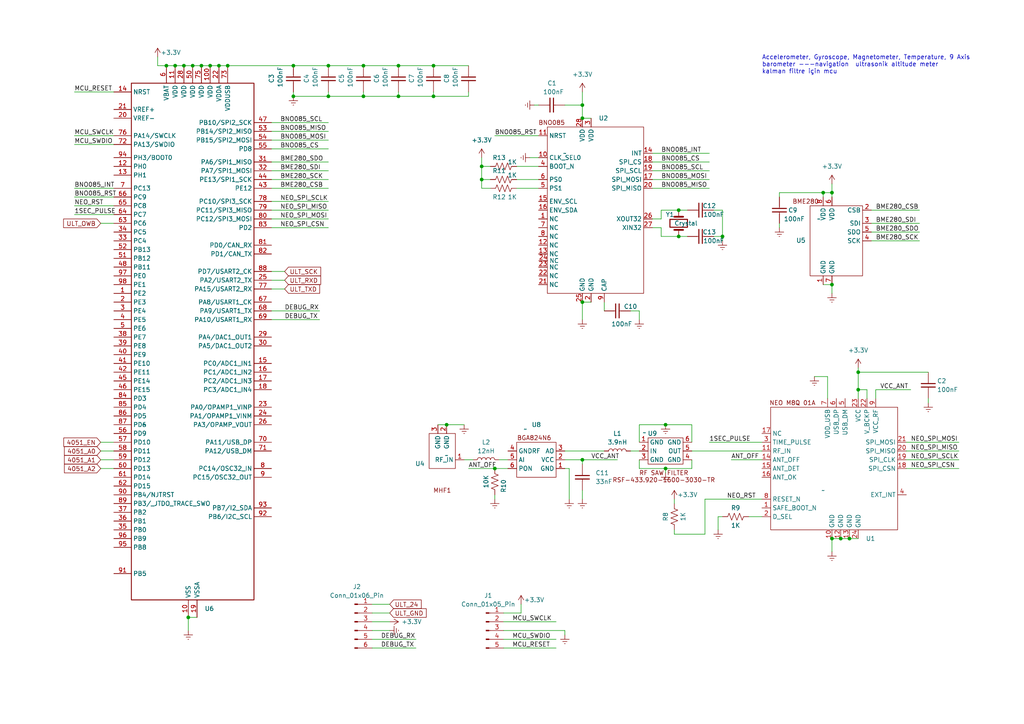
<source format=kicad_sch>
(kicad_sch (version 20230121) (generator eeschema)

  (uuid d802e55e-d2c4-4bcf-8c47-eb73675f9250)

  (paper "A4")

  (lib_symbols
    (symbol "Connector:Conn_01x05_Pin" (pin_names (offset 1.016) hide) (in_bom yes) (on_board yes)
      (property "Reference" "J" (at 0 7.62 0)
        (effects (font (size 1.27 1.27)))
      )
      (property "Value" "Conn_01x05_Pin" (at 0 -7.62 0)
        (effects (font (size 1.27 1.27)))
      )
      (property "Footprint" "" (at 0 0 0)
        (effects (font (size 1.27 1.27)) hide)
      )
      (property "Datasheet" "~" (at 0 0 0)
        (effects (font (size 1.27 1.27)) hide)
      )
      (property "ki_locked" "" (at 0 0 0)
        (effects (font (size 1.27 1.27)))
      )
      (property "ki_keywords" "connector" (at 0 0 0)
        (effects (font (size 1.27 1.27)) hide)
      )
      (property "ki_description" "Generic connector, single row, 01x05, script generated" (at 0 0 0)
        (effects (font (size 1.27 1.27)) hide)
      )
      (property "ki_fp_filters" "Connector*:*_1x??_*" (at 0 0 0)
        (effects (font (size 1.27 1.27)) hide)
      )
      (symbol "Conn_01x05_Pin_1_1"
        (polyline
          (pts
            (xy 1.27 -5.08)
            (xy 0.8636 -5.08)
          )
          (stroke (width 0.1524) (type default))
          (fill (type none))
        )
        (polyline
          (pts
            (xy 1.27 -2.54)
            (xy 0.8636 -2.54)
          )
          (stroke (width 0.1524) (type default))
          (fill (type none))
        )
        (polyline
          (pts
            (xy 1.27 0)
            (xy 0.8636 0)
          )
          (stroke (width 0.1524) (type default))
          (fill (type none))
        )
        (polyline
          (pts
            (xy 1.27 2.54)
            (xy 0.8636 2.54)
          )
          (stroke (width 0.1524) (type default))
          (fill (type none))
        )
        (polyline
          (pts
            (xy 1.27 5.08)
            (xy 0.8636 5.08)
          )
          (stroke (width 0.1524) (type default))
          (fill (type none))
        )
        (rectangle (start 0.8636 -4.953) (end 0 -5.207)
          (stroke (width 0.1524) (type default))
          (fill (type outline))
        )
        (rectangle (start 0.8636 -2.413) (end 0 -2.667)
          (stroke (width 0.1524) (type default))
          (fill (type outline))
        )
        (rectangle (start 0.8636 0.127) (end 0 -0.127)
          (stroke (width 0.1524) (type default))
          (fill (type outline))
        )
        (rectangle (start 0.8636 2.667) (end 0 2.413)
          (stroke (width 0.1524) (type default))
          (fill (type outline))
        )
        (rectangle (start 0.8636 5.207) (end 0 4.953)
          (stroke (width 0.1524) (type default))
          (fill (type outline))
        )
        (pin passive line (at 5.08 5.08 180) (length 3.81)
          (name "Pin_1" (effects (font (size 1.27 1.27))))
          (number "1" (effects (font (size 1.27 1.27))))
        )
        (pin passive line (at 5.08 2.54 180) (length 3.81)
          (name "Pin_2" (effects (font (size 1.27 1.27))))
          (number "2" (effects (font (size 1.27 1.27))))
        )
        (pin passive line (at 5.08 0 180) (length 3.81)
          (name "Pin_3" (effects (font (size 1.27 1.27))))
          (number "3" (effects (font (size 1.27 1.27))))
        )
        (pin passive line (at 5.08 -2.54 180) (length 3.81)
          (name "Pin_4" (effects (font (size 1.27 1.27))))
          (number "4" (effects (font (size 1.27 1.27))))
        )
        (pin passive line (at 5.08 -5.08 180) (length 3.81)
          (name "Pin_5" (effects (font (size 1.27 1.27))))
          (number "5" (effects (font (size 1.27 1.27))))
        )
      )
    )
    (symbol "Connector:Conn_01x06_Pin" (pin_names (offset 1.016) hide) (in_bom yes) (on_board yes)
      (property "Reference" "J" (at 0 7.62 0)
        (effects (font (size 1.27 1.27)))
      )
      (property "Value" "Conn_01x06_Pin" (at 0 -10.16 0)
        (effects (font (size 1.27 1.27)))
      )
      (property "Footprint" "" (at 0 0 0)
        (effects (font (size 1.27 1.27)) hide)
      )
      (property "Datasheet" "~" (at 0 0 0)
        (effects (font (size 1.27 1.27)) hide)
      )
      (property "ki_locked" "" (at 0 0 0)
        (effects (font (size 1.27 1.27)))
      )
      (property "ki_keywords" "connector" (at 0 0 0)
        (effects (font (size 1.27 1.27)) hide)
      )
      (property "ki_description" "Generic connector, single row, 01x06, script generated" (at 0 0 0)
        (effects (font (size 1.27 1.27)) hide)
      )
      (property "ki_fp_filters" "Connector*:*_1x??_*" (at 0 0 0)
        (effects (font (size 1.27 1.27)) hide)
      )
      (symbol "Conn_01x06_Pin_1_1"
        (polyline
          (pts
            (xy 1.27 -7.62)
            (xy 0.8636 -7.62)
          )
          (stroke (width 0.1524) (type default))
          (fill (type none))
        )
        (polyline
          (pts
            (xy 1.27 -5.08)
            (xy 0.8636 -5.08)
          )
          (stroke (width 0.1524) (type default))
          (fill (type none))
        )
        (polyline
          (pts
            (xy 1.27 -2.54)
            (xy 0.8636 -2.54)
          )
          (stroke (width 0.1524) (type default))
          (fill (type none))
        )
        (polyline
          (pts
            (xy 1.27 0)
            (xy 0.8636 0)
          )
          (stroke (width 0.1524) (type default))
          (fill (type none))
        )
        (polyline
          (pts
            (xy 1.27 2.54)
            (xy 0.8636 2.54)
          )
          (stroke (width 0.1524) (type default))
          (fill (type none))
        )
        (polyline
          (pts
            (xy 1.27 5.08)
            (xy 0.8636 5.08)
          )
          (stroke (width 0.1524) (type default))
          (fill (type none))
        )
        (rectangle (start 0.8636 -7.493) (end 0 -7.747)
          (stroke (width 0.1524) (type default))
          (fill (type outline))
        )
        (rectangle (start 0.8636 -4.953) (end 0 -5.207)
          (stroke (width 0.1524) (type default))
          (fill (type outline))
        )
        (rectangle (start 0.8636 -2.413) (end 0 -2.667)
          (stroke (width 0.1524) (type default))
          (fill (type outline))
        )
        (rectangle (start 0.8636 0.127) (end 0 -0.127)
          (stroke (width 0.1524) (type default))
          (fill (type outline))
        )
        (rectangle (start 0.8636 2.667) (end 0 2.413)
          (stroke (width 0.1524) (type default))
          (fill (type outline))
        )
        (rectangle (start 0.8636 5.207) (end 0 4.953)
          (stroke (width 0.1524) (type default))
          (fill (type outline))
        )
        (pin passive line (at 5.08 5.08 180) (length 3.81)
          (name "Pin_1" (effects (font (size 1.27 1.27))))
          (number "1" (effects (font (size 1.27 1.27))))
        )
        (pin passive line (at 5.08 2.54 180) (length 3.81)
          (name "Pin_2" (effects (font (size 1.27 1.27))))
          (number "2" (effects (font (size 1.27 1.27))))
        )
        (pin passive line (at 5.08 0 180) (length 3.81)
          (name "Pin_3" (effects (font (size 1.27 1.27))))
          (number "3" (effects (font (size 1.27 1.27))))
        )
        (pin passive line (at 5.08 -2.54 180) (length 3.81)
          (name "Pin_4" (effects (font (size 1.27 1.27))))
          (number "4" (effects (font (size 1.27 1.27))))
        )
        (pin passive line (at 5.08 -5.08 180) (length 3.81)
          (name "Pin_5" (effects (font (size 1.27 1.27))))
          (number "5" (effects (font (size 1.27 1.27))))
        )
        (pin passive line (at 5.08 -7.62 180) (length 3.81)
          (name "Pin_6" (effects (font (size 1.27 1.27))))
          (number "6" (effects (font (size 1.27 1.27))))
        )
      )
    )
    (symbol "Device:C" (pin_numbers hide) (pin_names (offset 0.254)) (in_bom yes) (on_board yes)
      (property "Reference" "C" (at 0.635 2.54 0)
        (effects (font (size 1.27 1.27)) (justify left))
      )
      (property "Value" "C" (at 0.635 -2.54 0)
        (effects (font (size 1.27 1.27)) (justify left))
      )
      (property "Footprint" "" (at 0.9652 -3.81 0)
        (effects (font (size 1.27 1.27)) hide)
      )
      (property "Datasheet" "~" (at 0 0 0)
        (effects (font (size 1.27 1.27)) hide)
      )
      (property "ki_keywords" "cap capacitor" (at 0 0 0)
        (effects (font (size 1.27 1.27)) hide)
      )
      (property "ki_description" "Unpolarized capacitor" (at 0 0 0)
        (effects (font (size 1.27 1.27)) hide)
      )
      (property "ki_fp_filters" "C_*" (at 0 0 0)
        (effects (font (size 1.27 1.27)) hide)
      )
      (symbol "C_0_1"
        (polyline
          (pts
            (xy 0 -1.016)
            (xy 0 -0.508)
          )
          (stroke (width 0) (type default))
          (fill (type none))
        )
        (polyline
          (pts
            (xy 0 0.508)
            (xy 0 1.016)
          )
          (stroke (width 0) (type default))
          (fill (type none))
        )
      )
      (symbol "C_1_1"
        (polyline
          (pts
            (xy -2.032 -0.508)
            (xy 2.032 -0.508)
          )
          (stroke (width 0.3) (type default))
          (fill (type none))
        )
        (polyline
          (pts
            (xy -2.032 0.508)
            (xy 2.032 0.508)
          )
          (stroke (width 0.3) (type default))
          (fill (type none))
        )
        (pin passive line (at 0 3.81 270) (length 2.794)
          (name "~" (effects (font (size 1.27 1.27))))
          (number "1" (effects (font (size 1.27 1.27))))
        )
        (pin passive line (at 0 -3.81 90) (length 2.794)
          (name "~" (effects (font (size 1.27 1.27))))
          (number "2" (effects (font (size 1.27 1.27))))
        )
      )
    )
    (symbol "Device:Crystal" (pin_numbers hide) (pin_names (offset 1.016) hide) (in_bom yes) (on_board yes)
      (property "Reference" "Y" (at 0 3.81 0)
        (effects (font (size 1.27 1.27)))
      )
      (property "Value" "Crystal" (at 0 -3.81 0)
        (effects (font (size 1.27 1.27)))
      )
      (property "Footprint" "" (at 0 0 0)
        (effects (font (size 1.27 1.27)) hide)
      )
      (property "Datasheet" "~" (at 0 0 0)
        (effects (font (size 1.27 1.27)) hide)
      )
      (property "ki_keywords" "quartz ceramic resonator oscillator" (at 0 0 0)
        (effects (font (size 1.27 1.27)) hide)
      )
      (property "ki_description" "Two pin crystal" (at 0 0 0)
        (effects (font (size 1.27 1.27)) hide)
      )
      (property "ki_fp_filters" "Crystal*" (at 0 0 0)
        (effects (font (size 1.27 1.27)) hide)
      )
      (symbol "Crystal_0_1"
        (rectangle (start -1.143 2.54) (end 1.143 -2.54)
          (stroke (width 0.3048) (type default))
          (fill (type none))
        )
        (polyline
          (pts
            (xy -2.54 0)
            (xy -1.905 0)
          )
          (stroke (width 0) (type default))
          (fill (type none))
        )
        (polyline
          (pts
            (xy -1.905 -1.27)
            (xy -1.905 1.27)
          )
          (stroke (width 0.508) (type default))
          (fill (type none))
        )
        (polyline
          (pts
            (xy 1.905 -1.27)
            (xy 1.905 1.27)
          )
          (stroke (width 0.508) (type default))
          (fill (type none))
        )
        (polyline
          (pts
            (xy 2.54 0)
            (xy 1.905 0)
          )
          (stroke (width 0) (type default))
          (fill (type none))
        )
      )
      (symbol "Crystal_1_1"
        (pin passive line (at -3.81 0 0) (length 1.27)
          (name "1" (effects (font (size 1.27 1.27))))
          (number "1" (effects (font (size 1.27 1.27))))
        )
        (pin passive line (at 3.81 0 180) (length 1.27)
          (name "2" (effects (font (size 1.27 1.27))))
          (number "2" (effects (font (size 1.27 1.27))))
        )
      )
    )
    (symbol "Device:L" (pin_numbers hide) (pin_names (offset 1.016) hide) (in_bom yes) (on_board yes)
      (property "Reference" "L" (at -1.27 0 90)
        (effects (font (size 1.27 1.27)))
      )
      (property "Value" "L" (at 1.905 0 90)
        (effects (font (size 1.27 1.27)))
      )
      (property "Footprint" "" (at 0 0 0)
        (effects (font (size 1.27 1.27)) hide)
      )
      (property "Datasheet" "~" (at 0 0 0)
        (effects (font (size 1.27 1.27)) hide)
      )
      (property "ki_keywords" "inductor choke coil reactor magnetic" (at 0 0 0)
        (effects (font (size 1.27 1.27)) hide)
      )
      (property "ki_description" "Inductor" (at 0 0 0)
        (effects (font (size 1.27 1.27)) hide)
      )
      (property "ki_fp_filters" "Choke_* *Coil* Inductor_* L_*" (at 0 0 0)
        (effects (font (size 1.27 1.27)) hide)
      )
      (symbol "L_0_1"
        (arc (start 0 -2.54) (mid 0.6323 -1.905) (end 0 -1.27)
          (stroke (width 0) (type default))
          (fill (type none))
        )
        (arc (start 0 -1.27) (mid 0.6323 -0.635) (end 0 0)
          (stroke (width 0) (type default))
          (fill (type none))
        )
        (arc (start 0 0) (mid 0.6323 0.635) (end 0 1.27)
          (stroke (width 0) (type default))
          (fill (type none))
        )
        (arc (start 0 1.27) (mid 0.6323 1.905) (end 0 2.54)
          (stroke (width 0) (type default))
          (fill (type none))
        )
      )
      (symbol "L_1_1"
        (pin passive line (at 0 3.81 270) (length 1.27)
          (name "1" (effects (font (size 1.27 1.27))))
          (number "1" (effects (font (size 1.27 1.27))))
        )
        (pin passive line (at 0 -3.81 90) (length 1.27)
          (name "2" (effects (font (size 1.27 1.27))))
          (number "2" (effects (font (size 1.27 1.27))))
        )
      )
    )
    (symbol "Device:R" (pin_numbers hide) (pin_names (offset 0)) (in_bom yes) (on_board yes)
      (property "Reference" "R" (at -4.318 0 90)
        (effects (font (size 1.27 1.27)))
      )
      (property "Value" "R" (at -2.54 0 90)
        (effects (font (size 1.27 1.27)))
      )
      (property "Footprint" "" (at -1.778 0 90)
        (effects (font (size 1.27 1.27)) hide)
      )
      (property "Datasheet" "~" (at 0 0 0)
        (effects (font (size 1.27 1.27)) hide)
      )
      (property "ki_keywords" "R res resistor" (at 0 0 0)
        (effects (font (size 1.27 1.27)) hide)
      )
      (property "ki_description" "Resistor" (at 0 0 0)
        (effects (font (size 1.27 1.27)) hide)
      )
      (property "ki_fp_filters" "R_*" (at 0 0 0)
        (effects (font (size 1.27 1.27)) hide)
      )
      (symbol "R_0_1"
        (polyline
          (pts
            (xy 0 -2.286)
            (xy 0 -2.54)
          )
          (stroke (width 0) (type default))
          (fill (type none))
        )
        (polyline
          (pts
            (xy 0 2.286)
            (xy 0 2.54)
          )
          (stroke (width 0) (type default))
          (fill (type none))
        )
        (polyline
          (pts
            (xy 0 -0.762)
            (xy 1.016 -1.143)
            (xy 0 -1.524)
            (xy -1.016 -1.905)
            (xy 0 -2.286)
          )
          (stroke (width 0) (type default))
          (fill (type none))
        )
        (polyline
          (pts
            (xy 0 0.762)
            (xy 1.016 0.381)
            (xy 0 0)
            (xy -1.016 -0.381)
            (xy 0 -0.762)
          )
          (stroke (width 0) (type default))
          (fill (type none))
        )
        (polyline
          (pts
            (xy 0 2.286)
            (xy 1.016 1.905)
            (xy 0 1.524)
            (xy -1.016 1.143)
            (xy 0 0.762)
          )
          (stroke (width 0) (type default))
          (fill (type none))
        )
      )
      (symbol "R_1_1"
        (pin passive line (at 0 3.81 270) (length 1.27)
          (name "~" (effects (font (size 1.27 1.27))))
          (number "1" (effects (font (size 1.27 1.27))))
        )
        (pin passive line (at 0 -3.81 90) (length 1.27)
          (name "~" (effects (font (size 1.27 1.27))))
          (number "2" (effects (font (size 1.27 1.27))))
        )
      )
    )
    (symbol "New_Library:BGA824N6" (in_bom yes) (on_board yes)
      (property "Reference" "U" (at -3.81 8.89 0)
        (effects (font (size 1.27 1.27)))
      )
      (property "Value" "" (at -3.81 8.89 0)
        (effects (font (size 1.27 1.27)))
      )
      (property "Footprint" "" (at -3.81 8.89 0)
        (effects (font (size 1.27 1.27)) hide)
      )
      (property "Datasheet" "" (at -3.81 8.89 0)
        (effects (font (size 1.27 1.27)) hide)
      )
      (symbol "BGA824N6_0_1"
        (rectangle (start -6.35 5.08) (end 5.08 -5.08)
          (stroke (width 0) (type default))
          (fill (type none))
        )
      )
      (symbol "BGA824N6_1_1"
        (text "BGA824N6" (at -1.27 6.35 0)
          (effects (font (size 1.27 1.27)))
        )
        (pin input line (at 7.62 -2.54 180) (length 2.54)
          (name "GND" (effects (font (size 1.27 1.27))))
          (number "1" (effects (font (size 1.27 1.27))))
        )
        (pin input line (at 7.62 0 180) (length 2.54)
          (name "VCC" (effects (font (size 1.27 1.27))))
          (number "2" (effects (font (size 1.27 1.27))))
        )
        (pin input line (at 7.62 2.54 180) (length 2.54)
          (name "AO" (effects (font (size 1.27 1.27))))
          (number "3" (effects (font (size 1.27 1.27))))
        )
        (pin input line (at -8.89 2.54 0) (length 2.54)
          (name "GNDRF" (effects (font (size 1.27 1.27))))
          (number "4" (effects (font (size 1.27 1.27))))
        )
        (pin input line (at -8.89 0 0) (length 2.54)
          (name "AI" (effects (font (size 1.27 1.27))))
          (number "5" (effects (font (size 1.27 1.27))))
        )
        (pin input line (at -8.89 -2.54 0) (length 2.54)
          (name "PON" (effects (font (size 1.27 1.27))))
          (number "6" (effects (font (size 1.27 1.27))))
        )
      )
    )
    (symbol "butterfly:BME280" (in_bom yes) (on_board yes)
      (property "Reference" "U" (at -10.16 10.16 0)
        (effects (font (size 1.27 1.27)))
      )
      (property "Value" "" (at -5.08 7.62 0)
        (effects (font (size 1.27 1.27)))
      )
      (property "Footprint" "" (at -5.08 7.62 0)
        (effects (font (size 1.27 1.27)) hide)
      )
      (property "Datasheet" "" (at -5.08 7.62 0)
        (effects (font (size 1.27 1.27)) hide)
      )
      (symbol "BME280_0_1"
        (rectangle (start -7.62 11.43) (end 7.62 -8.89)
          (stroke (width 0) (type default))
          (fill (type none))
        )
      )
      (symbol "BME280_1_1"
        (text "BME280" (at -8.89 12.7 0)
          (effects (font (size 1.27 1.27)))
        )
        (pin bidirectional line (at -3.81 -11.43 90) (length 2.54)
          (name "GND" (effects (font (size 1.27 1.27))))
          (number "1" (effects (font (size 1.27 1.27))))
        )
        (pin bidirectional line (at 10.16 10.16 180) (length 2.54)
          (name "CSB" (effects (font (size 1.27 1.27))))
          (number "2" (effects (font (size 1.27 1.27))))
        )
        (pin bidirectional line (at 10.16 6.35 180) (length 2.54)
          (name "SDI" (effects (font (size 1.27 1.27))))
          (number "3" (effects (font (size 1.27 1.27))))
        )
        (pin bidirectional line (at 10.16 1.27 180) (length 2.54)
          (name "SCK" (effects (font (size 1.27 1.27))))
          (number "4" (effects (font (size 1.27 1.27))))
        )
        (pin bidirectional line (at 10.16 3.81 180) (length 2.54)
          (name "SDO" (effects (font (size 1.27 1.27))))
          (number "5" (effects (font (size 1.27 1.27))))
        )
        (pin bidirectional line (at -1.27 13.97 270) (length 2.54)
          (name "VDD" (effects (font (size 1.27 1.27))))
          (number "6" (effects (font (size 1.27 1.27))))
        )
        (pin bidirectional line (at -1.27 -11.43 90) (length 2.54)
          (name "GND" (effects (font (size 1.27 1.27))))
          (number "7" (effects (font (size 1.27 1.27))))
        )
        (pin bidirectional line (at -3.81 13.97 270) (length 2.54)
          (name "VDD" (effects (font (size 1.27 1.27))))
          (number "8" (effects (font (size 1.27 1.27))))
        )
      )
    )
    (symbol "butterfly:BNO08X" (in_bom yes) (on_board yes)
      (property "Reference" "U" (at -5.08 10.16 0)
        (effects (font (size 1.27 1.27)))
      )
      (property "Value" "" (at 0 0 0)
        (effects (font (size 1.27 1.27)))
      )
      (property "Footprint" "" (at 0 0 0)
        (effects (font (size 1.27 1.27)) hide)
      )
      (property "Datasheet" "" (at 0 0 0)
        (effects (font (size 1.27 1.27)) hide)
      )
      (symbol "BNO08X_1_1"
        (rectangle (start -5.08 7.62) (end 22.86 -40.64)
          (stroke (width 0) (type default))
          (fill (type none))
        )
        (text "BNO085" (at -3.81 8.89 0)
          (effects (font (size 1.27 1.27)))
        )
        (pin bidirectional line (at -7.62 -19.05 0) (length 2.54)
          (name "NC" (effects (font (size 1.27 1.27))))
          (number "1" (effects (font (size 1.27 1.27))))
        )
        (pin bidirectional line (at -7.62 -1.27 0) (length 2.54)
          (name "CLK_SEL0" (effects (font (size 1.27 1.27))))
          (number "10" (effects (font (size 1.27 1.27))))
        )
        (pin bidirectional line (at -7.62 5.08 0) (length 2.54)
          (name "NRST" (effects (font (size 1.27 1.27))))
          (number "11" (effects (font (size 1.27 1.27))))
        )
        (pin bidirectional line (at -7.62 -26.67 0) (length 2.54)
          (name "NC" (effects (font (size 1.27 1.27))))
          (number "12" (effects (font (size 1.27 1.27))))
        )
        (pin bidirectional line (at -7.62 -29.21 0) (length 2.54)
          (name "NC" (effects (font (size 1.27 1.27))))
          (number "13" (effects (font (size 1.27 1.27))))
        )
        (pin bidirectional line (at 25.4 0 180) (length 2.54)
          (name "INT" (effects (font (size 1.27 1.27))))
          (number "14" (effects (font (size 1.27 1.27))))
        )
        (pin bidirectional line (at -7.62 -13.97 0) (length 2.54)
          (name "ENV_SCL" (effects (font (size 1.27 1.27))))
          (number "15" (effects (font (size 1.27 1.27))))
        )
        (pin bidirectional line (at -7.62 -16.51 0) (length 2.54)
          (name "ENV_SDA" (effects (font (size 1.27 1.27))))
          (number "16" (effects (font (size 1.27 1.27))))
        )
        (pin bidirectional line (at 25.4 -7.62 180) (length 2.54)
          (name "SPI_MOSI" (effects (font (size 1.27 1.27))))
          (number "17" (effects (font (size 1.27 1.27))))
        )
        (pin bidirectional line (at 25.4 -2.54 180) (length 2.54)
          (name "SPI_CS" (effects (font (size 1.27 1.27))))
          (number "18" (effects (font (size 1.27 1.27))))
        )
        (pin bidirectional line (at 25.4 -5.08 180) (length 2.54)
          (name "SPI_SCL" (effects (font (size 1.27 1.27))))
          (number "19" (effects (font (size 1.27 1.27))))
        )
        (pin bidirectional line (at 7.62 -43.18 90) (length 2.54)
          (name "GND" (effects (font (size 1.27 1.27))))
          (number "2" (effects (font (size 1.27 1.27))))
        )
        (pin bidirectional line (at 25.4 -10.16 180) (length 2.54)
          (name "SPI_MISO" (effects (font (size 1.27 1.27))))
          (number "20" (effects (font (size 1.27 1.27))))
        )
        (pin bidirectional line (at -7.62 -38.1 0) (length 2.54)
          (name "NC" (effects (font (size 1.27 1.27))))
          (number "21" (effects (font (size 1.27 1.27))))
        )
        (pin bidirectional line (at -7.62 -35.56 0) (length 2.54)
          (name "NC" (effects (font (size 1.27 1.27))))
          (number "22" (effects (font (size 1.27 1.27))))
        )
        (pin bidirectional line (at -7.62 -33.02 0) (length 2.54)
          (name "NC" (effects (font (size 1.27 1.27))))
          (number "23" (effects (font (size 1.27 1.27))))
        )
        (pin bidirectional line (at -7.5443 -31.1747 0) (length 2.54)
          (name "NC" (effects (font (size 1.27 1.27))))
          (number "24" (effects (font (size 1.27 1.27))))
        )
        (pin bidirectional line (at 5.08 -43.18 90) (length 2.54)
          (name "GND" (effects (font (size 1.27 1.27))))
          (number "25" (effects (font (size 1.27 1.27))))
        )
        (pin bidirectional line (at 25.4 -19.05 180) (length 2.54)
          (name "XOUT32" (effects (font (size 1.27 1.27))))
          (number "26" (effects (font (size 1.27 1.27))))
        )
        (pin bidirectional line (at 25.4 -21.59 180) (length 2.54)
          (name "XIN32" (effects (font (size 1.27 1.27))))
          (number "27" (effects (font (size 1.27 1.27))))
        )
        (pin bidirectional line (at 5.08 10.16 270) (length 2.54)
          (name "VDD" (effects (font (size 1.27 1.27))))
          (number "28" (effects (font (size 1.27 1.27))))
        )
        (pin bidirectional line (at 7.62 10.16 270) (length 2.54)
          (name "VDD" (effects (font (size 1.27 1.27))))
          (number "3" (effects (font (size 1.27 1.27))))
        )
        (pin bidirectional line (at -7.62 -3.81 0) (length 2.54)
          (name "BOOT_N" (effects (font (size 1.27 1.27))))
          (number "4" (effects (font (size 1.27 1.27))))
        )
        (pin bidirectional line (at -7.62 -10.16 0) (length 2.54)
          (name "PS1" (effects (font (size 1.27 1.27))))
          (number "5" (effects (font (size 1.27 1.27))))
        )
        (pin bidirectional line (at -7.62 -7.62 0) (length 2.54)
          (name "PS0" (effects (font (size 1.27 1.27))))
          (number "6" (effects (font (size 1.27 1.27))))
        )
        (pin bidirectional line (at -7.62 -21.59 0) (length 2.54)
          (name "NC" (effects (font (size 1.27 1.27))))
          (number "7" (effects (font (size 1.27 1.27))))
        )
        (pin bidirectional line (at -7.62 -24.13 0) (length 2.54)
          (name "NC" (effects (font (size 1.27 1.27))))
          (number "8" (effects (font (size 1.27 1.27))))
        )
        (pin bidirectional line (at 11.43 -43.18 90) (length 2.54)
          (name "CAP" (effects (font (size 1.27 1.27))))
          (number "9" (effects (font (size 1.27 1.27))))
        )
      )
    )
    (symbol "butterfly:MHF1" (in_bom yes) (on_board yes)
      (property "Reference" "U" (at -2.54 10.16 0)
        (effects (font (size 1.27 1.27)))
      )
      (property "Value" "" (at 0 0 0)
        (effects (font (size 1.27 1.27)))
      )
      (property "Footprint" "" (at 0 0 0)
        (effects (font (size 1.27 1.27)) hide)
      )
      (property "Datasheet" "" (at 0 0 0)
        (effects (font (size 1.27 1.27)) hide)
      )
      (symbol "MHF1_0_1"
        (rectangle (start -2.54 3.81) (end 5.08 -6.35)
          (stroke (width 0) (type default))
          (fill (type none))
        )
      )
      (symbol "MHF1_1_1"
        (text "MHF1" (at 1.27 10.16 0)
          (effects (font (size 1.27 1.27)))
        )
        (pin bidirectional line (at -5.08 1.27 0) (length 2.54)
          (name "RF_IN" (effects (font (size 1.27 1.27))))
          (number "1" (effects (font (size 1.27 1.27))))
        )
        (pin bidirectional line (at 0 -8.89 90) (length 2.54)
          (name "GND" (effects (font (size 1.27 1.27))))
          (number "2" (effects (font (size 1.27 1.27))))
        )
        (pin bidirectional line (at 2.54 -8.89 90) (length 2.54)
          (name "GND" (effects (font (size 1.27 1.27))))
          (number "3" (effects (font (size 1.27 1.27))))
        )
      )
    )
    (symbol "butterfly:NEO_M8Q_01A" (in_bom yes) (on_board yes)
      (property "Reference" "U" (at -15.24 27.94 0)
        (effects (font (size 1.27 1.27)))
      )
      (property "Value" "" (at 0 0 0)
        (effects (font (size 1.27 1.27)))
      )
      (property "Footprint" "" (at 0 0 0)
        (effects (font (size 1.27 1.27)) hide)
      )
      (property "Datasheet" "" (at 0 0 0)
        (effects (font (size 1.27 1.27)) hide)
      )
      (symbol "NEO_M8Q_01A_0_1"
        (rectangle (start -15.24 24.13) (end 21.59 -11.43)
          (stroke (width 0) (type default))
          (fill (type none))
        )
      )
      (symbol "NEO_M8Q_01A_1_1"
        (text "NEO M8Q 01A" (at -8.89 25.4 0)
          (effects (font (size 1.27 1.27)))
        )
        (pin bidirectional line (at -17.78 -5.08 0) (length 2.54)
          (name "SAFE_BOOT_N" (effects (font (size 1.27 1.27))))
          (number "1" (effects (font (size 1.27 1.27))))
        )
        (pin bidirectional line (at 2.54 -13.97 90) (length 2.54)
          (name "GND" (effects (font (size 1.27 1.27))))
          (number "10" (effects (font (size 1.27 1.27))))
        )
        (pin bidirectional line (at -17.78 11.43 0) (length 2.54)
          (name "RF_IN" (effects (font (size 1.27 1.27))))
          (number "11" (effects (font (size 1.27 1.27))))
        )
        (pin bidirectional line (at 5.08 -13.97 90) (length 2.54)
          (name "GND" (effects (font (size 1.27 1.27))))
          (number "12" (effects (font (size 1.27 1.27))))
        )
        (pin bidirectional line (at 7.62 -13.97 90) (length 2.54)
          (name "GND" (effects (font (size 1.27 1.27))))
          (number "13" (effects (font (size 1.27 1.27))))
        )
        (pin bidirectional line (at -17.78 8.89 0) (length 2.54)
          (name "ANT_OFF" (effects (font (size 1.27 1.27))))
          (number "14" (effects (font (size 1.27 1.27))))
        )
        (pin bidirectional line (at -17.78 6.35 0) (length 2.54)
          (name "ANT_DET" (effects (font (size 1.27 1.27))))
          (number "15" (effects (font (size 1.27 1.27))))
        )
        (pin bidirectional line (at -17.78 3.81 0) (length 2.54)
          (name "ANT_OK" (effects (font (size 1.27 1.27))))
          (number "16" (effects (font (size 1.27 1.27))))
        )
        (pin bidirectional line (at -17.78 16.51 0) (length 2.54)
          (name "NC" (effects (font (size 1.27 1.27))))
          (number "17" (effects (font (size 1.27 1.27))))
        )
        (pin bidirectional line (at 24.13 6.35 180) (length 2.54)
          (name "SPI_CSN" (effects (font (size 1.27 1.27))))
          (number "18" (effects (font (size 1.27 1.27))))
        )
        (pin bidirectional line (at 24.13 8.89 180) (length 2.54)
          (name "SPI_CLK" (effects (font (size 1.27 1.27))))
          (number "19" (effects (font (size 1.27 1.27))))
        )
        (pin bidirectional line (at -17.78 -7.62 0) (length 2.54)
          (name "D_SEL" (effects (font (size 1.27 1.27))))
          (number "2" (effects (font (size 1.27 1.27))))
        )
        (pin bidirectional line (at 24.13 11.43 180) (length 2.54)
          (name "SPI_MISO" (effects (font (size 1.27 1.27))))
          (number "20" (effects (font (size 1.27 1.27))))
        )
        (pin bidirectional line (at 24.13 13.97 180) (length 2.54)
          (name "SPI_MOSI" (effects (font (size 1.27 1.27))))
          (number "21" (effects (font (size 1.27 1.27))))
        )
        (pin bidirectional line (at 12.7 26.67 270) (length 2.54)
          (name "V_BCKP" (effects (font (size 1.27 1.27))))
          (number "22" (effects (font (size 1.27 1.27))))
        )
        (pin bidirectional line (at 10.16 26.67 270) (length 2.54)
          (name "VCC" (effects (font (size 1.27 1.27))))
          (number "23" (effects (font (size 1.27 1.27))))
        )
        (pin bidirectional line (at 10.16 -13.97 90) (length 2.54)
          (name "GND" (effects (font (size 1.27 1.27))))
          (number "24" (effects (font (size 1.27 1.27))))
        )
        (pin bidirectional line (at -17.78 13.97 0) (length 2.54)
          (name "TIME_PULSE" (effects (font (size 1.27 1.27))))
          (number "3" (effects (font (size 1.27 1.27))))
        )
        (pin bidirectional line (at 24.13 -1.27 180) (length 2.54)
          (name "EXT_INT" (effects (font (size 1.27 1.27))))
          (number "4" (effects (font (size 1.27 1.27))))
        )
        (pin bidirectional line (at 6.35 26.67 270) (length 2.54)
          (name "USB_DM" (effects (font (size 1.27 1.27))))
          (number "5" (effects (font (size 1.27 1.27))))
        )
        (pin bidirectional line (at 3.81 26.67 270) (length 2.54)
          (name "USB_DP" (effects (font (size 1.27 1.27))))
          (number "6" (effects (font (size 1.27 1.27))))
        )
        (pin bidirectional line (at 1.27 26.67 270) (length 2.54)
          (name "VDD_USB" (effects (font (size 1.27 1.27))))
          (number "7" (effects (font (size 1.27 1.27))))
        )
        (pin bidirectional line (at -17.78 -2.54 0) (length 2.54)
          (name "RESET_N" (effects (font (size 1.27 1.27))))
          (number "8" (effects (font (size 1.27 1.27))))
        )
        (pin bidirectional line (at 15.24 26.67 270) (length 2.54)
          (name "VCC_RF" (effects (font (size 1.27 1.27))))
          (number "9" (effects (font (size 1.27 1.27))))
        )
      )
    )
    (symbol "butterfly:SAW_FILTER" (in_bom yes) (on_board yes)
      (property "Reference" "U" (at -1.524 0.508 0)
        (effects (font (size 1.27 1.27)))
      )
      (property "Value" "" (at 7.874 -4.826 0)
        (effects (font (size 1.27 1.27)))
      )
      (property "Footprint" "" (at 7.874 -4.826 0)
        (effects (font (size 1.27 1.27)) hide)
      )
      (property "Datasheet" "" (at 7.874 -4.826 0)
        (effects (font (size 1.27 1.27)) hide)
      )
      (symbol "SAW_FILTER_0_1"
        (rectangle (start -5.08 3.81) (end 5.08 -3.81)
          (stroke (width 0) (type default))
          (fill (type none))
        )
      )
      (symbol "SAW_FILTER_1_1"
        (text "RF SAW FILTER\nRSF-433.920-1600-3030-TR" (at -0.508 -7.366 0)
          (effects (font (size 1.27 1.27)))
        )
        (pin input line (at -7.62 2.54 0) (length 2.54)
          (name "GND" (effects (font (size 1.27 1.27))))
          (number "1" (effects (font (size 1.27 1.27))))
        )
        (pin input line (at -7.62 0 0) (length 2.54)
          (name "IN" (effects (font (size 1.27 1.27))))
          (number "2" (effects (font (size 1.27 1.27))))
        )
        (pin input line (at -7.62 -2.54 0) (length 2.54)
          (name "GND" (effects (font (size 1.27 1.27))))
          (number "3" (effects (font (size 1.27 1.27))))
        )
        (pin input line (at 7.62 -2.54 180) (length 2.54)
          (name "GND" (effects (font (size 1.27 1.27))))
          (number "4" (effects (font (size 1.27 1.27))))
        )
        (pin input line (at 7.62 0 180) (length 2.54)
          (name "OUT" (effects (font (size 1.27 1.27))))
          (number "5" (effects (font (size 1.27 1.27))))
        )
        (pin input line (at 7.62 2.54 180) (length 2.54)
          (name "GND" (effects (font (size 1.27 1.27))))
          (number "6" (effects (font (size 1.27 1.27))))
        )
      )
    )
    (symbol "butterfly:STM32L443VCT" (in_bom yes) (on_board yes)
      (property "Reference" "U6" (at 7.2741 -73.66 0)
        (effects (font (size 1.27 1.27)) (justify left))
      )
      (property "Value" "~" (at -10.16 -20.32 0)
        (effects (font (size 1.27 1.27)))
      )
      (property "Footprint" "" (at -10.16 -20.32 0)
        (effects (font (size 1.27 1.27)) hide)
      )
      (property "Datasheet" "" (at -10.16 -20.32 0)
        (effects (font (size 1.27 1.27)) hide)
      )
      (symbol "STM32L443VCT_1_1"
        (rectangle (start -13.97 78.74) (end 21.59 -71.12)
          (stroke (width 0.254) (type default))
          (fill (type none))
        )
        (pin bidirectional line (at -19.05 17.78 0) (length 5.08)
          (name "PE2" (effects (font (size 1.27 1.27))))
          (number "1" (effects (font (size 1.27 1.27))))
          (alternate "LCD_SEG38" bidirectional line)
          (alternate "SAI1_MCLK_A" bidirectional line)
          (alternate "SYS_TRACECLK" bidirectional line)
          (alternate "TSC_G7_IO1" bidirectional line)
        )
        (pin power_in line (at 2.54 -76.2 90) (length 5.08)
          (name "VSS" (effects (font (size 1.27 1.27))))
          (number "10" (effects (font (size 1.27 1.27))))
        )
        (pin power_in line (at 8.89 83.82 270) (length 5.08)
          (name "VDD" (effects (font (size 1.27 1.27))))
          (number "100" (effects (font (size 1.27 1.27))))
        )
        (pin power_in line (at -1.27 83.82 270) (length 5.08)
          (name "VDD" (effects (font (size 1.27 1.27))))
          (number "11" (effects (font (size 1.27 1.27))))
        )
        (pin bidirectional line (at -19.05 54.61 0) (length 5.08)
          (name "PH0" (effects (font (size 1.27 1.27))))
          (number "12" (effects (font (size 1.27 1.27))))
          (alternate "RCC_OSC_IN" bidirectional line)
        )
        (pin bidirectional line (at -19.05 52.07 0) (length 5.08)
          (name "PH1" (effects (font (size 1.27 1.27))))
          (number "13" (effects (font (size 1.27 1.27))))
          (alternate "RCC_OSC_OUT" bidirectional line)
        )
        (pin input line (at -19.05 76.2 0) (length 5.08)
          (name "NRST" (effects (font (size 1.27 1.27))))
          (number "14" (effects (font (size 1.27 1.27))))
        )
        (pin bidirectional line (at 26.67 -2.54 180) (length 5.08)
          (name "PC0/ADC1_IN1" (effects (font (size 1.27 1.27))))
          (number "15" (effects (font (size 1.27 1.27))))
          (alternate "ADC1_IN1" bidirectional line)
          (alternate "I2C3_SCL" bidirectional line)
          (alternate "LCD_SEG18" bidirectional line)
          (alternate "LPTIM1_IN1" bidirectional line)
          (alternate "LPTIM2_IN1" bidirectional line)
          (alternate "LPUART1_RX" bidirectional line)
        )
        (pin bidirectional line (at 26.67 -5.08 180) (length 5.08)
          (name "PC1/ADC1_IN2" (effects (font (size 1.27 1.27))))
          (number "16" (effects (font (size 1.27 1.27))))
          (alternate "ADC1_IN2" bidirectional line)
          (alternate "I2C3_SDA" bidirectional line)
          (alternate "LCD_SEG19" bidirectional line)
          (alternate "LPTIM1_OUT" bidirectional line)
          (alternate "LPUART1_TX" bidirectional line)
        )
        (pin bidirectional line (at 26.67 -7.62 180) (length 5.08)
          (name "PC2/ADC1_IN3" (effects (font (size 1.27 1.27))))
          (number "17" (effects (font (size 1.27 1.27))))
          (alternate "ADC1_IN3" bidirectional line)
          (alternate "LCD_SEG20" bidirectional line)
          (alternate "LPTIM1_IN2" bidirectional line)
          (alternate "SPI2_MISO" bidirectional line)
        )
        (pin bidirectional line (at 26.67 -10.16 180) (length 5.08)
          (name "PC3/ADC1_IN4" (effects (font (size 1.27 1.27))))
          (number "18" (effects (font (size 1.27 1.27))))
          (alternate "ADC1_IN4" bidirectional line)
          (alternate "LCD_VLCD" bidirectional line)
          (alternate "LPTIM1_ETR" bidirectional line)
          (alternate "LPTIM2_ETR" bidirectional line)
          (alternate "SAI1_SD_A" bidirectional line)
          (alternate "SPI2_MOSI" bidirectional line)
        )
        (pin power_in line (at 5.08 -76.2 90) (length 5.08)
          (name "VSSA" (effects (font (size 1.27 1.27))))
          (number "19" (effects (font (size 1.27 1.27))))
        )
        (pin bidirectional line (at -19.05 15.24 0) (length 5.08)
          (name "PE3" (effects (font (size 1.27 1.27))))
          (number "2" (effects (font (size 1.27 1.27))))
          (alternate "LCD_SEG39" bidirectional line)
          (alternate "SAI1_SD_B" bidirectional line)
          (alternate "SYS_TRACED0" bidirectional line)
          (alternate "TSC_G7_IO2" bidirectional line)
        )
        (pin input line (at -19.05 68.58 0) (length 5.08)
          (name "VREF-" (effects (font (size 1.27 1.27))))
          (number "20" (effects (font (size 1.27 1.27))))
        )
        (pin input line (at -19.05 71.12 0) (length 5.08)
          (name "VREF+" (effects (font (size 1.27 1.27))))
          (number "21" (effects (font (size 1.27 1.27))))
          (alternate "VREFBUF_OUT" bidirectional line)
        )
        (pin power_in line (at 11.43 83.82 270) (length 5.08)
          (name "VDDA" (effects (font (size 1.27 1.27))))
          (number "22" (effects (font (size 1.27 1.27))))
        )
        (pin bidirectional line (at 26.67 -15.24 180) (length 5.08)
          (name "PA0/OPAMP1_VINP" (effects (font (size 1.27 1.27))))
          (number "23" (effects (font (size 1.27 1.27))))
          (alternate "ADC1_IN5" bidirectional line)
          (alternate "COMP1_INM" bidirectional line)
          (alternate "COMP1_OUT" bidirectional line)
          (alternate "OPAMP1_VINP" bidirectional line)
          (alternate "RTC_TAMP2" bidirectional line)
          (alternate "SAI1_EXTCLK" bidirectional line)
          (alternate "SYS_WKUP1" bidirectional line)
          (alternate "TIM2_CH1" bidirectional line)
          (alternate "TIM2_ETR" bidirectional line)
          (alternate "USART2_CTS" bidirectional line)
        )
        (pin bidirectional line (at 26.67 -17.78 180) (length 5.08)
          (name "PA1/OPAMP1_VINM" (effects (font (size 1.27 1.27))))
          (number "24" (effects (font (size 1.27 1.27))))
          (alternate "ADC1_IN6" bidirectional line)
          (alternate "COMP1_INP" bidirectional line)
          (alternate "I2C1_SMBA" bidirectional line)
          (alternate "LCD_SEG0" bidirectional line)
          (alternate "OPAMP1_VINM" bidirectional line)
          (alternate "SPI1_SCK" bidirectional line)
          (alternate "TIM15_CH1N" bidirectional line)
          (alternate "TIM2_CH2" bidirectional line)
          (alternate "USART2_DE" bidirectional line)
          (alternate "USART2_RTS" bidirectional line)
        )
        (pin bidirectional line (at 26.67 21.59 180) (length 5.08)
          (name "PA2/USART2_TX" (effects (font (size 1.27 1.27))))
          (number "25" (effects (font (size 1.27 1.27))))
          (alternate "ADC1_IN7" bidirectional line)
          (alternate "COMP2_INM" bidirectional line)
          (alternate "COMP2_OUT" bidirectional line)
          (alternate "LCD_SEG1" bidirectional line)
          (alternate "LPUART1_TX" bidirectional line)
          (alternate "QUADSPI_BK1_NCS" bidirectional line)
          (alternate "RCC_LSCO" bidirectional line)
          (alternate "SYS_WKUP4" bidirectional line)
          (alternate "TIM15_CH1" bidirectional line)
          (alternate "TIM2_CH3" bidirectional line)
          (alternate "USART2_TX" bidirectional line)
        )
        (pin bidirectional line (at 26.67 -20.32 180) (length 5.08)
          (name "PA3/OPAMP_VOUT" (effects (font (size 1.27 1.27))))
          (number "26" (effects (font (size 1.27 1.27))))
          (alternate "ADC1_IN8" bidirectional line)
          (alternate "COMP2_INP" bidirectional line)
          (alternate "LCD_SEG2" bidirectional line)
          (alternate "LPUART1_RX" bidirectional line)
          (alternate "OPAMP1_VOUT" bidirectional line)
          (alternate "QUADSPI_CLK" bidirectional line)
          (alternate "SAI1_MCLK_A" bidirectional line)
          (alternate "TIM15_CH2" bidirectional line)
          (alternate "TIM2_CH4" bidirectional line)
          (alternate "USART2_RX" bidirectional line)
        )
        (pin passive line (at 2.54 -76.2 90) (length 5.08) hide
          (name "VSS" (effects (font (size 1.27 1.27))))
          (number "27" (effects (font (size 1.27 1.27))))
        )
        (pin power_in line (at 1.27 83.82 270) (length 5.08)
          (name "VDD" (effects (font (size 1.27 1.27))))
          (number "28" (effects (font (size 1.27 1.27))))
        )
        (pin bidirectional line (at 26.67 5.08 180) (length 5.08)
          (name "PA4/DAC1_OUT1" (effects (font (size 1.27 1.27))))
          (number "29" (effects (font (size 1.27 1.27))))
          (alternate "ADC1_IN9" bidirectional line)
          (alternate "COMP1_INM" bidirectional line)
          (alternate "COMP2_INM" bidirectional line)
          (alternate "DAC1_OUT1" bidirectional line)
          (alternate "LPTIM2_OUT" bidirectional line)
          (alternate "SAI1_FS_B" bidirectional line)
          (alternate "SPI1_NSS" bidirectional line)
          (alternate "SPI3_NSS" bidirectional line)
          (alternate "USART2_CK" bidirectional line)
        )
        (pin bidirectional line (at -19.05 12.7 0) (length 5.08)
          (name "PE4" (effects (font (size 1.27 1.27))))
          (number "3" (effects (font (size 1.27 1.27))))
          (alternate "SAI1_FS_A" bidirectional line)
          (alternate "SYS_TRACED1" bidirectional line)
          (alternate "TSC_G7_IO3" bidirectional line)
        )
        (pin bidirectional line (at 26.67 2.54 180) (length 5.08)
          (name "PA5/DAC1_OUT2" (effects (font (size 1.27 1.27))))
          (number "30" (effects (font (size 1.27 1.27))))
          (alternate "ADC1_IN10" bidirectional line)
          (alternate "COMP1_INM" bidirectional line)
          (alternate "COMP2_INM" bidirectional line)
          (alternate "DAC1_OUT2" bidirectional line)
          (alternate "LPTIM2_ETR" bidirectional line)
          (alternate "SPI1_SCK" bidirectional line)
          (alternate "TIM2_CH1" bidirectional line)
          (alternate "TIM2_ETR" bidirectional line)
        )
        (pin bidirectional line (at 26.67 55.88 180) (length 5.08)
          (name "PA6/SPI1_MISO" (effects (font (size 1.27 1.27))))
          (number "31" (effects (font (size 1.27 1.27))))
          (alternate "ADC1_IN11" bidirectional line)
          (alternate "COMP1_OUT" bidirectional line)
          (alternate "LCD_SEG3" bidirectional line)
          (alternate "LPUART1_CTS" bidirectional line)
          (alternate "QUADSPI_BK1_IO3" bidirectional line)
          (alternate "SPI1_MISO" bidirectional line)
          (alternate "TIM16_CH1" bidirectional line)
          (alternate "TIM1_BKIN" bidirectional line)
          (alternate "TIM1_BKIN_COMP2" bidirectional line)
          (alternate "USART3_CTS" bidirectional line)
        )
        (pin bidirectional line (at 26.67 53.34 180) (length 5.08)
          (name "PA7/SPI1_MOSI" (effects (font (size 1.27 1.27))))
          (number "32" (effects (font (size 1.27 1.27))))
          (alternate "ADC1_IN12" bidirectional line)
          (alternate "COMP2_OUT" bidirectional line)
          (alternate "I2C3_SCL" bidirectional line)
          (alternate "LCD_SEG4" bidirectional line)
          (alternate "QUADSPI_BK1_IO2" bidirectional line)
          (alternate "SPI1_MOSI" bidirectional line)
          (alternate "TIM1_CH1N" bidirectional line)
        )
        (pin bidirectional line (at -19.05 33.02 0) (length 5.08)
          (name "PC4" (effects (font (size 1.27 1.27))))
          (number "33" (effects (font (size 1.27 1.27))))
          (alternate "ADC1_IN13" bidirectional line)
          (alternate "COMP1_INM" bidirectional line)
          (alternate "LCD_SEG22" bidirectional line)
          (alternate "USART3_TX" bidirectional line)
        )
        (pin bidirectional line (at -19.05 35.56 0) (length 5.08)
          (name "PC5" (effects (font (size 1.27 1.27))))
          (number "34" (effects (font (size 1.27 1.27))))
          (alternate "ADC1_IN14" bidirectional line)
          (alternate "COMP1_INP" bidirectional line)
          (alternate "LCD_SEG23" bidirectional line)
          (alternate "SYS_WKUP5" bidirectional line)
          (alternate "USART3_RX" bidirectional line)
        )
        (pin bidirectional line (at -19.05 -50.8 0) (length 5.08)
          (name "PB0" (effects (font (size 1.27 1.27))))
          (number "35" (effects (font (size 1.27 1.27))))
          (alternate "ADC1_IN15" bidirectional line)
          (alternate "COMP1_OUT" bidirectional line)
          (alternate "LCD_SEG5" bidirectional line)
          (alternate "QUADSPI_BK1_IO1" bidirectional line)
          (alternate "SAI1_EXTCLK" bidirectional line)
          (alternate "SPI1_NSS" bidirectional line)
          (alternate "TIM1_CH2N" bidirectional line)
          (alternate "USART3_CK" bidirectional line)
        )
        (pin bidirectional line (at -19.05 -48.26 0) (length 5.08)
          (name "PB1" (effects (font (size 1.27 1.27))))
          (number "36" (effects (font (size 1.27 1.27))))
          (alternate "ADC1_IN16" bidirectional line)
          (alternate "COMP1_INM" bidirectional line)
          (alternate "LCD_SEG6" bidirectional line)
          (alternate "LPTIM2_IN1" bidirectional line)
          (alternate "LPUART1_DE" bidirectional line)
          (alternate "LPUART1_RTS" bidirectional line)
          (alternate "QUADSPI_BK1_IO0" bidirectional line)
          (alternate "TIM1_CH3N" bidirectional line)
          (alternate "USART3_DE" bidirectional line)
          (alternate "USART3_RTS" bidirectional line)
        )
        (pin bidirectional line (at -19.05 -45.72 0) (length 5.08)
          (name "PB2" (effects (font (size 1.27 1.27))))
          (number "37" (effects (font (size 1.27 1.27))))
          (alternate "COMP1_INP" bidirectional line)
          (alternate "I2C3_SMBA" bidirectional line)
          (alternate "LCD_VLCD" bidirectional line)
          (alternate "LPTIM1_OUT" bidirectional line)
          (alternate "RTC_OUT_ALARM" bidirectional line)
          (alternate "RTC_OUT_CALIB" bidirectional line)
        )
        (pin bidirectional line (at -19.05 5.08 0) (length 5.08)
          (name "PE7" (effects (font (size 1.27 1.27))))
          (number "38" (effects (font (size 1.27 1.27))))
          (alternate "SAI1_SD_B" bidirectional line)
          (alternate "TIM1_ETR" bidirectional line)
        )
        (pin bidirectional line (at -19.05 2.54 0) (length 5.08)
          (name "PE8" (effects (font (size 1.27 1.27))))
          (number "39" (effects (font (size 1.27 1.27))))
          (alternate "SAI1_SCK_B" bidirectional line)
          (alternate "TIM1_CH1N" bidirectional line)
        )
        (pin bidirectional line (at -19.05 10.16 0) (length 5.08)
          (name "PE5" (effects (font (size 1.27 1.27))))
          (number "4" (effects (font (size 1.27 1.27))))
          (alternate "SAI1_SCK_A" bidirectional line)
          (alternate "SYS_TRACED2" bidirectional line)
          (alternate "TSC_G7_IO4" bidirectional line)
        )
        (pin bidirectional line (at -19.05 0 0) (length 5.08)
          (name "PE9" (effects (font (size 1.27 1.27))))
          (number "40" (effects (font (size 1.27 1.27))))
          (alternate "DAC1_EXTI9" bidirectional line)
          (alternate "SAI1_FS_B" bidirectional line)
          (alternate "TIM1_CH1" bidirectional line)
        )
        (pin bidirectional line (at -19.05 -2.54 0) (length 5.08)
          (name "PE10" (effects (font (size 1.27 1.27))))
          (number "41" (effects (font (size 1.27 1.27))))
          (alternate "QUADSPI_CLK" bidirectional line)
          (alternate "SAI1_MCLK_B" bidirectional line)
          (alternate "TIM1_CH2N" bidirectional line)
          (alternate "TSC_G5_IO1" bidirectional line)
        )
        (pin bidirectional line (at -19.05 -5.08 0) (length 5.08)
          (name "PE11" (effects (font (size 1.27 1.27))))
          (number "42" (effects (font (size 1.27 1.27))))
          (alternate "ADC1_EXTI11" bidirectional line)
          (alternate "QUADSPI_BK1_NCS" bidirectional line)
          (alternate "TIM1_CH2" bidirectional line)
          (alternate "TSC_G5_IO2" bidirectional line)
        )
        (pin bidirectional line (at 26.67 48.26 180) (length 5.08)
          (name "PE12" (effects (font (size 1.27 1.27))))
          (number "43" (effects (font (size 1.27 1.27))))
          (alternate "QUADSPI_BK1_IO0" bidirectional line)
          (alternate "SPI1_NSS" bidirectional line)
          (alternate "TIM1_CH3N" bidirectional line)
          (alternate "TSC_G5_IO3" bidirectional line)
        )
        (pin bidirectional line (at 26.67 50.8 180) (length 5.08)
          (name "PE13/SPI1_SCK" (effects (font (size 1.27 1.27))))
          (number "44" (effects (font (size 1.27 1.27))))
          (alternate "QUADSPI_BK1_IO1" bidirectional line)
          (alternate "SPI1_SCK" bidirectional line)
          (alternate "TIM1_CH3" bidirectional line)
          (alternate "TSC_G5_IO4" bidirectional line)
        )
        (pin bidirectional line (at -19.05 -7.62 0) (length 5.08)
          (name "PE14" (effects (font (size 1.27 1.27))))
          (number "45" (effects (font (size 1.27 1.27))))
          (alternate "QUADSPI_BK1_IO2" bidirectional line)
          (alternate "SPI1_MISO" bidirectional line)
          (alternate "TIM1_BKIN2" bidirectional line)
          (alternate "TIM1_BKIN2_COMP2" bidirectional line)
          (alternate "TIM1_CH4" bidirectional line)
        )
        (pin bidirectional line (at -19.05 -10.16 0) (length 5.08)
          (name "PE15" (effects (font (size 1.27 1.27))))
          (number "46" (effects (font (size 1.27 1.27))))
          (alternate "ADC1_EXTI15" bidirectional line)
          (alternate "QUADSPI_BK1_IO3" bidirectional line)
          (alternate "SPI1_MOSI" bidirectional line)
          (alternate "TIM1_BKIN" bidirectional line)
          (alternate "TIM1_BKIN_COMP1" bidirectional line)
        )
        (pin bidirectional line (at 26.67 67.31 180) (length 5.08)
          (name "PB10/SPI2_SCK" (effects (font (size 1.27 1.27))))
          (number "47" (effects (font (size 1.27 1.27))))
          (alternate "COMP1_OUT" bidirectional line)
          (alternate "I2C2_SCL" bidirectional line)
          (alternate "LCD_SEG10" bidirectional line)
          (alternate "LPUART1_RX" bidirectional line)
          (alternate "QUADSPI_CLK" bidirectional line)
          (alternate "SAI1_SCK_A" bidirectional line)
          (alternate "SPI2_SCK" bidirectional line)
          (alternate "TIM2_CH3" bidirectional line)
          (alternate "TSC_SYNC" bidirectional line)
          (alternate "USART3_TX" bidirectional line)
        )
        (pin bidirectional line (at -19.05 25.4 0) (length 5.08)
          (name "PB11" (effects (font (size 1.27 1.27))))
          (number "48" (effects (font (size 1.27 1.27))))
          (alternate "ADC1_EXTI11" bidirectional line)
          (alternate "COMP2_OUT" bidirectional line)
          (alternate "I2C2_SDA" bidirectional line)
          (alternate "LCD_SEG11" bidirectional line)
          (alternate "LPUART1_TX" bidirectional line)
          (alternate "QUADSPI_BK1_NCS" bidirectional line)
          (alternate "TIM2_CH4" bidirectional line)
          (alternate "USART3_RX" bidirectional line)
        )
        (pin passive line (at 2.54 -76.2 90) (length 5.08) hide
          (name "VSS" (effects (font (size 1.27 1.27))))
          (number "49" (effects (font (size 1.27 1.27))))
        )
        (pin bidirectional line (at -19.05 7.62 0) (length 5.08)
          (name "PE6" (effects (font (size 1.27 1.27))))
          (number "5" (effects (font (size 1.27 1.27))))
          (alternate "RTC_TAMP3" bidirectional line)
          (alternate "SAI1_SD_A" bidirectional line)
          (alternate "SYS_TRACED3" bidirectional line)
          (alternate "SYS_WKUP3" bidirectional line)
        )
        (pin power_in line (at 3.81 83.82 270) (length 5.08)
          (name "VDD" (effects (font (size 1.27 1.27))))
          (number "50" (effects (font (size 1.27 1.27))))
        )
        (pin bidirectional line (at -19.05 27.94 0) (length 5.08)
          (name "PB12" (effects (font (size 1.27 1.27))))
          (number "51" (effects (font (size 1.27 1.27))))
          (alternate "I2C2_SMBA" bidirectional line)
          (alternate "LCD_SEG12" bidirectional line)
          (alternate "LPUART1_DE" bidirectional line)
          (alternate "LPUART1_RTS" bidirectional line)
          (alternate "SAI1_FS_A" bidirectional line)
          (alternate "SPI2_NSS" bidirectional line)
          (alternate "SWPMI1_IO" bidirectional line)
          (alternate "TIM15_BKIN" bidirectional line)
          (alternate "TIM1_BKIN" bidirectional line)
          (alternate "TIM1_BKIN_COMP2" bidirectional line)
          (alternate "TSC_G1_IO1" bidirectional line)
          (alternate "USART3_CK" bidirectional line)
        )
        (pin bidirectional line (at -19.05 30.48 0) (length 5.08)
          (name "PB13" (effects (font (size 1.27 1.27))))
          (number "52" (effects (font (size 1.27 1.27))))
          (alternate "I2C2_SCL" bidirectional line)
          (alternate "LCD_SEG13" bidirectional line)
          (alternate "LPUART1_CTS" bidirectional line)
          (alternate "SAI1_SCK_A" bidirectional line)
          (alternate "SPI2_SCK" bidirectional line)
          (alternate "SWPMI1_TX" bidirectional line)
          (alternate "TIM15_CH1N" bidirectional line)
          (alternate "TIM1_CH1N" bidirectional line)
          (alternate "TSC_G1_IO2" bidirectional line)
          (alternate "USART3_CTS" bidirectional line)
        )
        (pin bidirectional line (at 26.67 64.77 180) (length 5.08)
          (name "PB14/SPI2_MISO" (effects (font (size 1.27 1.27))))
          (number "53" (effects (font (size 1.27 1.27))))
          (alternate "I2C2_SDA" bidirectional line)
          (alternate "LCD_SEG14" bidirectional line)
          (alternate "SAI1_MCLK_A" bidirectional line)
          (alternate "SPI2_MISO" bidirectional line)
          (alternate "SWPMI1_RX" bidirectional line)
          (alternate "TIM15_CH1" bidirectional line)
          (alternate "TIM1_CH2N" bidirectional line)
          (alternate "TSC_G1_IO3" bidirectional line)
          (alternate "USART3_DE" bidirectional line)
          (alternate "USART3_RTS" bidirectional line)
        )
        (pin bidirectional line (at 26.67 62.23 180) (length 5.08)
          (name "PB15/SPI2_MOSI" (effects (font (size 1.27 1.27))))
          (number "54" (effects (font (size 1.27 1.27))))
          (alternate "ADC1_EXTI15" bidirectional line)
          (alternate "LCD_SEG15" bidirectional line)
          (alternate "RTC_REFIN" bidirectional line)
          (alternate "SAI1_SD_A" bidirectional line)
          (alternate "SPI2_MOSI" bidirectional line)
          (alternate "SWPMI1_SUSPEND" bidirectional line)
          (alternate "TIM15_CH2" bidirectional line)
          (alternate "TIM1_CH3N" bidirectional line)
          (alternate "TSC_G1_IO4" bidirectional line)
        )
        (pin bidirectional line (at 26.67 59.69 180) (length 5.08)
          (name "PD8" (effects (font (size 1.27 1.27))))
          (number "55" (effects (font (size 1.27 1.27))))
          (alternate "LCD_SEG28" bidirectional line)
          (alternate "USART3_TX" bidirectional line)
        )
        (pin bidirectional line (at -19.05 -22.86 0) (length 5.08)
          (name "PD9" (effects (font (size 1.27 1.27))))
          (number "56" (effects (font (size 1.27 1.27))))
          (alternate "DAC1_EXTI9" bidirectional line)
          (alternate "LCD_SEG29" bidirectional line)
          (alternate "USART3_RX" bidirectional line)
        )
        (pin bidirectional line (at -19.05 -25.4 0) (length 5.08)
          (name "PD10" (effects (font (size 1.27 1.27))))
          (number "57" (effects (font (size 1.27 1.27))))
          (alternate "LCD_SEG30" bidirectional line)
          (alternate "TSC_G6_IO1" bidirectional line)
          (alternate "USART3_CK" bidirectional line)
        )
        (pin bidirectional line (at -19.05 -27.94 0) (length 5.08)
          (name "PD11" (effects (font (size 1.27 1.27))))
          (number "58" (effects (font (size 1.27 1.27))))
          (alternate "ADC1_EXTI11" bidirectional line)
          (alternate "LCD_SEG31" bidirectional line)
          (alternate "LPTIM2_ETR" bidirectional line)
          (alternate "TSC_G6_IO2" bidirectional line)
          (alternate "USART3_CTS" bidirectional line)
        )
        (pin bidirectional line (at -19.05 -30.48 0) (length 5.08)
          (name "PD12" (effects (font (size 1.27 1.27))))
          (number "59" (effects (font (size 1.27 1.27))))
          (alternate "LCD_SEG32" bidirectional line)
          (alternate "LPTIM2_IN1" bidirectional line)
          (alternate "TSC_G6_IO3" bidirectional line)
          (alternate "USART3_DE" bidirectional line)
          (alternate "USART3_RTS" bidirectional line)
        )
        (pin power_in line (at -3.81 83.82 270) (length 5.08)
          (name "VBAT" (effects (font (size 1.27 1.27))))
          (number "6" (effects (font (size 1.27 1.27))))
        )
        (pin bidirectional line (at -19.05 -33.02 0) (length 5.08)
          (name "PD13" (effects (font (size 1.27 1.27))))
          (number "60" (effects (font (size 1.27 1.27))))
          (alternate "LCD_SEG33" bidirectional line)
          (alternate "LPTIM2_OUT" bidirectional line)
          (alternate "TSC_G6_IO4" bidirectional line)
        )
        (pin bidirectional line (at -19.05 -35.56 0) (length 5.08)
          (name "PD14" (effects (font (size 1.27 1.27))))
          (number "61" (effects (font (size 1.27 1.27))))
          (alternate "LCD_SEG34" bidirectional line)
        )
        (pin bidirectional line (at -19.05 -38.1 0) (length 5.08)
          (name "PD15" (effects (font (size 1.27 1.27))))
          (number "62" (effects (font (size 1.27 1.27))))
          (alternate "ADC1_EXTI15" bidirectional line)
          (alternate "LCD_SEG35" bidirectional line)
        )
        (pin bidirectional line (at -19.05 38.1 0) (length 5.08)
          (name "PC6" (effects (font (size 1.27 1.27))))
          (number "63" (effects (font (size 1.27 1.27))))
          (alternate "LCD_SEG24" bidirectional line)
          (alternate "SDMMC1_D6" bidirectional line)
          (alternate "TSC_G4_IO1" bidirectional line)
        )
        (pin bidirectional line (at -19.05 40.64 0) (length 5.08)
          (name "PC7" (effects (font (size 1.27 1.27))))
          (number "64" (effects (font (size 1.27 1.27))))
          (alternate "LCD_SEG25" bidirectional line)
          (alternate "SDMMC1_D7" bidirectional line)
          (alternate "TSC_G4_IO2" bidirectional line)
        )
        (pin bidirectional line (at -19.05 43.18 0) (length 5.08)
          (name "PC8" (effects (font (size 1.27 1.27))))
          (number "65" (effects (font (size 1.27 1.27))))
          (alternate "LCD_SEG26" bidirectional line)
          (alternate "SDMMC1_D0" bidirectional line)
          (alternate "TSC_G4_IO3" bidirectional line)
        )
        (pin bidirectional line (at -19.05 45.72 0) (length 5.08)
          (name "PC9" (effects (font (size 1.27 1.27))))
          (number "66" (effects (font (size 1.27 1.27))))
          (alternate "DAC1_EXTI9" bidirectional line)
          (alternate "LCD_SEG27" bidirectional line)
          (alternate "SDMMC1_D1" bidirectional line)
          (alternate "TSC_G4_IO4" bidirectional line)
          (alternate "USB_NOE" bidirectional line)
        )
        (pin bidirectional line (at 26.67 15.24 180) (length 5.08)
          (name "PA8/USART1_CK" (effects (font (size 1.27 1.27))))
          (number "67" (effects (font (size 1.27 1.27))))
          (alternate "LCD_COM0" bidirectional line)
          (alternate "LPTIM2_OUT" bidirectional line)
          (alternate "RCC_MCO" bidirectional line)
          (alternate "SAI1_SCK_A" bidirectional line)
          (alternate "SWPMI1_IO" bidirectional line)
          (alternate "TIM1_CH1" bidirectional line)
          (alternate "USART1_CK" bidirectional line)
        )
        (pin bidirectional line (at 26.67 12.7 180) (length 5.08)
          (name "PA9/USART1_TX" (effects (font (size 1.27 1.27))))
          (number "68" (effects (font (size 1.27 1.27))))
          (alternate "DAC1_EXTI9" bidirectional line)
          (alternate "I2C1_SCL" bidirectional line)
          (alternate "LCD_COM1" bidirectional line)
          (alternate "SAI1_FS_A" bidirectional line)
          (alternate "TIM15_BKIN" bidirectional line)
          (alternate "TIM1_CH2" bidirectional line)
          (alternate "USART1_TX" bidirectional line)
        )
        (pin bidirectional line (at 26.67 10.16 180) (length 5.08)
          (name "PA10/USART1_RX" (effects (font (size 1.27 1.27))))
          (number "69" (effects (font (size 1.27 1.27))))
          (alternate "CRS_SYNC" bidirectional line)
          (alternate "I2C1_SDA" bidirectional line)
          (alternate "LCD_COM2" bidirectional line)
          (alternate "SAI1_SD_A" bidirectional line)
          (alternate "TIM1_CH3" bidirectional line)
          (alternate "USART1_RX" bidirectional line)
        )
        (pin bidirectional line (at -19.05 48.26 0) (length 5.08)
          (name "PC13" (effects (font (size 1.27 1.27))))
          (number "7" (effects (font (size 1.27 1.27))))
          (alternate "RTC_OUT_ALARM" bidirectional line)
          (alternate "RTC_OUT_CALIB" bidirectional line)
          (alternate "RTC_TAMP1" bidirectional line)
          (alternate "RTC_TS" bidirectional line)
          (alternate "SYS_WKUP2" bidirectional line)
        )
        (pin bidirectional line (at 26.67 -25.4 180) (length 5.08)
          (name "PA11/USB_DP" (effects (font (size 1.27 1.27))))
          (number "70" (effects (font (size 1.27 1.27))))
          (alternate "ADC1_EXTI11" bidirectional line)
          (alternate "CAN1_RX" bidirectional line)
          (alternate "COMP1_OUT" bidirectional line)
          (alternate "SPI1_MISO" bidirectional line)
          (alternate "TIM1_BKIN2" bidirectional line)
          (alternate "TIM1_BKIN2_COMP1" bidirectional line)
          (alternate "TIM1_CH4" bidirectional line)
          (alternate "USART1_CTS" bidirectional line)
          (alternate "USB_DM" bidirectional line)
        )
        (pin bidirectional line (at 26.67 -27.94 180) (length 5.08)
          (name "PA12/USB_DM" (effects (font (size 1.27 1.27))))
          (number "71" (effects (font (size 1.27 1.27))))
          (alternate "CAN1_TX" bidirectional line)
          (alternate "SPI1_MOSI" bidirectional line)
          (alternate "TIM1_ETR" bidirectional line)
          (alternate "USART1_DE" bidirectional line)
          (alternate "USART1_RTS" bidirectional line)
          (alternate "USB_DP" bidirectional line)
        )
        (pin bidirectional line (at -19.05 60.96 0) (length 5.08)
          (name "PA13/SWDIO" (effects (font (size 1.27 1.27))))
          (number "72" (effects (font (size 1.27 1.27))))
          (alternate "IR_OUT" bidirectional line)
          (alternate "SAI1_SD_B" bidirectional line)
          (alternate "SWPMI1_TX" bidirectional line)
          (alternate "SYS_JTMS-SWDIO" bidirectional line)
          (alternate "USB_NOE" bidirectional line)
        )
        (pin power_in line (at 13.97 83.82 270) (length 5.08)
          (name "VDDUSB" (effects (font (size 1.27 1.27))))
          (number "73" (effects (font (size 1.27 1.27))))
        )
        (pin passive line (at 2.54 -76.2 90) (length 5.08) hide
          (name "VSS" (effects (font (size 1.27 1.27))))
          (number "74" (effects (font (size 1.27 1.27))))
        )
        (pin power_in line (at 6.35 83.82 270) (length 5.08)
          (name "VDD" (effects (font (size 1.27 1.27))))
          (number "75" (effects (font (size 1.27 1.27))))
        )
        (pin bidirectional line (at -19.05 63.5 0) (length 5.08)
          (name "PA14/SWCLK" (effects (font (size 1.27 1.27))))
          (number "76" (effects (font (size 1.27 1.27))))
          (alternate "I2C1_SMBA" bidirectional line)
          (alternate "LPTIM1_OUT" bidirectional line)
          (alternate "SAI1_FS_B" bidirectional line)
          (alternate "SWPMI1_RX" bidirectional line)
          (alternate "SYS_JTCK-SWCLK" bidirectional line)
        )
        (pin bidirectional line (at 26.67 19.05 180) (length 5.08)
          (name "PA15/USART2_RX" (effects (font (size 1.27 1.27))))
          (number "77" (effects (font (size 1.27 1.27))))
          (alternate "ADC1_EXTI15" bidirectional line)
          (alternate "LCD_SEG17" bidirectional line)
          (alternate "SPI1_NSS" bidirectional line)
          (alternate "SPI3_NSS" bidirectional line)
          (alternate "SWPMI1_SUSPEND" bidirectional line)
          (alternate "SYS_JTDI" bidirectional line)
          (alternate "TIM2_CH1" bidirectional line)
          (alternate "TIM2_ETR" bidirectional line)
          (alternate "TSC_G3_IO1" bidirectional line)
          (alternate "USART2_RX" bidirectional line)
          (alternate "USART3_DE" bidirectional line)
          (alternate "USART3_RTS" bidirectional line)
        )
        (pin bidirectional line (at 26.67 44.45 180) (length 5.08)
          (name "PC10/SPI3_SCK" (effects (font (size 1.27 1.27))))
          (number "78" (effects (font (size 1.27 1.27))))
          (alternate "LCD_COM4" bidirectional line)
          (alternate "LCD_SEG28" bidirectional line)
          (alternate "LCD_SEG40" bidirectional line)
          (alternate "SDMMC1_D2" bidirectional line)
          (alternate "SPI3_SCK" bidirectional line)
          (alternate "TSC_G3_IO2" bidirectional line)
          (alternate "USART3_TX" bidirectional line)
        )
        (pin bidirectional line (at 26.67 41.91 180) (length 5.08)
          (name "PC11/SPI3_MISO" (effects (font (size 1.27 1.27))))
          (number "79" (effects (font (size 1.27 1.27))))
          (alternate "ADC1_EXTI11" bidirectional line)
          (alternate "LCD_COM5" bidirectional line)
          (alternate "LCD_SEG29" bidirectional line)
          (alternate "LCD_SEG41" bidirectional line)
          (alternate "SDMMC1_D3" bidirectional line)
          (alternate "SPI3_MISO" bidirectional line)
          (alternate "TSC_G3_IO3" bidirectional line)
          (alternate "USART3_RX" bidirectional line)
        )
        (pin bidirectional line (at 26.67 -33.02 180) (length 5.08)
          (name "PC14/OSC32_IN" (effects (font (size 1.27 1.27))))
          (number "8" (effects (font (size 1.27 1.27))))
          (alternate "RCC_OSC32_IN" bidirectional line)
        )
        (pin bidirectional line (at 26.67 39.37 180) (length 5.08)
          (name "PC12/SPI3_MOSI" (effects (font (size 1.27 1.27))))
          (number "80" (effects (font (size 1.27 1.27))))
          (alternate "LCD_COM6" bidirectional line)
          (alternate "LCD_SEG30" bidirectional line)
          (alternate "LCD_SEG42" bidirectional line)
          (alternate "SDMMC1_CK" bidirectional line)
          (alternate "SPI3_MOSI" bidirectional line)
          (alternate "TSC_G3_IO4" bidirectional line)
          (alternate "USART3_CK" bidirectional line)
        )
        (pin bidirectional line (at 26.67 31.75 180) (length 5.08)
          (name "PD0/CAN_RX" (effects (font (size 1.27 1.27))))
          (number "81" (effects (font (size 1.27 1.27))))
          (alternate "CAN1_RX" bidirectional line)
          (alternate "SPI2_NSS" bidirectional line)
        )
        (pin bidirectional line (at 26.67 29.21 180) (length 5.08)
          (name "PD1/CAN_TX" (effects (font (size 1.27 1.27))))
          (number "82" (effects (font (size 1.27 1.27))))
          (alternate "CAN1_TX" bidirectional line)
          (alternate "SPI2_SCK" bidirectional line)
        )
        (pin bidirectional line (at 26.67 36.83 180) (length 5.08)
          (name "PD2" (effects (font (size 1.27 1.27))))
          (number "83" (effects (font (size 1.27 1.27))))
          (alternate "LCD_COM7" bidirectional line)
          (alternate "LCD_SEG31" bidirectional line)
          (alternate "LCD_SEG43" bidirectional line)
          (alternate "SDMMC1_CMD" bidirectional line)
          (alternate "TSC_SYNC" bidirectional line)
          (alternate "USART3_DE" bidirectional line)
          (alternate "USART3_RTS" bidirectional line)
        )
        (pin bidirectional line (at -19.05 -12.7 0) (length 5.08)
          (name "PD3" (effects (font (size 1.27 1.27))))
          (number "84" (effects (font (size 1.27 1.27))))
          (alternate "QUADSPI_BK2_NCS" bidirectional line)
          (alternate "SPI2_MISO" bidirectional line)
          (alternate "USART2_CTS" bidirectional line)
        )
        (pin bidirectional line (at -19.05 -15.24 0) (length 5.08)
          (name "PD4" (effects (font (size 1.27 1.27))))
          (number "85" (effects (font (size 1.27 1.27))))
          (alternate "QUADSPI_BK2_IO0" bidirectional line)
          (alternate "SPI2_MOSI" bidirectional line)
          (alternate "USART2_DE" bidirectional line)
          (alternate "USART2_RTS" bidirectional line)
        )
        (pin bidirectional line (at -19.05 -17.78 0) (length 5.08)
          (name "PD5" (effects (font (size 1.27 1.27))))
          (number "86" (effects (font (size 1.27 1.27))))
          (alternate "QUADSPI_BK2_IO1" bidirectional line)
          (alternate "USART2_TX" bidirectional line)
        )
        (pin bidirectional line (at -19.05 -20.32 0) (length 5.08)
          (name "PD6" (effects (font (size 1.27 1.27))))
          (number "87" (effects (font (size 1.27 1.27))))
          (alternate "QUADSPI_BK2_IO2" bidirectional line)
          (alternate "SAI1_SD_A" bidirectional line)
          (alternate "USART2_RX" bidirectional line)
        )
        (pin bidirectional line (at 26.67 24.13 180) (length 5.08)
          (name "PD7/USART2_CK" (effects (font (size 1.27 1.27))))
          (number "88" (effects (font (size 1.27 1.27))))
          (alternate "QUADSPI_BK2_IO3" bidirectional line)
          (alternate "USART2_CK" bidirectional line)
        )
        (pin bidirectional line (at -19.05 -43.18 0) (length 5.08)
          (name "PB3/_JTDO_TRACE_SWO" (effects (font (size 1.27 1.27))))
          (number "89" (effects (font (size 1.27 1.27))))
          (alternate "COMP2_INM" bidirectional line)
          (alternate "LCD_SEG7" bidirectional line)
          (alternate "SAI1_SCK_B" bidirectional line)
          (alternate "SPI1_SCK" bidirectional line)
          (alternate "SPI3_SCK" bidirectional line)
          (alternate "SYS_JTDO-SWO" bidirectional line)
          (alternate "TIM2_CH2" bidirectional line)
          (alternate "USART1_DE" bidirectional line)
          (alternate "USART1_RTS" bidirectional line)
        )
        (pin bidirectional line (at 26.67 -35.56 180) (length 5.08)
          (name "PC15/OSC32_OUT" (effects (font (size 1.27 1.27))))
          (number "9" (effects (font (size 1.27 1.27))))
          (alternate "ADC1_EXTI15" bidirectional line)
          (alternate "RCC_OSC32_OUT" bidirectional line)
        )
        (pin bidirectional line (at -19.05 -40.64 0) (length 5.08)
          (name "PB4/NJTRST" (effects (font (size 1.27 1.27))))
          (number "90" (effects (font (size 1.27 1.27))))
          (alternate "COMP2_INP" bidirectional line)
          (alternate "I2C3_SDA" bidirectional line)
          (alternate "LCD_SEG8" bidirectional line)
          (alternate "SAI1_MCLK_B" bidirectional line)
          (alternate "SPI1_MISO" bidirectional line)
          (alternate "SPI3_MISO" bidirectional line)
          (alternate "SYS_JTRST" bidirectional line)
          (alternate "TSC_G2_IO1" bidirectional line)
          (alternate "USART1_CTS" bidirectional line)
        )
        (pin bidirectional line (at -19.05 -63.5 0) (length 5.08)
          (name "PB5" (effects (font (size 1.27 1.27))))
          (number "91" (effects (font (size 1.27 1.27))))
          (alternate "COMP2_OUT" bidirectional line)
          (alternate "I2C1_SMBA" bidirectional line)
          (alternate "LCD_SEG9" bidirectional line)
          (alternate "LPTIM1_IN1" bidirectional line)
          (alternate "SAI1_SD_B" bidirectional line)
          (alternate "SPI1_MOSI" bidirectional line)
          (alternate "SPI3_MOSI" bidirectional line)
          (alternate "TIM16_BKIN" bidirectional line)
          (alternate "TSC_G2_IO2" bidirectional line)
          (alternate "USART1_CK" bidirectional line)
        )
        (pin bidirectional line (at 26.67 -46.99 180) (length 5.08)
          (name "PB6/I2C_SCL" (effects (font (size 1.27 1.27))))
          (number "92" (effects (font (size 1.27 1.27))))
          (alternate "COMP2_INP" bidirectional line)
          (alternate "I2C1_SCL" bidirectional line)
          (alternate "LPTIM1_ETR" bidirectional line)
          (alternate "SAI1_FS_B" bidirectional line)
          (alternate "TIM16_CH1N" bidirectional line)
          (alternate "TSC_G2_IO3" bidirectional line)
          (alternate "USART1_TX" bidirectional line)
        )
        (pin bidirectional line (at 26.67 -44.45 180) (length 5.08)
          (name "PB7/I2_SDA" (effects (font (size 1.27 1.27))))
          (number "93" (effects (font (size 1.27 1.27))))
          (alternate "COMP2_INM" bidirectional line)
          (alternate "I2C1_SDA" bidirectional line)
          (alternate "LCD_SEG21" bidirectional line)
          (alternate "LPTIM1_IN2" bidirectional line)
          (alternate "SYS_PVD_IN" bidirectional line)
          (alternate "TSC_G2_IO4" bidirectional line)
          (alternate "USART1_RX" bidirectional line)
        )
        (pin bidirectional line (at -19.05 57.15 0) (length 5.08)
          (name "PH3/BOOT0" (effects (font (size 1.27 1.27))))
          (number "94" (effects (font (size 1.27 1.27))))
        )
        (pin bidirectional line (at -19.05 -55.88 0) (length 5.08)
          (name "PB8" (effects (font (size 1.27 1.27))))
          (number "95" (effects (font (size 1.27 1.27))))
          (alternate "CAN1_RX" bidirectional line)
          (alternate "I2C1_SCL" bidirectional line)
          (alternate "LCD_SEG16" bidirectional line)
          (alternate "SAI1_MCLK_A" bidirectional line)
          (alternate "SDMMC1_D4" bidirectional line)
          (alternate "TIM16_CH1" bidirectional line)
        )
        (pin bidirectional line (at -19.05 -53.34 0) (length 5.08)
          (name "PB9" (effects (font (size 1.27 1.27))))
          (number "96" (effects (font (size 1.27 1.27))))
          (alternate "CAN1_TX" bidirectional line)
          (alternate "DAC1_EXTI9" bidirectional line)
          (alternate "I2C1_SDA" bidirectional line)
          (alternate "IR_OUT" bidirectional line)
          (alternate "LCD_COM3" bidirectional line)
          (alternate "SAI1_FS_A" bidirectional line)
          (alternate "SDMMC1_D5" bidirectional line)
          (alternate "SPI2_NSS" bidirectional line)
        )
        (pin bidirectional line (at -19.05 22.86 0) (length 5.08)
          (name "PE0" (effects (font (size 1.27 1.27))))
          (number "97" (effects (font (size 1.27 1.27))))
          (alternate "LCD_SEG36" bidirectional line)
          (alternate "TIM16_CH1" bidirectional line)
        )
        (pin bidirectional line (at -19.05 20.32 0) (length 5.08)
          (name "PE1" (effects (font (size 1.27 1.27))))
          (number "98" (effects (font (size 1.27 1.27))))
          (alternate "LCD_SEG37" bidirectional line)
        )
        (pin passive line (at 2.54 -76.2 90) (length 5.08) hide
          (name "VSS" (effects (font (size 1.27 1.27))))
          (number "99" (effects (font (size 1.27 1.27))))
        )
      )
    )
    (symbol "power:+3.3V" (power) (pin_names (offset 0)) (in_bom yes) (on_board yes)
      (property "Reference" "#PWR" (at 0 -3.81 0)
        (effects (font (size 1.27 1.27)) hide)
      )
      (property "Value" "+3.3V" (at 0 3.556 0)
        (effects (font (size 1.27 1.27)))
      )
      (property "Footprint" "" (at 0 0 0)
        (effects (font (size 1.27 1.27)) hide)
      )
      (property "Datasheet" "" (at 0 0 0)
        (effects (font (size 1.27 1.27)) hide)
      )
      (property "ki_keywords" "global power" (at 0 0 0)
        (effects (font (size 1.27 1.27)) hide)
      )
      (property "ki_description" "Power symbol creates a global label with name \"+3.3V\"" (at 0 0 0)
        (effects (font (size 1.27 1.27)) hide)
      )
      (symbol "+3.3V_0_1"
        (polyline
          (pts
            (xy -0.762 1.27)
            (xy 0 2.54)
          )
          (stroke (width 0) (type default))
          (fill (type none))
        )
        (polyline
          (pts
            (xy 0 0)
            (xy 0 2.54)
          )
          (stroke (width 0) (type default))
          (fill (type none))
        )
        (polyline
          (pts
            (xy 0 2.54)
            (xy 0.762 1.27)
          )
          (stroke (width 0) (type default))
          (fill (type none))
        )
      )
      (symbol "+3.3V_1_1"
        (pin power_in line (at 0 0 90) (length 0) hide
          (name "+3.3V" (effects (font (size 1.27 1.27))))
          (number "1" (effects (font (size 1.27 1.27))))
        )
      )
    )
    (symbol "power:Earth" (power) (pin_names (offset 0)) (in_bom yes) (on_board yes)
      (property "Reference" "#PWR" (at 0 -6.35 0)
        (effects (font (size 1.27 1.27)) hide)
      )
      (property "Value" "Earth" (at 0 -3.81 0)
        (effects (font (size 1.27 1.27)) hide)
      )
      (property "Footprint" "" (at 0 0 0)
        (effects (font (size 1.27 1.27)) hide)
      )
      (property "Datasheet" "~" (at 0 0 0)
        (effects (font (size 1.27 1.27)) hide)
      )
      (property "ki_keywords" "global ground gnd" (at 0 0 0)
        (effects (font (size 1.27 1.27)) hide)
      )
      (property "ki_description" "Power symbol creates a global label with name \"Earth\"" (at 0 0 0)
        (effects (font (size 1.27 1.27)) hide)
      )
      (symbol "Earth_0_1"
        (polyline
          (pts
            (xy -0.635 -1.905)
            (xy 0.635 -1.905)
          )
          (stroke (width 0) (type default))
          (fill (type none))
        )
        (polyline
          (pts
            (xy -0.127 -2.54)
            (xy 0.127 -2.54)
          )
          (stroke (width 0) (type default))
          (fill (type none))
        )
        (polyline
          (pts
            (xy 0 -1.27)
            (xy 0 0)
          )
          (stroke (width 0) (type default))
          (fill (type none))
        )
        (polyline
          (pts
            (xy 1.27 -1.27)
            (xy -1.27 -1.27)
          )
          (stroke (width 0) (type default))
          (fill (type none))
        )
      )
      (symbol "Earth_1_1"
        (pin power_in line (at 0 0 270) (length 0) hide
          (name "Earth" (effects (font (size 1.27 1.27))))
          (number "1" (effects (font (size 1.27 1.27))))
        )
      )
    )
  )

  (junction (at 85.09 19.05) (diameter 0) (color 0 0 0 0)
    (uuid 02f4ebcc-78a4-4a56-b6c2-584da3ed9317)
  )
  (junction (at 139.7 52.07) (diameter 0) (color 0 0 0 0)
    (uuid 08bb3dec-b773-4e41-b5e0-2e8278e344f7)
  )
  (junction (at 63.5 19.05) (diameter 0) (color 0 0 0 0)
    (uuid 0a90d822-813a-42c8-8b90-74a5c4f39699)
  )
  (junction (at 50.8 19.05) (diameter 0) (color 0 0 0 0)
    (uuid 15b89108-f194-42a9-97af-bb458636318d)
  )
  (junction (at 168.91 87.63) (diameter 0) (color 0 0 0 0)
    (uuid 19d8a34c-df06-4a82-aa2c-01fa3b3a37b9)
  )
  (junction (at 54.61 179.07) (diameter 0) (color 0 0 0 0)
    (uuid 1f3070e6-8b01-409c-96ee-02a94122258c)
  )
  (junction (at 95.25 19.05) (diameter 0) (color 0 0 0 0)
    (uuid 1fb7db6f-5b75-4703-be24-2b505b0509f1)
  )
  (junction (at 48.26 19.05) (diameter 0) (color 0 0 0 0)
    (uuid 20eea96f-3a09-4fa8-b02b-75bdf2cec49b)
  )
  (junction (at 168.91 34.29) (diameter 0) (color 0 0 0 0)
    (uuid 24a12423-6947-4be8-ab48-754b719de2aa)
  )
  (junction (at 168.91 133.35) (diameter 0) (color 0 0 0 0)
    (uuid 2f39e736-8ff4-4448-a9a0-5580b529514a)
  )
  (junction (at 238.76 55.88) (diameter 0) (color 0 0 0 0)
    (uuid 3c3c6f9c-3a11-4dc5-add7-6bd4cab4d36e)
  )
  (junction (at 139.7 48.26) (diameter 0) (color 0 0 0 0)
    (uuid 3ff8bc25-58e6-4d6a-89e3-9ac60e545671)
  )
  (junction (at 241.3 55.88) (diameter 0) (color 0 0 0 0)
    (uuid 4eb510da-a178-4b3b-99a2-21fb54f6b236)
  )
  (junction (at 95.25 27.94) (diameter 0) (color 0 0 0 0)
    (uuid 5e44c06f-dd1b-4362-9a24-95a73063b836)
  )
  (junction (at 105.41 27.94) (diameter 0) (color 0 0 0 0)
    (uuid 7a730c39-742c-4c56-b615-7c679aec67a0)
  )
  (junction (at 193.04 135.89) (diameter 0) (color 0 0 0 0)
    (uuid 7c0550c6-9499-43d6-9520-de829c2928db)
  )
  (junction (at 85.09 27.94) (diameter 0) (color 0 0 0 0)
    (uuid 8300e0c5-9987-4896-b723-ac396ac354f9)
  )
  (junction (at 115.57 19.05) (diameter 0) (color 0 0 0 0)
    (uuid 86780f49-02b7-414d-b6f9-cac614bbce14)
  )
  (junction (at 196.85 68.58) (diameter 0) (color 0 0 0 0)
    (uuid 877b2432-3b34-47d9-bf2f-3cd33651690f)
  )
  (junction (at 125.73 27.94) (diameter 0) (color 0 0 0 0)
    (uuid 87a6859c-abb7-4d88-81df-66bba5d17a6e)
  )
  (junction (at 115.57 27.94) (diameter 0) (color 0 0 0 0)
    (uuid 94005bb4-dfdd-4622-9d1e-2b009aa14529)
  )
  (junction (at 248.92 113.03) (diameter 0) (color 0 0 0 0)
    (uuid 944606e6-8561-44c9-b674-bbb04a88fe63)
  )
  (junction (at 105.41 19.05) (diameter 0) (color 0 0 0 0)
    (uuid 9581f64f-d9f7-4c2d-bba8-adc608266eed)
  )
  (junction (at 125.73 19.05) (diameter 0) (color 0 0 0 0)
    (uuid 972cd28c-3075-41fd-8bd5-447796816c82)
  )
  (junction (at 248.92 107.95) (diameter 0) (color 0 0 0 0)
    (uuid 9b45500c-e5e3-46fd-833a-ddc21b7b45b0)
  )
  (junction (at 55.88 19.05) (diameter 0) (color 0 0 0 0)
    (uuid 9fda2ac7-01ff-4c69-a83c-8e61d3f995fd)
  )
  (junction (at 143.51 135.89) (diameter 0) (color 0 0 0 0)
    (uuid a4a2122e-3f31-4c9b-a4da-85ab9b351e21)
  )
  (junction (at 66.04 19.05) (diameter 0) (color 0 0 0 0)
    (uuid aa43df75-6145-4a63-bb3a-c827e5cbf5d1)
  )
  (junction (at 193.04 123.19) (diameter 0) (color 0 0 0 0)
    (uuid abeb7bb6-f3bc-42ce-9be8-dfc8c8044661)
  )
  (junction (at 168.91 30.48) (diameter 0) (color 0 0 0 0)
    (uuid b6dd7be4-aad6-41a6-82ad-b56ceb6e529c)
  )
  (junction (at 241.3 82.55) (diameter 0) (color 0 0 0 0)
    (uuid c15994e5-bb23-4197-a228-d6cc44568ee0)
  )
  (junction (at 209.55 68.58) (diameter 0) (color 0 0 0 0)
    (uuid cc19f3a8-7ec2-42bb-9fbf-e126401e846e)
  )
  (junction (at 60.96 19.05) (diameter 0) (color 0 0 0 0)
    (uuid ceb60bce-aa9a-4785-b1a7-b243cc54b8ef)
  )
  (junction (at 129.54 123.19) (diameter 0) (color 0 0 0 0)
    (uuid de1222d9-6995-4bb7-9981-d63aff8a06e0)
  )
  (junction (at 243.84 156.21) (diameter 0) (color 0 0 0 0)
    (uuid df222b62-7f71-44e8-925f-da7227d23d1f)
  )
  (junction (at 53.34 19.05) (diameter 0) (color 0 0 0 0)
    (uuid ead8aa73-8eea-42f0-9ea8-eff8e0ce8736)
  )
  (junction (at 246.38 156.21) (diameter 0) (color 0 0 0 0)
    (uuid ecbb29fa-b48f-460a-9a61-a1acc795f368)
  )
  (junction (at 241.3 156.21) (diameter 0) (color 0 0 0 0)
    (uuid f1eabdf3-6b02-4760-845b-9f53f01cf954)
  )
  (junction (at 58.42 19.05) (diameter 0) (color 0 0 0 0)
    (uuid f75080b8-6e62-47b0-8128-05955fa63758)
  )
  (junction (at 196.85 60.96) (diameter 0) (color 0 0 0 0)
    (uuid f87f5198-7741-422a-8eb8-6b30d1c02fd7)
  )

  (wire (pts (xy 21.59 26.67) (xy 33.02 26.67))
    (stroke (width 0) (type default))
    (uuid 008ea8ad-415f-4036-9af2-dd06ebe05f44)
  )
  (wire (pts (xy 29.21 130.81) (xy 33.02 130.81))
    (stroke (width 0) (type default))
    (uuid 00a51a41-3a3e-4dc4-9cc6-5e50f197af97)
  )
  (wire (pts (xy 189.23 44.45) (xy 205.74 44.45))
    (stroke (width 0) (type default))
    (uuid 010316e9-408b-4431-a304-d5a53dc2a905)
  )
  (wire (pts (xy 262.89 135.89) (xy 278.13 135.89))
    (stroke (width 0) (type default))
    (uuid 013fe860-01a0-4101-baac-bb1c654d84f7)
  )
  (wire (pts (xy 241.3 82.55) (xy 241.3 85.09))
    (stroke (width 0) (type default))
    (uuid 02f5613a-24d3-4a13-9689-f3fff6986520)
  )
  (wire (pts (xy 127 123.19) (xy 129.54 123.19))
    (stroke (width 0) (type default))
    (uuid 0440ff22-1239-4579-8894-2e350111651e)
  )
  (wire (pts (xy 78.74 54.61) (xy 95.25 54.61))
    (stroke (width 0) (type default))
    (uuid 05b4b9f5-cd89-4849-b7e9-56647745da16)
  )
  (wire (pts (xy 135.89 26.67) (xy 135.89 27.94))
    (stroke (width 0) (type default))
    (uuid 0c15ff99-5f72-4305-8aae-deb8fcb07cc8)
  )
  (wire (pts (xy 115.57 19.05) (xy 125.73 19.05))
    (stroke (width 0) (type default))
    (uuid 0c712a56-c2fe-4d91-8b3e-b4c020ca965d)
  )
  (wire (pts (xy 163.83 130.81) (xy 175.26 130.81))
    (stroke (width 0) (type default))
    (uuid 0dad70b3-a8e5-4b69-8d60-e16e4c4614da)
  )
  (wire (pts (xy 129.54 123.19) (xy 134.62 123.19))
    (stroke (width 0) (type default))
    (uuid 0e180a98-80c1-45bd-88d7-49dcb3403209)
  )
  (wire (pts (xy 151.13 177.8) (xy 146.05 177.8))
    (stroke (width 0) (type default))
    (uuid 0f3a6197-9635-4de4-ae7e-d5391da2d768)
  )
  (wire (pts (xy 200.66 130.81) (xy 220.98 130.81))
    (stroke (width 0) (type default))
    (uuid 109c6332-9fea-474a-8a51-864008a2b65d)
  )
  (wire (pts (xy 254 115.57) (xy 254 113.03))
    (stroke (width 0) (type default))
    (uuid 10fdbe4c-8994-42fa-ab65-ecb55c080563)
  )
  (wire (pts (xy 142.24 54.61) (xy 139.7 54.61))
    (stroke (width 0) (type default))
    (uuid 11c0d32b-19d7-47df-8330-c3eafe032aa2)
  )
  (wire (pts (xy 156.21 30.48) (xy 154.94 30.48))
    (stroke (width 0) (type default))
    (uuid 11f84a25-f6ab-4aaa-9057-a53b09e9e35e)
  )
  (wire (pts (xy 248.92 107.95) (xy 248.92 113.03))
    (stroke (width 0) (type default))
    (uuid 12910283-8647-430e-9294-c86b8210e170)
  )
  (wire (pts (xy 139.7 48.26) (xy 142.24 48.26))
    (stroke (width 0) (type default))
    (uuid 12a2939a-d6cd-4d86-9f8e-2c3d69679c4b)
  )
  (wire (pts (xy 146.05 182.88) (xy 163.83 182.88))
    (stroke (width 0) (type default))
    (uuid 1325b17e-e9bd-4551-866b-86f3c7ed507d)
  )
  (wire (pts (xy 48.26 19.05) (xy 45.72 19.05))
    (stroke (width 0) (type default))
    (uuid 14f9bfb1-99d5-44e7-8ceb-0466ccbd68b4)
  )
  (wire (pts (xy 241.3 156.21) (xy 241.3 160.02))
    (stroke (width 0) (type default))
    (uuid 15f0e3b8-75b3-475f-ade5-d86fd6d661c4)
  )
  (wire (pts (xy 21.59 39.37) (xy 33.02 39.37))
    (stroke (width 0) (type default))
    (uuid 16608d6a-364f-41d8-abc7-f0b3d69f3b84)
  )
  (wire (pts (xy 189.23 54.61) (xy 205.74 54.61))
    (stroke (width 0) (type default))
    (uuid 168d3a14-2acf-46cd-97e7-c95db00cbfb1)
  )
  (wire (pts (xy 248.92 113.03) (xy 251.46 113.03))
    (stroke (width 0) (type default))
    (uuid 16dc2410-c29b-4731-97dc-fac9bab17afe)
  )
  (wire (pts (xy 153.67 45.72) (xy 156.21 45.72))
    (stroke (width 0) (type default))
    (uuid 1aa0fa95-290c-4445-8ab3-a4ee4d2e053e)
  )
  (wire (pts (xy 209.55 149.86) (xy 208.28 149.86))
    (stroke (width 0) (type default))
    (uuid 1aac012c-2bd3-49c7-8e72-7d0bf1ec6690)
  )
  (wire (pts (xy 143.51 135.89) (xy 147.32 135.89))
    (stroke (width 0) (type default))
    (uuid 1ac41013-e83d-474b-b391-ff9144cde9d9)
  )
  (wire (pts (xy 196.85 68.58) (xy 199.39 68.58))
    (stroke (width 0) (type default))
    (uuid 1c1d64b5-5748-4816-95e4-3c64fdb90094)
  )
  (wire (pts (xy 143.51 39.37) (xy 156.21 39.37))
    (stroke (width 0) (type default))
    (uuid 1cabd303-e4ce-4584-bb20-a9ace2480a3a)
  )
  (wire (pts (xy 238.76 55.88) (xy 226.06 55.88))
    (stroke (width 0) (type default))
    (uuid 24b4bc25-1cec-469e-8365-7e53e82825c9)
  )
  (wire (pts (xy 78.74 35.56) (xy 95.25 35.56))
    (stroke (width 0) (type default))
    (uuid 277a9246-7912-4380-bbe5-d990f60ee863)
  )
  (wire (pts (xy 189.23 66.04) (xy 191.77 66.04))
    (stroke (width 0) (type default))
    (uuid 2a65d986-ed90-4d93-a230-54f42c3c104d)
  )
  (wire (pts (xy 45.72 19.05) (xy 45.72 16.51))
    (stroke (width 0) (type default))
    (uuid 2bc2c1a4-0cc0-4f3b-aac1-cd4c0c301211)
  )
  (wire (pts (xy 105.41 27.94) (xy 115.57 27.94))
    (stroke (width 0) (type default))
    (uuid 2c8051e9-5712-44f9-8be5-b4402ca1a6bd)
  )
  (wire (pts (xy 252.73 64.77) (xy 266.7 64.77))
    (stroke (width 0) (type default))
    (uuid 2de127a3-74d7-4976-ba54-7e3da37e9222)
  )
  (wire (pts (xy 252.73 60.96) (xy 266.7 60.96))
    (stroke (width 0) (type default))
    (uuid 2f788a40-4544-45cc-8432-e263da83a37c)
  )
  (wire (pts (xy 243.84 156.21) (xy 246.38 156.21))
    (stroke (width 0) (type default))
    (uuid 30a0d99e-45d4-4a64-a49a-2c42b1528189)
  )
  (wire (pts (xy 78.74 38.1) (xy 95.25 38.1))
    (stroke (width 0) (type default))
    (uuid 33f62eb5-9337-4a3f-bef4-2caa8d071a12)
  )
  (wire (pts (xy 115.57 27.94) (xy 125.73 27.94))
    (stroke (width 0) (type default))
    (uuid 34a4ac31-3b9a-4d38-819e-709ce3c6aec2)
  )
  (wire (pts (xy 21.59 54.61) (xy 33.02 54.61))
    (stroke (width 0) (type default))
    (uuid 3615f01c-1283-4735-9ca3-a7da5e230b7b)
  )
  (wire (pts (xy 168.91 133.35) (xy 179.07 133.35))
    (stroke (width 0) (type default))
    (uuid 367f1c75-65a2-4837-b8f1-aa49a2cc1c9f)
  )
  (wire (pts (xy 78.74 43.18) (xy 95.25 43.18))
    (stroke (width 0) (type default))
    (uuid 37acc2ae-f8f3-4735-b804-61f8ccb23448)
  )
  (wire (pts (xy 252.73 69.85) (xy 266.7 69.85))
    (stroke (width 0) (type default))
    (uuid 382b69f1-d41f-4a47-a503-b1b1521fdc77)
  )
  (wire (pts (xy 207.01 68.58) (xy 209.55 68.58))
    (stroke (width 0) (type default))
    (uuid 38617c08-3e14-4e17-b100-e3df880ba7be)
  )
  (wire (pts (xy 78.74 78.74) (xy 82.55 78.74))
    (stroke (width 0) (type default))
    (uuid 38f0154b-a6a8-4288-9177-ef3c03552388)
  )
  (wire (pts (xy 189.23 52.07) (xy 205.74 52.07))
    (stroke (width 0) (type default))
    (uuid 39c3c858-a385-48f9-8022-d3bc52a4f24e)
  )
  (wire (pts (xy 238.76 57.15) (xy 238.76 55.88))
    (stroke (width 0) (type default))
    (uuid 39e9c0e3-4b3f-47b5-8b10-89f0f53c9700)
  )
  (wire (pts (xy 146.05 180.34) (xy 161.29 180.34))
    (stroke (width 0) (type default))
    (uuid 39f3245e-3e64-4394-bd7d-7b9cbc68cc8e)
  )
  (wire (pts (xy 139.7 48.26) (xy 139.7 45.72))
    (stroke (width 0) (type default))
    (uuid 3ca2e689-8a6e-4f9c-a852-46f760820f7f)
  )
  (wire (pts (xy 168.91 34.29) (xy 171.45 34.29))
    (stroke (width 0) (type default))
    (uuid 3d0c11be-33b3-434f-9157-da5d57b6e4dc)
  )
  (wire (pts (xy 208.28 149.86) (xy 208.28 153.67))
    (stroke (width 0) (type default))
    (uuid 3d40e940-0fd1-4053-9eee-b4527ab20fc6)
  )
  (wire (pts (xy 191.77 63.5) (xy 191.77 60.96))
    (stroke (width 0) (type default))
    (uuid 40017c47-9dd7-48e1-beff-b9b46e5234d2)
  )
  (wire (pts (xy 66.04 19.05) (xy 85.09 19.05))
    (stroke (width 0) (type default))
    (uuid 40146707-17bc-4396-ae2d-e04bced7efd9)
  )
  (wire (pts (xy 134.62 133.35) (xy 137.16 133.35))
    (stroke (width 0) (type default))
    (uuid 4178bd86-230c-41b9-b12b-7c79f7888988)
  )
  (wire (pts (xy 226.06 55.88) (xy 226.06 57.15))
    (stroke (width 0) (type default))
    (uuid 4519d612-9472-4e93-8716-5dc0da0e00d8)
  )
  (wire (pts (xy 58.42 19.05) (xy 55.88 19.05))
    (stroke (width 0) (type default))
    (uuid 4529d957-14e0-4d85-9563-ee61e80a0143)
  )
  (wire (pts (xy 168.91 87.63) (xy 168.91 92.71))
    (stroke (width 0) (type default))
    (uuid 45c303e3-686b-4d03-a315-9370f8fcce2d)
  )
  (wire (pts (xy 163.83 135.89) (xy 165.1 135.89))
    (stroke (width 0) (type default))
    (uuid 476a6f90-dccf-4ee1-8501-27202a0d1f66)
  )
  (wire (pts (xy 107.95 180.34) (xy 113.03 180.34))
    (stroke (width 0) (type default))
    (uuid 4814f5b6-563b-433a-bfbb-d1ba337f586a)
  )
  (wire (pts (xy 209.55 68.58) (xy 209.55 60.96))
    (stroke (width 0) (type default))
    (uuid 498c593f-3e82-4787-b74e-8e3f3973e2ee)
  )
  (wire (pts (xy 125.73 27.94) (xy 135.89 27.94))
    (stroke (width 0) (type default))
    (uuid 4ab042ce-2a8d-4578-b138-968c137259d9)
  )
  (wire (pts (xy 191.77 60.96) (xy 196.85 60.96))
    (stroke (width 0) (type default))
    (uuid 4c8ed9cf-fd42-467f-ba53-539483b3867b)
  )
  (wire (pts (xy 252.73 67.31) (xy 266.7 67.31))
    (stroke (width 0) (type default))
    (uuid 4f2d973b-2ef7-4796-b33d-284a4c722d89)
  )
  (wire (pts (xy 262.89 130.81) (xy 278.13 130.81))
    (stroke (width 0) (type default))
    (uuid 4feed573-04ef-4b15-91e0-fa9367710347)
  )
  (wire (pts (xy 204.47 144.78) (xy 220.98 144.78))
    (stroke (width 0) (type default))
    (uuid 50cb99e7-15d0-4b9e-b7d2-d94d26a388df)
  )
  (wire (pts (xy 78.74 83.82) (xy 82.55 83.82))
    (stroke (width 0) (type default))
    (uuid 5451c6cc-47d8-4e36-b5a3-5bfb45ddefa3)
  )
  (wire (pts (xy 226.06 64.77) (xy 226.06 66.04))
    (stroke (width 0) (type default))
    (uuid 54f88008-ac4c-4d33-a47f-c4e933c9dcef)
  )
  (wire (pts (xy 139.7 52.07) (xy 142.24 52.07))
    (stroke (width 0) (type default))
    (uuid 553a2c2c-0b48-48cb-9e44-29600d19a0bd)
  )
  (wire (pts (xy 269.24 115.57) (xy 269.24 116.84))
    (stroke (width 0) (type default))
    (uuid 55fc7698-7def-44c0-b800-e336004bfae5)
  )
  (wire (pts (xy 78.74 60.96) (xy 95.25 60.96))
    (stroke (width 0) (type default))
    (uuid 57511aa2-93dd-45f1-b583-1879b4ea9cdb)
  )
  (wire (pts (xy 144.78 133.35) (xy 147.32 133.35))
    (stroke (width 0) (type default))
    (uuid 588fcd56-ca38-417b-8b17-45f709a3e917)
  )
  (wire (pts (xy 95.25 27.94) (xy 105.41 27.94))
    (stroke (width 0) (type default))
    (uuid 5a1e3ccc-4f4b-4635-abdd-97b12a86a6a4)
  )
  (wire (pts (xy 107.95 185.42) (xy 120.65 185.42))
    (stroke (width 0) (type default))
    (uuid 5a37dd41-db4d-4d29-a1f1-4d215e4c56e8)
  )
  (wire (pts (xy 200.66 123.19) (xy 200.66 128.27))
    (stroke (width 0) (type default))
    (uuid 5a52822d-c7b7-4372-b18b-2777c85bcb48)
  )
  (wire (pts (xy 185.42 128.27) (xy 185.42 123.19))
    (stroke (width 0) (type default))
    (uuid 5b2e0bab-710f-4d35-8850-d27dd0d0d1a2)
  )
  (wire (pts (xy 238.76 82.55) (xy 241.3 82.55))
    (stroke (width 0) (type default))
    (uuid 5c2cde05-25bc-4de6-a614-8ae8e9959dfd)
  )
  (wire (pts (xy 200.66 133.35) (xy 200.66 135.89))
    (stroke (width 0) (type default))
    (uuid 5e8ff4f0-065c-430a-8b84-d136586bb610)
  )
  (wire (pts (xy 193.04 123.19) (xy 200.66 123.19))
    (stroke (width 0) (type default))
    (uuid 6077110b-bd87-47fe-8885-37880a5314b9)
  )
  (wire (pts (xy 168.91 26.67) (xy 168.91 30.48))
    (stroke (width 0) (type default))
    (uuid 62dba42b-e21a-4a58-9826-3bed3e6a5120)
  )
  (wire (pts (xy 195.58 146.05) (xy 195.58 144.78))
    (stroke (width 0) (type default))
    (uuid 63a3cb25-3572-40c2-871f-931a1dd32b5b)
  )
  (wire (pts (xy 209.55 60.96) (xy 207.01 60.96))
    (stroke (width 0) (type default))
    (uuid 6f2897b6-d407-4892-a02a-b9de87992631)
  )
  (wire (pts (xy 185.42 135.89) (xy 185.42 133.35))
    (stroke (width 0) (type default))
    (uuid 703809e7-f006-434d-93da-43060e0fc101)
  )
  (wire (pts (xy 149.86 48.26) (xy 156.21 48.26))
    (stroke (width 0) (type default))
    (uuid 708f453d-9e2a-422a-82cb-9d0a24ead45b)
  )
  (wire (pts (xy 212.09 133.35) (xy 220.98 133.35))
    (stroke (width 0) (type default))
    (uuid 713d243f-ca4f-4857-9f45-585d63aff2bf)
  )
  (wire (pts (xy 125.73 19.05) (xy 135.89 19.05))
    (stroke (width 0) (type default))
    (uuid 7155396e-ccc7-4a40-86d5-d5b34a973849)
  )
  (wire (pts (xy 146.05 187.96) (xy 161.29 187.96))
    (stroke (width 0) (type default))
    (uuid 7173d20e-ef80-45fe-9546-2f0014b408de)
  )
  (wire (pts (xy 107.95 177.8) (xy 113.03 177.8))
    (stroke (width 0) (type default))
    (uuid 73bc8828-d410-4081-900e-e3749ddfdd6e)
  )
  (wire (pts (xy 240.03 115.57) (xy 240.03 109.22))
    (stroke (width 0) (type default))
    (uuid 75892869-598e-4282-a5c8-b04a2bf8625f)
  )
  (wire (pts (xy 189.23 63.5) (xy 191.77 63.5))
    (stroke (width 0) (type default))
    (uuid 768ee0d2-b337-457d-b81b-03953f7ba349)
  )
  (wire (pts (xy 163.83 182.88) (xy 163.83 184.15))
    (stroke (width 0) (type default))
    (uuid 78599240-fee9-43d8-888a-d57aeaed86f5)
  )
  (wire (pts (xy 248.92 106.68) (xy 248.92 107.95))
    (stroke (width 0) (type default))
    (uuid 78b22f84-bc40-4e6a-acf4-511992c000ab)
  )
  (wire (pts (xy 182.88 90.17) (xy 185.42 90.17))
    (stroke (width 0) (type default))
    (uuid 7902276f-adb3-4be3-9325-3612bd72bfe9)
  )
  (wire (pts (xy 191.77 68.58) (xy 196.85 68.58))
    (stroke (width 0) (type default))
    (uuid 7965623a-6547-49e9-b050-c2b24a49cad4)
  )
  (wire (pts (xy 248.92 107.95) (xy 269.24 107.95))
    (stroke (width 0) (type default))
    (uuid 7a0f676d-81db-466e-bd16-ff31dbb392db)
  )
  (wire (pts (xy 193.04 135.89) (xy 200.66 135.89))
    (stroke (width 0) (type default))
    (uuid 7b310073-6a59-45a8-af31-70e34d11b2dc)
  )
  (wire (pts (xy 185.42 90.17) (xy 185.42 92.71))
    (stroke (width 0) (type default))
    (uuid 7e1fb6d4-6a26-4a3c-b992-b176ce3ed92b)
  )
  (wire (pts (xy 193.04 135.89) (xy 185.42 135.89))
    (stroke (width 0) (type default))
    (uuid 7e2c7957-da39-49e6-8965-cbe9ab9ed0d6)
  )
  (wire (pts (xy 115.57 26.67) (xy 115.57 27.94))
    (stroke (width 0) (type default))
    (uuid 85126741-ab90-4fe5-aab2-7deb544aa766)
  )
  (wire (pts (xy 66.04 19.05) (xy 63.5 19.05))
    (stroke (width 0) (type default))
    (uuid 8579369e-718e-49b4-a642-23d42722173f)
  )
  (wire (pts (xy 78.74 92.71) (xy 92.71 92.71))
    (stroke (width 0) (type default))
    (uuid 85c2c4d7-1135-4281-8e78-467503ee3015)
  )
  (wire (pts (xy 78.74 81.28) (xy 82.55 81.28))
    (stroke (width 0) (type default))
    (uuid 873a8fab-70fa-41ff-9de2-0129896604b9)
  )
  (wire (pts (xy 85.09 27.94) (xy 95.25 27.94))
    (stroke (width 0) (type default))
    (uuid 874072ae-189a-45c1-8e30-b8b45daa3863)
  )
  (wire (pts (xy 125.73 26.67) (xy 125.73 27.94))
    (stroke (width 0) (type default))
    (uuid 8831cc09-9fbe-4785-ace2-7acec318cf2f)
  )
  (wire (pts (xy 165.1 135.89) (xy 165.1 144.78))
    (stroke (width 0) (type default))
    (uuid 887d07e6-1b7e-4ea9-b05b-366f462d7d24)
  )
  (wire (pts (xy 248.92 113.03) (xy 248.92 115.57))
    (stroke (width 0) (type default))
    (uuid 8a627368-2a99-49fa-aadd-39fcf8364421)
  )
  (wire (pts (xy 60.96 19.05) (xy 58.42 19.05))
    (stroke (width 0) (type default))
    (uuid 8bc9cdeb-60e1-4951-bc42-78a512f63ba8)
  )
  (wire (pts (xy 95.25 26.67) (xy 95.25 27.94))
    (stroke (width 0) (type default))
    (uuid 8be08b2c-3b9c-44ff-98fc-4238c1494bb1)
  )
  (wire (pts (xy 168.91 133.35) (xy 168.91 134.62))
    (stroke (width 0) (type default))
    (uuid 8cb70edb-29fd-48ed-9b3f-c8d0322407e7)
  )
  (wire (pts (xy 143.51 143.51) (xy 143.51 144.78))
    (stroke (width 0) (type default))
    (uuid 8df5b267-7851-447b-995e-a87e6224273a)
  )
  (wire (pts (xy 182.88 130.81) (xy 185.42 130.81))
    (stroke (width 0) (type default))
    (uuid 90423d58-fbde-47f6-99ad-137e34e8bb10)
  )
  (wire (pts (xy 50.8 19.05) (xy 48.26 19.05))
    (stroke (width 0) (type default))
    (uuid 90e330a6-f5f4-4e60-ae7d-8034658cef21)
  )
  (wire (pts (xy 168.91 87.63) (xy 171.45 87.63))
    (stroke (width 0) (type default))
    (uuid 91783e50-cb95-4118-a10a-6f234151219d)
  )
  (wire (pts (xy 246.38 156.21) (xy 248.92 156.21))
    (stroke (width 0) (type default))
    (uuid 93c4ef17-9b25-4ddb-92aa-5413c5b70508)
  )
  (wire (pts (xy 195.58 154.94) (xy 204.47 154.94))
    (stroke (width 0) (type default))
    (uuid 93da08bb-6f22-4cab-90c5-d6c048b71db3)
  )
  (wire (pts (xy 262.89 133.35) (xy 278.13 133.35))
    (stroke (width 0) (type default))
    (uuid 94de49e8-33ca-4567-9600-c964b66a58af)
  )
  (wire (pts (xy 149.86 54.61) (xy 156.21 54.61))
    (stroke (width 0) (type default))
    (uuid a05023e2-d273-469e-a5a9-ad9251ee1830)
  )
  (wire (pts (xy 29.21 133.35) (xy 33.02 133.35))
    (stroke (width 0) (type default))
    (uuid a0c3aee5-f53e-40b7-9a3c-84db740c7b9c)
  )
  (wire (pts (xy 85.09 26.67) (xy 85.09 27.94))
    (stroke (width 0) (type default))
    (uuid a1501445-bd08-4331-9bb3-6a21eada51a5)
  )
  (wire (pts (xy 238.76 55.88) (xy 241.3 55.88))
    (stroke (width 0) (type default))
    (uuid a32b62ab-9e02-4516-a202-e1eda5e1c815)
  )
  (wire (pts (xy 191.77 66.04) (xy 191.77 68.58))
    (stroke (width 0) (type default))
    (uuid a455afa4-5c25-43de-a358-2ada1914449e)
  )
  (wire (pts (xy 139.7 52.07) (xy 139.7 48.26))
    (stroke (width 0) (type default))
    (uuid a4aff0a3-1001-40bd-b575-cc3021794d39)
  )
  (wire (pts (xy 163.83 30.48) (xy 168.91 30.48))
    (stroke (width 0) (type default))
    (uuid a999a914-e8d3-4b19-984e-7a8b98565f35)
  )
  (wire (pts (xy 78.74 46.99) (xy 95.25 46.99))
    (stroke (width 0) (type default))
    (uuid aa198c7f-46a4-4204-bf8e-c9c61c9c78d4)
  )
  (wire (pts (xy 205.74 128.27) (xy 220.98 128.27))
    (stroke (width 0) (type default))
    (uuid aa62b438-7a5b-473d-b060-f44cd968be96)
  )
  (wire (pts (xy 251.46 115.57) (xy 251.46 113.03))
    (stroke (width 0) (type default))
    (uuid ab5cd78f-16e0-4898-8c0f-8e8225fefec3)
  )
  (wire (pts (xy 217.17 149.86) (xy 220.98 149.86))
    (stroke (width 0) (type default))
    (uuid af0b0d99-ef70-44b2-bda2-5f89287b4403)
  )
  (wire (pts (xy 29.21 135.89) (xy 33.02 135.89))
    (stroke (width 0) (type default))
    (uuid afe76297-ca30-4188-acc0-464bcdf3a75c)
  )
  (wire (pts (xy 85.09 19.05) (xy 95.25 19.05))
    (stroke (width 0) (type default))
    (uuid b105e8ce-290e-406a-82d7-92a839b47569)
  )
  (wire (pts (xy 139.7 54.61) (xy 139.7 52.07))
    (stroke (width 0) (type default))
    (uuid b18eeb48-93ef-4a82-81d3-0d0c8c473909)
  )
  (wire (pts (xy 54.61 179.07) (xy 54.61 182.88))
    (stroke (width 0) (type default))
    (uuid b4d46063-f4cb-4be8-8081-59e1a7339e37)
  )
  (wire (pts (xy 195.58 154.94) (xy 195.58 153.67))
    (stroke (width 0) (type default))
    (uuid b4fb5281-e810-4f31-bfdb-11f4ec995be5)
  )
  (wire (pts (xy 54.61 179.07) (xy 57.15 179.07))
    (stroke (width 0) (type default))
    (uuid b99942c9-71b5-4a85-b06b-ec678f15951c)
  )
  (wire (pts (xy 149.86 52.07) (xy 156.21 52.07))
    (stroke (width 0) (type default))
    (uuid baceee3e-9e5b-476c-a943-cac02a98ee11)
  )
  (wire (pts (xy 204.47 154.94) (xy 204.47 144.78))
    (stroke (width 0) (type default))
    (uuid bad88a5e-dd32-469d-a3be-02940d14ee89)
  )
  (wire (pts (xy 254 113.03) (xy 264.16 113.03))
    (stroke (width 0) (type default))
    (uuid c28cbb53-e4d6-4051-ae12-72876e9f72ea)
  )
  (wire (pts (xy 21.59 57.15) (xy 33.02 57.15))
    (stroke (width 0) (type default))
    (uuid c3b4e2c9-caaa-4c2d-8b33-e7745142db97)
  )
  (wire (pts (xy 168.91 30.48) (xy 168.91 34.29))
    (stroke (width 0) (type default))
    (uuid c554ccaf-df2f-4a6d-a972-9a043d6d2a44)
  )
  (wire (pts (xy 241.3 53.34) (xy 241.3 55.88))
    (stroke (width 0) (type default))
    (uuid c8fbd542-9ca4-4d19-8cfd-629309636698)
  )
  (wire (pts (xy 209.55 69.85) (xy 209.55 68.58))
    (stroke (width 0) (type default))
    (uuid c9c5e3c6-c4e1-464b-9421-2b400b6ea7b6)
  )
  (wire (pts (xy 78.74 49.53) (xy 95.25 49.53))
    (stroke (width 0) (type default))
    (uuid c9e114de-7ffb-4901-8818-9049c2d0af82)
  )
  (wire (pts (xy 151.13 175.26) (xy 151.13 177.8))
    (stroke (width 0) (type default))
    (uuid cb5e2b90-3970-4f29-b232-ae39a28212b2)
  )
  (wire (pts (xy 107.95 187.96) (xy 120.65 187.96))
    (stroke (width 0) (type default))
    (uuid cc25769b-83bc-4130-9178-68636b26935e)
  )
  (wire (pts (xy 241.3 55.88) (xy 241.3 57.15))
    (stroke (width 0) (type default))
    (uuid ce209c90-f4a9-44a1-85d7-21e0357cfd4d)
  )
  (wire (pts (xy 146.05 185.42) (xy 161.29 185.42))
    (stroke (width 0) (type default))
    (uuid ce5c5654-6571-4230-9e4f-d46149066aa7)
  )
  (wire (pts (xy 21.59 62.23) (xy 33.02 62.23))
    (stroke (width 0) (type default))
    (uuid d167146a-1104-4064-b087-0a68fa77c7a3)
  )
  (wire (pts (xy 105.41 19.05) (xy 115.57 19.05))
    (stroke (width 0) (type default))
    (uuid d3b8423a-5775-4b0e-bdcc-07baa8207467)
  )
  (wire (pts (xy 78.74 58.42) (xy 95.25 58.42))
    (stroke (width 0) (type default))
    (uuid d4c3112f-230a-48ce-9bd2-c488f31eb4f4)
  )
  (wire (pts (xy 168.91 142.24) (xy 168.91 144.78))
    (stroke (width 0) (type default))
    (uuid d64f9381-75b6-4471-8344-8d26cfa72f0c)
  )
  (wire (pts (xy 21.59 41.91) (xy 33.02 41.91))
    (stroke (width 0) (type default))
    (uuid d7d9b354-3935-4298-8a19-471fd832d2aa)
  )
  (wire (pts (xy 107.95 182.88) (xy 113.03 182.88))
    (stroke (width 0) (type default))
    (uuid ded5fcae-268e-4f32-a8ed-edc22a04d31f)
  )
  (wire (pts (xy 78.74 52.07) (xy 95.25 52.07))
    (stroke (width 0) (type default))
    (uuid dfe0a6b1-0c1a-4dba-8b46-08b291d83b99)
  )
  (wire (pts (xy 189.23 46.99) (xy 205.74 46.99))
    (stroke (width 0) (type default))
    (uuid e00dd076-6da5-4194-b5de-ff80513a8187)
  )
  (wire (pts (xy 55.88 19.05) (xy 53.34 19.05))
    (stroke (width 0) (type default))
    (uuid e2021d76-cc2a-4bfa-8be1-5a4a9d65574e)
  )
  (wire (pts (xy 105.41 26.67) (xy 105.41 27.94))
    (stroke (width 0) (type default))
    (uuid e5a56313-3554-4b2d-ab9f-4da634bf0f8c)
  )
  (wire (pts (xy 240.03 109.22) (xy 236.22 109.22))
    (stroke (width 0) (type default))
    (uuid e6d32547-d79b-4b9a-97cc-78bd23cd6c0e)
  )
  (wire (pts (xy 78.74 63.5) (xy 95.25 63.5))
    (stroke (width 0) (type default))
    (uuid e9c1ce09-b579-4b0b-bcb4-b9db1d56ff36)
  )
  (wire (pts (xy 95.25 19.05) (xy 105.41 19.05))
    (stroke (width 0) (type default))
    (uuid ea4708e6-b380-48bf-8461-aba48b924deb)
  )
  (wire (pts (xy 29.21 128.27) (xy 33.02 128.27))
    (stroke (width 0) (type default))
    (uuid eabefbfa-67f0-45e5-aad9-e8aee2c16fab)
  )
  (wire (pts (xy 63.5 19.05) (xy 60.96 19.05))
    (stroke (width 0) (type default))
    (uuid edb201a1-8aba-4aa0-9b0d-1c6c09081a74)
  )
  (wire (pts (xy 21.59 59.69) (xy 33.02 59.69))
    (stroke (width 0) (type default))
    (uuid edbc7864-1742-44a7-9ce6-9dd9165c6f1a)
  )
  (wire (pts (xy 135.89 135.89) (xy 143.51 135.89))
    (stroke (width 0) (type default))
    (uuid ee261638-c46b-4aa2-9bdc-5b1791324e31)
  )
  (wire (pts (xy 196.85 60.96) (xy 199.39 60.96))
    (stroke (width 0) (type default))
    (uuid f4cef0ed-dfc1-4770-b534-e5813b7ab47f)
  )
  (wire (pts (xy 262.89 128.27) (xy 278.13 128.27))
    (stroke (width 0) (type default))
    (uuid f4f61353-d75e-4cdd-bc39-72782607f587)
  )
  (wire (pts (xy 241.3 156.21) (xy 243.84 156.21))
    (stroke (width 0) (type default))
    (uuid f765088a-95d7-48d7-a57d-c98ba82d4aaa)
  )
  (wire (pts (xy 29.21 64.77) (xy 33.02 64.77))
    (stroke (width 0) (type default))
    (uuid f819cd56-d127-4cfd-ad69-a9068a7b00c1)
  )
  (wire (pts (xy 78.74 90.17) (xy 92.71 90.17))
    (stroke (width 0) (type default))
    (uuid f87e10d1-15d2-43ac-98be-0a15eab1657e)
  )
  (wire (pts (xy 78.74 40.64) (xy 95.25 40.64))
    (stroke (width 0) (type default))
    (uuid f9986fc7-bc94-47ae-905c-a5aa416bd05a)
  )
  (wire (pts (xy 163.83 133.35) (xy 168.91 133.35))
    (stroke (width 0) (type default))
    (uuid f9b3c451-7c08-42ff-998f-935b4068b256)
  )
  (wire (pts (xy 78.74 66.04) (xy 95.25 66.04))
    (stroke (width 0) (type default))
    (uuid fa7f2b91-16cc-47ee-b251-1f3f9f815a70)
  )
  (wire (pts (xy 53.34 19.05) (xy 50.8 19.05))
    (stroke (width 0) (type default))
    (uuid fa963433-e4bf-42ed-b338-7adaf6bfbc30)
  )
  (wire (pts (xy 193.04 137.16) (xy 193.04 135.89))
    (stroke (width 0) (type default))
    (uuid fd650e41-744a-4b36-84c2-eafcda685828)
  )
  (wire (pts (xy 107.95 175.26) (xy 113.03 175.26))
    (stroke (width 0) (type default))
    (uuid fdba0d0c-97ff-4046-a8ac-5e39cd362d52)
  )
  (wire (pts (xy 189.23 49.53) (xy 205.74 49.53))
    (stroke (width 0) (type default))
    (uuid ff117aea-9995-4e17-8fdb-3bc3053e6184)
  )
  (wire (pts (xy 185.42 123.19) (xy 193.04 123.19))
    (stroke (width 0) (type default))
    (uuid ff2a930c-04e0-4e94-8c15-a38d37677e67)
  )
  (wire (pts (xy 175.26 87.63) (xy 175.26 90.17))
    (stroke (width 0) (type default))
    (uuid ff42e079-e8d0-4cc6-a2ab-dc49b82b20e0)
  )

  (text "Accelerometer, Gyroscope, Magnetometer, Temperature, 9 Axis \nbarometer ---navigation  ultrasonik altitude meter\nkalman filtre için mcu"
    (at 220.98 21.59 0)
    (effects (font (size 1.27 1.27)) (justify left bottom))
    (uuid df3b42eb-7ff1-4837-88d4-7137387f22c5)
  )

  (label "NEO_SPI_CSN" (at 81.28 66.04 0) (fields_autoplaced)
    (effects (font (size 1.27 1.27)) (justify left bottom))
    (uuid 03cac9ec-1f0b-4cbc-89af-1c364704f1f6)
  )
  (label "VCC_ANT" (at 171.45 133.35 0) (fields_autoplaced)
    (effects (font (size 1.27 1.27)) (justify left bottom))
    (uuid 054eda86-f82b-4cfc-a81e-6198368f8d13)
  )
  (label "BNO085_SCL" (at 191.77 49.53 0) (fields_autoplaced)
    (effects (font (size 1.27 1.27)) (justify left bottom))
    (uuid 185647b9-f7e5-4cbf-9356-82a4133973bf)
  )
  (label "NEO_SPI_SCLK" (at 264.16 133.35 0) (fields_autoplaced)
    (effects (font (size 1.27 1.27)) (justify left bottom))
    (uuid 1e62ed3c-a6b8-408a-a6c8-72357d028dce)
  )
  (label "NEO_SPI_MISO" (at 264.16 130.81 0) (fields_autoplaced)
    (effects (font (size 1.27 1.27)) (justify left bottom))
    (uuid 1f803495-efe4-4d7d-a1cc-f2419fb55748)
  )
  (label "MCU_SWDIO" (at 148.59 185.42 0) (fields_autoplaced)
    (effects (font (size 1.27 1.27)) (justify left bottom))
    (uuid 20fbd7c3-63cb-4842-ad54-2c1d47ff60b1)
  )
  (label "BNO085_CS" (at 81.28 43.18 0) (fields_autoplaced)
    (effects (font (size 1.27 1.27)) (justify left bottom))
    (uuid 29ab0a22-da5f-4f09-bb3c-ff69576ace51)
  )
  (label "DEBUG_TX" (at 82.55 92.71 0) (fields_autoplaced)
    (effects (font (size 1.27 1.27)) (justify left bottom))
    (uuid 2d28d070-8131-492b-a81b-11c30a4c2c91)
  )
  (label "BNO085_MOSI" (at 191.77 52.07 0) (fields_autoplaced)
    (effects (font (size 1.27 1.27)) (justify left bottom))
    (uuid 2f16cf7d-b999-4ca7-ad04-8dbd27fef835)
  )
  (label "BME280_CSB" (at 81.28 54.61 0) (fields_autoplaced)
    (effects (font (size 1.27 1.27)) (justify left bottom))
    (uuid 32c31b4e-05de-46c1-9a30-90fb46744d0c)
  )
  (label "MCU_RESET" (at 148.59 187.96 0) (fields_autoplaced)
    (effects (font (size 1.27 1.27)) (justify left bottom))
    (uuid 32cfdd50-95d5-4daa-b886-2068bad19c8e)
  )
  (label "1SEC_PULSE" (at 205.74 128.27 0) (fields_autoplaced)
    (effects (font (size 1.27 1.27)) (justify left bottom))
    (uuid 4062d76d-cde6-452a-9398-19f39ea2b95c)
  )
  (label "BNO085_MISO" (at 191.77 54.61 0) (fields_autoplaced)
    (effects (font (size 1.27 1.27)) (justify left bottom))
    (uuid 5e6fd757-3f3f-4e23-bda7-3647f6bbc594)
  )
  (label "VCC_ANT" (at 255.27 113.03 0) (fields_autoplaced)
    (effects (font (size 1.27 1.27)) (justify left bottom))
    (uuid 61bd5836-9ee4-46f9-b7fd-0c82c4af6a48)
  )
  (label "DEBUG_TX" (at 110.49 187.96 0) (fields_autoplaced)
    (effects (font (size 1.27 1.27)) (justify left bottom))
    (uuid 621ea9cc-6d87-4faf-ad1c-93fb4ec93932)
  )
  (label "NEO_SPI_MISO" (at 81.28 60.96 0) (fields_autoplaced)
    (effects (font (size 1.27 1.27)) (justify left bottom))
    (uuid 639e5d17-437b-4e7c-81ac-e518e4e6aa43)
  )
  (label "MCU_SWCLK" (at 148.59 180.34 0) (fields_autoplaced)
    (effects (font (size 1.27 1.27)) (justify left bottom))
    (uuid 63e8d92f-3ae8-44ac-bf53-83fa04999e8e)
  )
  (label "ANT_OFF" (at 135.89 135.89 0) (fields_autoplaced)
    (effects (font (size 1.27 1.27)) (justify left bottom))
    (uuid 6ac928df-213f-4a54-8dbf-7eb8edb7b331)
  )
  (label "NEO_SPI_CSN" (at 264.16 135.89 0) (fields_autoplaced)
    (effects (font (size 1.27 1.27)) (justify left bottom))
    (uuid 6afa816c-6c45-4bf0-827b-c8eca7ff3f27)
  )
  (label "BNO085_MOSI" (at 81.28 40.64 0) (fields_autoplaced)
    (effects (font (size 1.27 1.27)) (justify left bottom))
    (uuid 71fb217b-a021-47c8-beab-d2b79ff648b7)
  )
  (label "DEBUG_RX" (at 82.55 90.17 0) (fields_autoplaced)
    (effects (font (size 1.27 1.27)) (justify left bottom))
    (uuid 7274add6-6ba3-4627-a4fd-66e3e564ae20)
  )
  (label "BNO085_CS" (at 191.77 46.99 0) (fields_autoplaced)
    (effects (font (size 1.27 1.27)) (justify left bottom))
    (uuid 76d58272-f8f3-41c6-9fb4-12477e89599f)
  )
  (label "1SEC_PULSE" (at 21.59 62.23 0) (fields_autoplaced)
    (effects (font (size 1.27 1.27)) (justify left bottom))
    (uuid 78ae929c-e0e4-4d31-b729-4b4eb408dd98)
  )
  (label "BNO085_RST" (at 21.59 57.15 0) (fields_autoplaced)
    (effects (font (size 1.27 1.27)) (justify left bottom))
    (uuid 7be2b662-642b-4aba-943d-7d7a29125e55)
  )
  (label "NEO_RST" (at 210.82 144.78 0) (fields_autoplaced)
    (effects (font (size 1.27 1.27)) (justify left bottom))
    (uuid 7d359b09-de57-4f83-b0ba-26bcc642b998)
  )
  (label "DEBUG_RX" (at 110.49 185.42 0) (fields_autoplaced)
    (effects (font (size 1.27 1.27)) (justify left bottom))
    (uuid 7d635e83-62e8-458b-9a4c-b0e6facf71b4)
  )
  (label "MCU_RESET" (at 21.59 26.67 0) (fields_autoplaced)
    (effects (font (size 1.27 1.27)) (justify left bottom))
    (uuid 8235c334-4fbe-43b8-af8b-c2566bdba409)
  )
  (label "BNO085_RST" (at 143.51 39.37 0) (fields_autoplaced)
    (effects (font (size 1.27 1.27)) (justify left bottom))
    (uuid 874ead40-6254-40bf-bd1b-1e73c5c11e43)
  )
  (label "NEO_SPI_SCLK" (at 81.28 58.42 0) (fields_autoplaced)
    (effects (font (size 1.27 1.27)) (justify left bottom))
    (uuid 8957e258-18a5-4e1e-a3b4-cf53feb16306)
  )
  (label "MCU_SWDIO" (at 21.59 41.91 0) (fields_autoplaced)
    (effects (font (size 1.27 1.27)) (justify left bottom))
    (uuid 9eb17031-b3b2-4b7b-948e-30efcc979413)
  )
  (label "NEO_SPI_MOSI" (at 81.28 63.5 0) (fields_autoplaced)
    (effects (font (size 1.27 1.27)) (justify left bottom))
    (uuid a3f298be-b930-41d2-910c-dcdea02976a9)
  )
  (label "NEO_RST" (at 21.59 59.69 0) (fields_autoplaced)
    (effects (font (size 1.27 1.27)) (justify left bottom))
    (uuid a72ae958-923d-468a-96b5-ec631a4f2fdd)
  )
  (label "MCU_SWCLK" (at 21.59 39.37 0) (fields_autoplaced)
    (effects (font (size 1.27 1.27)) (justify left bottom))
    (uuid aedbed7c-9100-41d7-902a-cb20793f4d29)
  )
  (label "BME280_SDI" (at 81.28 49.53 0) (fields_autoplaced)
    (effects (font (size 1.27 1.27)) (justify left bottom))
    (uuid b33ef8cf-47f9-4b81-9279-806079ee4da8)
  )
  (label "BNO085_INT" (at 21.59 54.61 0) (fields_autoplaced)
    (effects (font (size 1.27 1.27)) (justify left bottom))
    (uuid c15ac118-62c3-464b-83e8-5d80c60d7bb7)
  )
  (label "BME280_SDO" (at 254 67.31 0) (fields_autoplaced)
    (effects (font (size 1.27 1.27)) (justify left bottom))
    (uuid c53d9c33-d98f-4afe-afae-625825f5e0a4)
  )
  (label "BME280_SDI" (at 254 64.77 0) (fields_autoplaced)
    (effects (font (size 1.27 1.27)) (justify left bottom))
    (uuid c7dcfad7-b6e4-49a6-9cf6-3f261167f375)
  )
  (label "NEO_SPI_MOSI" (at 264.16 128.27 0) (fields_autoplaced)
    (effects (font (size 1.27 1.27)) (justify left bottom))
    (uuid ca57a8ce-07e3-4cb6-8ead-38288f3ddb4f)
  )
  (label "BME280_SDO" (at 81.28 46.99 0) (fields_autoplaced)
    (effects (font (size 1.27 1.27)) (justify left bottom))
    (uuid dd4a0e1b-7b4e-4070-a951-d67e1a0f0e3f)
  )
  (label "BNO085_SCL" (at 81.28 35.56 0) (fields_autoplaced)
    (effects (font (size 1.27 1.27)) (justify left bottom))
    (uuid e1bbc624-d518-496d-8d13-b37be52995db)
  )
  (label "BME280_SCK" (at 254 69.85 0) (fields_autoplaced)
    (effects (font (size 1.27 1.27)) (justify left bottom))
    (uuid eac48aec-85f2-447e-8203-b130ff3cdf77)
  )
  (label "BME280_SCK" (at 81.28 52.07 0) (fields_autoplaced)
    (effects (font (size 1.27 1.27)) (justify left bottom))
    (uuid ec0041c0-0413-430b-a0d1-90b1ac20f0d7)
  )
  (label "ANT_OFF" (at 212.09 133.35 0) (fields_autoplaced)
    (effects (font (size 1.27 1.27)) (justify left bottom))
    (uuid efbade5e-cdca-491b-82d7-08b2f78b9b17)
  )
  (label "BNO085_INT" (at 191.77 44.45 0) (fields_autoplaced)
    (effects (font (size 1.27 1.27)) (justify left bottom))
    (uuid f367e7b1-173f-47e0-8f34-72aa0571368a)
  )
  (label "BME280_CSB" (at 254 60.96 0) (fields_autoplaced)
    (effects (font (size 1.27 1.27)) (justify left bottom))
    (uuid f71c53a5-27a6-4af7-a9af-1729ca03594f)
  )
  (label "BNO085_MISO" (at 81.28 38.1 0) (fields_autoplaced)
    (effects (font (size 1.27 1.27)) (justify left bottom))
    (uuid fc7e929f-0bc2-4e4d-b638-bd403c52b193)
  )

  (global_label "ULT_24" (shape input) (at 113.03 175.26 0) (fields_autoplaced)
    (effects (font (size 1.27 1.27)) (justify left))
    (uuid 05b6b269-ade8-47d7-946c-4daf284808e6)
    (property "Intersheetrefs" "${INTERSHEET_REFS}" (at 122.728 175.26 0)
      (effects (font (size 1.27 1.27)) (justify left) hide)
    )
  )
  (global_label "ULT_SCK" (shape input) (at 82.55 78.74 0) (fields_autoplaced)
    (effects (font (size 1.27 1.27)) (justify left))
    (uuid 44c04f55-73f9-492a-86c4-a16e8f1a406b)
    (property "Intersheetrefs" "${INTERSHEET_REFS}" (at 93.5785 78.74 0)
      (effects (font (size 1.27 1.27)) (justify left) hide)
    )
  )
  (global_label "4051_A1" (shape input) (at 29.21 133.35 180) (fields_autoplaced)
    (effects (font (size 1.27 1.27)) (justify right))
    (uuid 4590d2a5-416b-4737-8869-f4d0da2c734d)
    (property "Intersheetrefs" "${INTERSHEET_REFS}" (at 18.1211 133.35 0)
      (effects (font (size 1.27 1.27)) (justify right) hide)
    )
  )
  (global_label "4051_EN" (shape input) (at 29.21 128.27 180) (fields_autoplaced)
    (effects (font (size 1.27 1.27)) (justify right))
    (uuid 48c96be2-2f53-4be5-9101-225022c3e08f)
    (property "Intersheetrefs" "${INTERSHEET_REFS}" (at 17.9397 128.27 0)
      (effects (font (size 1.27 1.27)) (justify right) hide)
    )
  )
  (global_label "ULT_OWB" (shape input) (at 29.21 64.77 180) (fields_autoplaced)
    (effects (font (size 1.27 1.27)) (justify right))
    (uuid 670aadbb-5ee3-4c50-967a-72424ded3d31)
    (property "Intersheetrefs" "${INTERSHEET_REFS}" (at 17.8791 64.77 0)
      (effects (font (size 1.27 1.27)) (justify right) hide)
    )
  )
  (global_label "4051_A2" (shape input) (at 29.21 135.89 180) (fields_autoplaced)
    (effects (font (size 1.27 1.27)) (justify right))
    (uuid bee80041-7e05-4115-bf4d-2233e082bdcd)
    (property "Intersheetrefs" "${INTERSHEET_REFS}" (at 18.1211 135.89 0)
      (effects (font (size 1.27 1.27)) (justify right) hide)
    )
  )
  (global_label "ULT_GND" (shape input) (at 113.03 177.8 0) (fields_autoplaced)
    (effects (font (size 1.27 1.27)) (justify left))
    (uuid ce646022-dd07-444b-906f-e3806c75cbc7)
    (property "Intersheetrefs" "${INTERSHEET_REFS}" (at 124.1795 177.8 0)
      (effects (font (size 1.27 1.27)) (justify left) hide)
    )
  )
  (global_label "ULT_RXD" (shape input) (at 82.55 81.28 0) (fields_autoplaced)
    (effects (font (size 1.27 1.27)) (justify left))
    (uuid cf098899-11e5-406c-b4bd-83240449bbff)
    (property "Intersheetrefs" "${INTERSHEET_REFS}" (at 93.5785 81.28 0)
      (effects (font (size 1.27 1.27)) (justify left) hide)
    )
  )
  (global_label "ULT_TXD" (shape input) (at 82.55 83.82 0) (fields_autoplaced)
    (effects (font (size 1.27 1.27)) (justify left))
    (uuid d145890c-e36b-4191-ad61-d264a2c864b6)
    (property "Intersheetrefs" "${INTERSHEET_REFS}" (at 93.2761 83.82 0)
      (effects (font (size 1.27 1.27)) (justify left) hide)
    )
  )
  (global_label "4051_A0" (shape input) (at 29.21 130.81 180) (fields_autoplaced)
    (effects (font (size 1.27 1.27)) (justify right))
    (uuid ebde21e1-098c-42bd-864f-e3d63816f201)
    (property "Intersheetrefs" "${INTERSHEET_REFS}" (at 18.1211 130.81 0)
      (effects (font (size 1.27 1.27)) (justify right) hide)
    )
  )

  (symbol (lib_id "power:Earth") (at 208.28 153.67 0) (unit 1)
    (in_bom yes) (on_board yes) (dnp no) (fields_autoplaced)
    (uuid 00a17a21-a345-47c4-bca7-09bc06ac6fd6)
    (property "Reference" "#PWR025" (at 208.28 160.02 0)
      (effects (font (size 1.27 1.27)) hide)
    )
    (property "Value" "Earth" (at 208.28 157.48 0)
      (effects (font (size 1.27 1.27)) hide)
    )
    (property "Footprint" "" (at 208.28 153.67 0)
      (effects (font (size 1.27 1.27)) hide)
    )
    (property "Datasheet" "~" (at 208.28 153.67 0)
      (effects (font (size 1.27 1.27)) hide)
    )
    (pin "1" (uuid 65e414e0-e565-4e31-a1d2-665683db8d90))
    (instances
      (project "butterfly"
        (path "/16da58e5-9957-4f76-b3ce-058ebedd81fa/cc00821e-7f36-41df-bf63-988739f237fd"
          (reference "#PWR025") (unit 1)
        )
      )
    )
  )

  (symbol (lib_id "power:Earth") (at 193.04 137.16 0) (unit 1)
    (in_bom yes) (on_board yes) (dnp no) (fields_autoplaced)
    (uuid 021e9ffd-9fdf-419f-9b44-4e975e1270a2)
    (property "Reference" "#PWR030" (at 193.04 143.51 0)
      (effects (font (size 1.27 1.27)) hide)
    )
    (property "Value" "Earth" (at 193.04 140.97 0)
      (effects (font (size 1.27 1.27)) hide)
    )
    (property "Footprint" "" (at 193.04 137.16 0)
      (effects (font (size 1.27 1.27)) hide)
    )
    (property "Datasheet" "~" (at 193.04 137.16 0)
      (effects (font (size 1.27 1.27)) hide)
    )
    (pin "1" (uuid d64ace14-a179-4ccb-a2ce-907d55655300))
    (instances
      (project "butterfly"
        (path "/16da58e5-9957-4f76-b3ce-058ebedd81fa/cc00821e-7f36-41df-bf63-988739f237fd"
          (reference "#PWR030") (unit 1)
        )
      )
    )
  )

  (symbol (lib_id "Device:C") (at 115.57 22.86 180) (unit 1)
    (in_bom yes) (on_board yes) (dnp no)
    (uuid 09796d1a-fc78-42f2-81f8-229ae036dce1)
    (property "Reference" "C6" (at 109.22 24.13 90)
      (effects (font (size 1.27 1.27)) (justify right))
    )
    (property "Value" "100nF" (at 111.76 25.4 90)
      (effects (font (size 1.27 1.27)) (justify right))
    )
    (property "Footprint" "" (at 114.6048 19.05 0)
      (effects (font (size 1.27 1.27)) hide)
    )
    (property "Datasheet" "~" (at 115.57 22.86 0)
      (effects (font (size 1.27 1.27)) hide)
    )
    (pin "2" (uuid 3e468c31-efeb-4b87-a9ae-c23b9d7c69e4))
    (pin "1" (uuid 2f8111ff-9462-4d0b-9351-6145c017bb34))
    (instances
      (project "butterfly"
        (path "/16da58e5-9957-4f76-b3ce-058ebedd81fa/cc00821e-7f36-41df-bf63-988739f237fd"
          (reference "C6") (unit 1)
        )
      )
    )
  )

  (symbol (lib_id "Device:C") (at 269.24 111.76 180) (unit 1)
    (in_bom yes) (on_board yes) (dnp no)
    (uuid 0d4f0847-b6aa-4e4c-ade1-0bae984814e5)
    (property "Reference" "C2" (at 271.78 110.49 0)
      (effects (font (size 1.27 1.27)) (justify right))
    )
    (property "Value" "100nF" (at 271.78 113.03 0)
      (effects (font (size 1.27 1.27)) (justify right))
    )
    (property "Footprint" "" (at 268.2748 107.95 0)
      (effects (font (size 1.27 1.27)) hide)
    )
    (property "Datasheet" "~" (at 269.24 111.76 0)
      (effects (font (size 1.27 1.27)) hide)
    )
    (pin "2" (uuid a56bdc2c-3b86-48c4-b4d9-3b4290c536da))
    (pin "1" (uuid 31e012ab-0fcf-4c9e-89c9-3f2d68ddb9f4))
    (instances
      (project "butterfly"
        (path "/16da58e5-9957-4f76-b3ce-058ebedd81fa/cc00821e-7f36-41df-bf63-988739f237fd"
          (reference "C2") (unit 1)
        )
      )
    )
  )

  (symbol (lib_id "power:Earth") (at 168.91 92.71 0) (unit 1)
    (in_bom yes) (on_board yes) (dnp no) (fields_autoplaced)
    (uuid 113717a2-8413-4157-a84a-cc9881060687)
    (property "Reference" "#PWR035" (at 168.91 99.06 0)
      (effects (font (size 1.27 1.27)) hide)
    )
    (property "Value" "Earth" (at 168.91 96.52 0)
      (effects (font (size 1.27 1.27)) hide)
    )
    (property "Footprint" "" (at 168.91 92.71 0)
      (effects (font (size 1.27 1.27)) hide)
    )
    (property "Datasheet" "~" (at 168.91 92.71 0)
      (effects (font (size 1.27 1.27)) hide)
    )
    (pin "1" (uuid d52ef2b6-1c91-4fc9-955d-49e662a2a278))
    (instances
      (project "butterfly"
        (path "/16da58e5-9957-4f76-b3ce-058ebedd81fa/cc00821e-7f36-41df-bf63-988739f237fd"
          (reference "#PWR035") (unit 1)
        )
      )
    )
  )

  (symbol (lib_id "Device:R") (at 146.05 52.07 270) (unit 1)
    (in_bom yes) (on_board yes) (dnp no)
    (uuid 1246ffc8-c0c2-402f-8d97-837a21f13aa1)
    (property "Reference" "R11" (at 144.78 49.53 90)
      (effects (font (size 1.27 1.27)))
    )
    (property "Value" "1K" (at 148.59 50.8 90)
      (effects (font (size 1.27 1.27)))
    )
    (property "Footprint" "" (at 146.05 50.292 90)
      (effects (font (size 1.27 1.27)) hide)
    )
    (property "Datasheet" "~" (at 146.05 52.07 0)
      (effects (font (size 1.27 1.27)) hide)
    )
    (pin "2" (uuid 7f5f0785-28cc-4d60-a585-7435deebd1d3))
    (pin "1" (uuid b38ec871-5086-47a1-bf91-75f56ec2511e))
    (instances
      (project "butterfly"
        (path "/16da58e5-9957-4f76-b3ce-058ebedd81fa/cc00821e-7f36-41df-bf63-988739f237fd"
          (reference "R11") (unit 1)
        )
      )
    )
  )

  (symbol (lib_id "Device:C") (at 125.73 22.86 180) (unit 1)
    (in_bom yes) (on_board yes) (dnp no)
    (uuid 156e6e7d-3d3f-4ce8-b850-9bd7b26df8ba)
    (property "Reference" "C7" (at 119.38 24.13 90)
      (effects (font (size 1.27 1.27)) (justify right))
    )
    (property "Value" "100nF" (at 121.92 25.4 90)
      (effects (font (size 1.27 1.27)) (justify right))
    )
    (property "Footprint" "" (at 124.7648 19.05 0)
      (effects (font (size 1.27 1.27)) hide)
    )
    (property "Datasheet" "~" (at 125.73 22.86 0)
      (effects (font (size 1.27 1.27)) hide)
    )
    (pin "2" (uuid 75ed4666-84eb-44a9-af55-5b4646fb1d08))
    (pin "1" (uuid 25484675-3c23-4707-94d5-a760e1c8bdd6))
    (instances
      (project "butterfly"
        (path "/16da58e5-9957-4f76-b3ce-058ebedd81fa/cc00821e-7f36-41df-bf63-988739f237fd"
          (reference "C7") (unit 1)
        )
      )
    )
  )

  (symbol (lib_id "butterfly:STM32L443VCT") (at 52.07 102.87 0) (unit 1)
    (in_bom yes) (on_board yes) (dnp no) (fields_autoplaced)
    (uuid 16665467-3130-4f1c-8a25-91b960676006)
    (property "Reference" "U6" (at 59.3441 176.53 0)
      (effects (font (size 1.27 1.27)) (justify left))
    )
    (property "Value" "~" (at 41.91 123.19 0)
      (effects (font (size 1.27 1.27)))
    )
    (property "Footprint" "" (at 41.91 123.19 0)
      (effects (font (size 1.27 1.27)) hide)
    )
    (property "Datasheet" "" (at 41.91 123.19 0)
      (effects (font (size 1.27 1.27)) hide)
    )
    (pin "56" (uuid 301b179a-01ab-430b-b8cd-524b474449fe))
    (pin "57" (uuid 8dcd9a47-6335-418c-b6cf-27965a217e5d))
    (pin "36" (uuid b7fdcdd6-8eea-4de9-acac-d0443d8a8fdd))
    (pin "45" (uuid c0ceef7a-14ad-4b08-afa7-5369ed23ec2d))
    (pin "50" (uuid 598b815b-a2c0-43b1-bea5-6bce766eedea))
    (pin "58" (uuid 5f354191-f83e-4f4b-8884-902976620f09))
    (pin "6" (uuid b80be8ce-0b16-42cf-8e1e-d9ce7808b241))
    (pin "11" (uuid f2916bae-6cee-4380-a06e-c2a12cec2a51))
    (pin "25" (uuid abe8f4b4-c1ec-40d3-bf70-7c97d02248df))
    (pin "16" (uuid c4250622-d0db-4967-85a9-578cf14ea9a6))
    (pin "19" (uuid a5f97c3f-1bc1-4cee-93ec-b650dcc51534))
    (pin "100" (uuid 6039cde1-918d-4890-bd80-36cb19214fe8))
    (pin "27" (uuid 1e42f52f-4dd8-4d89-a13e-c9e0b1d18465))
    (pin "37" (uuid ab7c396e-98ff-4996-b1de-8260f98b85b8))
    (pin "49" (uuid 139ec6d6-3df5-4d7e-afe0-db641f1de514))
    (pin "35" (uuid f780e408-2d17-4a69-9f94-c90b9b3b931b))
    (pin "44" (uuid dbe04661-642c-4256-8113-06b895cc4aa3))
    (pin "28" (uuid 5b4592bc-06fb-4cc5-80d4-56e5389800f4))
    (pin "46" (uuid 1875525e-9172-4421-8876-0317dece7121))
    (pin "52" (uuid ae62b252-3940-4853-b44e-ca2b81a3a917))
    (pin "59" (uuid 5d4bb385-62ba-41e7-84cb-245ae9b3316a))
    (pin "40" (uuid 7201621a-516e-40a8-ac87-6238bd01abab))
    (pin "2" (uuid 55606c01-854c-4347-8abd-bf719ea7455d))
    (pin "39" (uuid a92d516d-9f9b-4d55-92c2-0288cdd7bbb6))
    (pin "20" (uuid 2020994e-aeec-4e6b-939f-1e2081162955))
    (pin "33" (uuid 89d502b4-21d5-4882-a169-77c6f67cd0f8))
    (pin "38" (uuid 4bcd26f8-b6b7-4b6e-8ecf-12b0dfcfac56))
    (pin "48" (uuid 5a04edf9-17a7-41a5-9bbb-430e09eebfb2))
    (pin "5" (uuid cc9ca0a4-d372-4883-a3ed-953c54e70d61))
    (pin "41" (uuid 97ffd754-a0ff-462d-acb1-a04f0ebefad5))
    (pin "13" (uuid 723a5260-7d05-4816-937c-83008a1ef790))
    (pin "29" (uuid 6a06a24a-970a-492c-bfa3-45bfc6992240))
    (pin "14" (uuid edd33bc4-a893-4672-b15b-83d8fc5e2612))
    (pin "23" (uuid 2b70a241-0416-4418-9408-f3c38dacd35f))
    (pin "4" (uuid 630c760c-aa3b-40f8-a739-18cfb7afa566))
    (pin "10" (uuid 25a505d0-9b6a-45fc-8527-17562c652c68))
    (pin "3" (uuid 90e268cb-61db-4b89-ac6a-5f13f6893749))
    (pin "21" (uuid cce5f575-2b6d-471c-98e6-616894b9120e))
    (pin "47" (uuid 22edfdef-54e5-4043-a6ec-00576fa105ec))
    (pin "15" (uuid 5fa81b98-70bd-4e11-bdbb-c72058534b93))
    (pin "18" (uuid 6f5b3915-fc1d-4c6a-a805-d87c23d9778d))
    (pin "24" (uuid 87a1bb67-6d08-4412-838b-ac0253406818))
    (pin "1" (uuid de632e6a-88bf-42d8-b357-d8b98617f77c))
    (pin "26" (uuid 4e72eea7-9c5e-4994-88b9-6c66e7a6c11a))
    (pin "17" (uuid 7e833d94-eb06-4144-9bac-40f58bd0d6b3))
    (pin "31" (uuid 9a9b0e4c-0b74-4156-a1b8-a55f4b9136ef))
    (pin "42" (uuid df5f87d3-41a0-4cea-87d6-1debd3d1d74d))
    (pin "43" (uuid 80a9db70-5d00-47c0-9bbc-7dedcc54f815))
    (pin "22" (uuid 9ac4ca74-93c8-4870-9b5b-efa77d8ed31f))
    (pin "30" (uuid 6c421c91-f726-4fe2-a483-6707aed51842))
    (pin "12" (uuid e707b426-728d-4cd0-b494-f8c113562159))
    (pin "34" (uuid 242bfdd2-43c6-48a6-b25d-5dee311286ba))
    (pin "51" (uuid 2be6646e-ffbd-49ef-997a-4c9b77b154f7))
    (pin "32" (uuid 779338c9-cc8e-4a26-906f-070e6a70eb56))
    (pin "53" (uuid d478f49f-62fb-4d21-8ecf-2147d6472303))
    (pin "54" (uuid c9a936f8-8e0f-4626-ade3-a88e5efe839b))
    (pin "55" (uuid 55e99018-94e9-4b17-b1c6-5023746c5f56))
    (pin "74" (uuid d9570a7a-ff5e-4ade-afc4-71842401b68b))
    (pin "91" (uuid 14283189-5adc-4a11-baa1-da9179c89e69))
    (pin "65" (uuid b7a45409-f9a7-4898-87fb-1971585174b9))
    (pin "77" (uuid 26601405-0a8d-4dbc-ab3f-a66baa81e2c9))
    (pin "78" (uuid 97f5e609-894d-459b-9c64-b3fc5ac629f2))
    (pin "69" (uuid 1ee8baec-52b1-41e0-b242-2b9915b32847))
    (pin "66" (uuid d6bb839b-0cda-4582-9335-8c549979b461))
    (pin "64" (uuid f2b771c9-98af-42ea-823b-ed3d234ca272))
    (pin "88" (uuid d6f94963-e85a-45dd-a00b-9ef99f30d4fe))
    (pin "62" (uuid 46e8f894-0489-48a9-b4cb-42a64eb46545))
    (pin "89" (uuid 3225608c-dfd3-47d5-9152-1d5b193e703f))
    (pin "94" (uuid 4b53812d-c4d2-4f28-b2b7-38559f2bc0f1))
    (pin "85" (uuid aaf40f7f-d135-4fb5-ba87-5f2afbf415d9))
    (pin "82" (uuid 4e37a4c6-a9d0-4d71-9367-e6257032c5d7))
    (pin "95" (uuid 7b38350a-cf03-456e-a147-f03666ed8063))
    (pin "67" (uuid 9781aceb-8e9d-400c-85a9-0286b4d5e8c1))
    (pin "68" (uuid 63448c27-8df9-4a83-adff-85c942951834))
    (pin "70" (uuid d5b3a10a-8443-48f9-8b1a-b0df622a0cc7))
    (pin "79" (uuid 6d0ef724-d2b3-40e8-87d0-8be59eb00620))
    (pin "72" (uuid a44c8112-0481-4da3-a911-595921115cda))
    (pin "63" (uuid 7b82d01f-3f69-42a0-8d34-494eee11d19d))
    (pin "7" (uuid cb58e8a0-3cd0-4b2e-b02c-15017d12c6f7))
    (pin "8" (uuid 1e87697d-9c77-4b94-83c9-5743868d1bc5))
    (pin "86" (uuid 3aeda063-8a72-4d58-afa5-234f3c39fd09))
    (pin "9" (uuid 334b1ca3-4f86-436a-bdaf-ebea785c8290))
    (pin "90" (uuid 7fba79cd-eab1-4f08-a4fd-278daff828b3))
    (pin "92" (uuid c19d2c6a-1243-4790-a90d-8a3fa0a4b80f))
    (pin "93" (uuid aca77b66-5e86-405e-bd3b-13fe055fa22f))
    (pin "96" (uuid 4c1b3557-afc6-47c0-a452-dc741961e733))
    (pin "97" (uuid ab93f273-368e-4074-89a6-e9e95c0fc6a1))
    (pin "84" (uuid d6402dc1-7c84-4f50-80bb-6c4f7d24676c))
    (pin "73" (uuid 247c46be-d11b-43e0-bb44-a46de3adfab0))
    (pin "83" (uuid 6f413112-a5a3-4ae1-8284-bf103302edbd))
    (pin "75" (uuid e5362401-9ab3-4107-92d3-bb7e3074da39))
    (pin "80" (uuid 1152869b-5962-4875-80ea-6b375612f65a))
    (pin "98" (uuid 0ccd79ad-d951-4223-a77f-c59a70eafa91))
    (pin "99" (uuid 911c9116-f108-4961-bd77-33e2412b3a1f))
    (pin "60" (uuid d9dee7e2-e36e-4d2e-a1e7-d1d5681afc14))
    (pin "76" (uuid 3a14cb3e-692e-4dd5-ae6a-1910a581d0cf))
    (pin "61" (uuid 78f1504f-7240-40c0-aaf9-8efe8df88927))
    (pin "81" (uuid a587e0b0-db5d-4e06-8f49-705adeba8c70))
    (pin "71" (uuid 9c2fdd22-1a37-41d9-8204-82727528b632))
    (pin "87" (uuid 0802175f-ba6a-41be-bc48-2d49f33459c3))
    (instances
      (project "butterfly"
        (path "/16da58e5-9957-4f76-b3ce-058ebedd81fa/cc00821e-7f36-41df-bf63-988739f237fd"
          (reference "U6") (unit 1)
        )
      )
    )
  )

  (symbol (lib_id "power:Earth") (at 168.91 144.78 0) (unit 1)
    (in_bom yes) (on_board yes) (dnp no) (fields_autoplaced)
    (uuid 1c3b1665-692b-47a2-947f-411004eda4e5)
    (property "Reference" "#PWR027" (at 168.91 151.13 0)
      (effects (font (size 1.27 1.27)) hide)
    )
    (property "Value" "Earth" (at 168.91 148.59 0)
      (effects (font (size 1.27 1.27)) hide)
    )
    (property "Footprint" "" (at 168.91 144.78 0)
      (effects (font (size 1.27 1.27)) hide)
    )
    (property "Datasheet" "~" (at 168.91 144.78 0)
      (effects (font (size 1.27 1.27)) hide)
    )
    (pin "1" (uuid 1be26ddf-1415-49b1-b10a-9171e68458eb))
    (instances
      (project "butterfly"
        (path "/16da58e5-9957-4f76-b3ce-058ebedd81fa/cc00821e-7f36-41df-bf63-988739f237fd"
          (reference "#PWR027") (unit 1)
        )
      )
    )
  )

  (symbol (lib_id "Device:C") (at 95.25 22.86 180) (unit 1)
    (in_bom yes) (on_board yes) (dnp no)
    (uuid 209bf530-4783-4739-a154-9f0cf129577e)
    (property "Reference" "C4" (at 88.9 24.13 90)
      (effects (font (size 1.27 1.27)) (justify right))
    )
    (property "Value" "100nF" (at 91.44 25.4 90)
      (effects (font (size 1.27 1.27)) (justify right))
    )
    (property "Footprint" "" (at 94.2848 19.05 0)
      (effects (font (size 1.27 1.27)) hide)
    )
    (property "Datasheet" "~" (at 95.25 22.86 0)
      (effects (font (size 1.27 1.27)) hide)
    )
    (pin "2" (uuid 38a68e51-ee8f-4b60-a422-47e8254b9122))
    (pin "1" (uuid b720e66a-02ce-4f82-83a1-3535fee59930))
    (instances
      (project "butterfly"
        (path "/16da58e5-9957-4f76-b3ce-058ebedd81fa/cc00821e-7f36-41df-bf63-988739f237fd"
          (reference "C4") (unit 1)
        )
      )
    )
  )

  (symbol (lib_id "Device:C") (at 203.2 60.96 270) (unit 1)
    (in_bom yes) (on_board yes) (dnp no)
    (uuid 2b323746-927e-4b1e-9d8b-48d5289e67ed)
    (property "Reference" "C12" (at 205.74 59.69 90)
      (effects (font (size 1.27 1.27)))
    )
    (property "Value" "100nF" (at 207.01 62.23 90)
      (effects (font (size 1.27 1.27)))
    )
    (property "Footprint" "" (at 199.39 61.9252 0)
      (effects (font (size 1.27 1.27)) hide)
    )
    (property "Datasheet" "~" (at 203.2 60.96 0)
      (effects (font (size 1.27 1.27)) hide)
    )
    (pin "2" (uuid 48eb5828-6be3-4b69-9990-17b35b695fb7))
    (pin "1" (uuid b07a6b47-3c6e-47a9-be77-f93b7accb60b))
    (instances
      (project "butterfly"
        (path "/16da58e5-9957-4f76-b3ce-058ebedd81fa/cc00821e-7f36-41df-bf63-988739f237fd"
          (reference "C12") (unit 1)
        )
      )
    )
  )

  (symbol (lib_id "Device:R") (at 143.51 139.7 180) (unit 1)
    (in_bom yes) (on_board yes) (dnp no)
    (uuid 2e73dc60-6b6e-45d5-84de-6afd99f34b28)
    (property "Reference" "R10" (at 146.05 140.97 90)
      (effects (font (size 1.27 1.27)))
    )
    (property "Value" "10K" (at 140.97 139.7 90)
      (effects (font (size 1.27 1.27)))
    )
    (property "Footprint" "" (at 145.288 139.7 90)
      (effects (font (size 1.27 1.27)) hide)
    )
    (property "Datasheet" "~" (at 143.51 139.7 0)
      (effects (font (size 1.27 1.27)) hide)
    )
    (pin "2" (uuid b71ea4f7-e7fe-4a1e-b3b4-09d8626b5a93))
    (pin "1" (uuid 74fa756d-ba63-49e0-9ff5-09b6130f3b72))
    (instances
      (project "butterfly"
        (path "/16da58e5-9957-4f76-b3ce-058ebedd81fa/cc00821e-7f36-41df-bf63-988739f237fd"
          (reference "R10") (unit 1)
        )
      )
    )
  )

  (symbol (lib_id "power:+3.3V") (at 168.91 26.67 0) (unit 1)
    (in_bom yes) (on_board yes) (dnp no) (fields_autoplaced)
    (uuid 2f654583-82be-4bb6-bbfb-41443ca6c4ad)
    (property "Reference" "#PWR037" (at 168.91 30.48 0)
      (effects (font (size 1.27 1.27)) hide)
    )
    (property "Value" "+3.3V" (at 168.91 21.59 0)
      (effects (font (size 1.27 1.27)))
    )
    (property "Footprint" "" (at 168.91 26.67 0)
      (effects (font (size 1.27 1.27)) hide)
    )
    (property "Datasheet" "" (at 168.91 26.67 0)
      (effects (font (size 1.27 1.27)) hide)
    )
    (pin "1" (uuid 7c33d64c-c85c-4ad6-9322-a0e0c05f252f))
    (instances
      (project "butterfly"
        (path "/16da58e5-9957-4f76-b3ce-058ebedd81fa/cc00821e-7f36-41df-bf63-988739f237fd"
          (reference "#PWR037") (unit 1)
        )
      )
    )
  )

  (symbol (lib_id "power:Earth") (at 154.94 30.48 270) (unit 1)
    (in_bom yes) (on_board yes) (dnp no) (fields_autoplaced)
    (uuid 3b38ef27-5963-494a-8508-171d2cd8ab55)
    (property "Reference" "#PWR05" (at 148.59 30.48 0)
      (effects (font (size 1.27 1.27)) hide)
    )
    (property "Value" "Earth" (at 151.13 30.48 0)
      (effects (font (size 1.27 1.27)) hide)
    )
    (property "Footprint" "" (at 154.94 30.48 0)
      (effects (font (size 1.27 1.27)) hide)
    )
    (property "Datasheet" "~" (at 154.94 30.48 0)
      (effects (font (size 1.27 1.27)) hide)
    )
    (pin "1" (uuid d9ecedb3-b866-46cf-aa0d-c274df8c8db5))
    (instances
      (project "butterfly"
        (path "/16da58e5-9957-4f76-b3ce-058ebedd81fa/cc00821e-7f36-41df-bf63-988739f237fd"
          (reference "#PWR05") (unit 1)
        )
      )
    )
  )

  (symbol (lib_id "Device:L") (at 140.97 133.35 90) (unit 1)
    (in_bom yes) (on_board yes) (dnp no) (fields_autoplaced)
    (uuid 3ba866c6-5c5b-4e98-ac69-b1a78d88767a)
    (property "Reference" "L2" (at 140.97 128.27 90)
      (effects (font (size 1.27 1.27)))
    )
    (property "Value" "12nH" (at 140.97 130.81 90)
      (effects (font (size 1.27 1.27)))
    )
    (property "Footprint" "" (at 140.97 133.35 0)
      (effects (font (size 1.27 1.27)) hide)
    )
    (property "Datasheet" "~" (at 140.97 133.35 0)
      (effects (font (size 1.27 1.27)) hide)
    )
    (pin "2" (uuid b34c09a0-f6c9-40f6-bed7-29981e736c5b))
    (pin "1" (uuid 5c96df63-202e-4b3a-a1af-82945d8526cf))
    (instances
      (project "butterfly"
        (path "/16da58e5-9957-4f76-b3ce-058ebedd81fa/cc00821e-7f36-41df-bf63-988739f237fd"
          (reference "L2") (unit 1)
        )
      )
    )
  )

  (symbol (lib_id "Device:C") (at 135.89 22.86 180) (unit 1)
    (in_bom yes) (on_board yes) (dnp no)
    (uuid 469367c1-dcf1-4499-89ea-3624f8d1b4c9)
    (property "Reference" "C8" (at 129.54 24.13 90)
      (effects (font (size 1.27 1.27)) (justify right))
    )
    (property "Value" "100nF" (at 132.08 25.4 90)
      (effects (font (size 1.27 1.27)) (justify right))
    )
    (property "Footprint" "" (at 134.9248 19.05 0)
      (effects (font (size 1.27 1.27)) hide)
    )
    (property "Datasheet" "~" (at 135.89 22.86 0)
      (effects (font (size 1.27 1.27)) hide)
    )
    (pin "2" (uuid a2b53fcd-e4c7-4113-87fe-4d5d1d26d60b))
    (pin "1" (uuid 6fa75157-35f0-4014-964d-af6ed739f4d8))
    (instances
      (project "butterfly"
        (path "/16da58e5-9957-4f76-b3ce-058ebedd81fa/cc00821e-7f36-41df-bf63-988739f237fd"
          (reference "C8") (unit 1)
        )
      )
    )
  )

  (symbol (lib_id "Device:C") (at 203.2 68.58 270) (unit 1)
    (in_bom yes) (on_board yes) (dnp no)
    (uuid 49c697c7-8589-494c-ac3a-6e3738ae3b2f)
    (property "Reference" "C13" (at 205.74 67.31 90)
      (effects (font (size 1.27 1.27)))
    )
    (property "Value" "100nF" (at 207.01 69.85 90)
      (effects (font (size 1.27 1.27)))
    )
    (property "Footprint" "" (at 199.39 69.5452 0)
      (effects (font (size 1.27 1.27)) hide)
    )
    (property "Datasheet" "~" (at 203.2 68.58 0)
      (effects (font (size 1.27 1.27)) hide)
    )
    (pin "2" (uuid 82732b10-6b92-4ae8-a782-f698d65bcc86))
    (pin "1" (uuid 94683f8d-f692-42b8-aae1-f4ebb20a0864))
    (instances
      (project "butterfly"
        (path "/16da58e5-9957-4f76-b3ce-058ebedd81fa/cc00821e-7f36-41df-bf63-988739f237fd"
          (reference "C13") (unit 1)
        )
      )
    )
  )

  (symbol (lib_id "Device:C") (at 105.41 22.86 180) (unit 1)
    (in_bom yes) (on_board yes) (dnp no)
    (uuid 5042b943-dd44-4441-9031-76d5683f2f29)
    (property "Reference" "C5" (at 99.06 24.13 90)
      (effects (font (size 1.27 1.27)) (justify right))
    )
    (property "Value" "100nF" (at 101.6 25.4 90)
      (effects (font (size 1.27 1.27)) (justify right))
    )
    (property "Footprint" "" (at 104.4448 19.05 0)
      (effects (font (size 1.27 1.27)) hide)
    )
    (property "Datasheet" "~" (at 105.41 22.86 0)
      (effects (font (size 1.27 1.27)) hide)
    )
    (pin "2" (uuid 67977fb2-4431-4412-9327-19d697d99b9a))
    (pin "1" (uuid 3021f86d-d7e1-4c52-8f45-7b7e4951e7e8))
    (instances
      (project "butterfly"
        (path "/16da58e5-9957-4f76-b3ce-058ebedd81fa/cc00821e-7f36-41df-bf63-988739f237fd"
          (reference "C5") (unit 1)
        )
      )
    )
  )

  (symbol (lib_id "power:Earth") (at 54.61 182.88 0) (unit 1)
    (in_bom yes) (on_board yes) (dnp no) (fields_autoplaced)
    (uuid 5645bf29-bc3e-4938-9a74-6408c1f3495e)
    (property "Reference" "#PWR04" (at 54.61 189.23 0)
      (effects (font (size 1.27 1.27)) hide)
    )
    (property "Value" "Earth" (at 54.61 186.69 0)
      (effects (font (size 1.27 1.27)) hide)
    )
    (property "Footprint" "" (at 54.61 182.88 0)
      (effects (font (size 1.27 1.27)) hide)
    )
    (property "Datasheet" "~" (at 54.61 182.88 0)
      (effects (font (size 1.27 1.27)) hide)
    )
    (pin "1" (uuid b40dcf45-24c7-4072-8947-d85c2e1f1133))
    (instances
      (project "butterfly"
        (path "/16da58e5-9957-4f76-b3ce-058ebedd81fa/cc00821e-7f36-41df-bf63-988739f237fd"
          (reference "#PWR04") (unit 1)
        )
      )
    )
  )

  (symbol (lib_id "Device:C") (at 85.09 22.86 180) (unit 1)
    (in_bom yes) (on_board yes) (dnp no)
    (uuid 5e5f1950-c5d0-46dc-aa09-ef13e1d0096d)
    (property "Reference" "C3" (at 78.74 24.13 90)
      (effects (font (size 1.27 1.27)) (justify right))
    )
    (property "Value" "100nF" (at 81.28 25.4 90)
      (effects (font (size 1.27 1.27)) (justify right))
    )
    (property "Footprint" "" (at 84.1248 19.05 0)
      (effects (font (size 1.27 1.27)) hide)
    )
    (property "Datasheet" "~" (at 85.09 22.86 0)
      (effects (font (size 1.27 1.27)) hide)
    )
    (pin "2" (uuid a976d3d2-d805-4a1b-b8f8-7ace2c9df064))
    (pin "1" (uuid 051da925-72da-4cee-b498-565982a66228))
    (instances
      (project "butterfly"
        (path "/16da58e5-9957-4f76-b3ce-058ebedd81fa/cc00821e-7f36-41df-bf63-988739f237fd"
          (reference "C3") (unit 1)
        )
      )
    )
  )

  (symbol (lib_id "power:+3.3V") (at 151.13 175.26 0) (unit 1)
    (in_bom yes) (on_board yes) (dnp no)
    (uuid 6044f398-e986-4704-b61c-227af2acc794)
    (property "Reference" "#PWR02" (at 151.13 179.07 0)
      (effects (font (size 1.27 1.27)) hide)
    )
    (property "Value" "+3.3V" (at 154.94 173.99 0)
      (effects (font (size 1.27 1.27)))
    )
    (property "Footprint" "" (at 151.13 175.26 0)
      (effects (font (size 1.27 1.27)) hide)
    )
    (property "Datasheet" "" (at 151.13 175.26 0)
      (effects (font (size 1.27 1.27)) hide)
    )
    (pin "1" (uuid ffc40dd2-2b03-4d32-be1a-62e0cc75b38c))
    (instances
      (project "butterfly"
        (path "/16da58e5-9957-4f76-b3ce-058ebedd81fa/cc00821e-7f36-41df-bf63-988739f237fd"
          (reference "#PWR02") (unit 1)
        )
      )
    )
  )

  (symbol (lib_id "power:Earth") (at 165.1 144.78 0) (unit 1)
    (in_bom yes) (on_board yes) (dnp no) (fields_autoplaced)
    (uuid 65323431-5cdb-44dd-8853-44028a63375f)
    (property "Reference" "#PWR028" (at 165.1 151.13 0)
      (effects (font (size 1.27 1.27)) hide)
    )
    (property "Value" "Earth" (at 165.1 148.59 0)
      (effects (font (size 1.27 1.27)) hide)
    )
    (property "Footprint" "" (at 165.1 144.78 0)
      (effects (font (size 1.27 1.27)) hide)
    )
    (property "Datasheet" "~" (at 165.1 144.78 0)
      (effects (font (size 1.27 1.27)) hide)
    )
    (pin "1" (uuid b6a5ccf1-ec4d-4e79-98c1-3474230dcd2e))
    (instances
      (project "butterfly"
        (path "/16da58e5-9957-4f76-b3ce-058ebedd81fa/cc00821e-7f36-41df-bf63-988739f237fd"
          (reference "#PWR028") (unit 1)
        )
      )
    )
  )

  (symbol (lib_id "Device:C") (at 226.06 60.96 180) (unit 1)
    (in_bom yes) (on_board yes) (dnp no)
    (uuid 65b446e7-31ae-495a-9d8b-9880666a3e59)
    (property "Reference" "C9" (at 228.6 60.96 0)
      (effects (font (size 1.27 1.27)) (justify right))
    )
    (property "Value" "100nF" (at 227.33 63.5 0)
      (effects (font (size 1.27 1.27)) (justify right))
    )
    (property "Footprint" "" (at 225.0948 57.15 0)
      (effects (font (size 1.27 1.27)) hide)
    )
    (property "Datasheet" "~" (at 226.06 60.96 0)
      (effects (font (size 1.27 1.27)) hide)
    )
    (pin "2" (uuid 88943f14-f2c4-4eb4-9cd9-815be9d0c056))
    (pin "1" (uuid 3708de95-e3c0-4012-ad7a-3ae14b389758))
    (instances
      (project "butterfly"
        (path "/16da58e5-9957-4f76-b3ce-058ebedd81fa/cc00821e-7f36-41df-bf63-988739f237fd"
          (reference "C9") (unit 1)
        )
      )
    )
  )

  (symbol (lib_id "butterfly:BNO08X") (at 163.83 44.45 0) (unit 1)
    (in_bom yes) (on_board yes) (dnp no) (fields_autoplaced)
    (uuid 6bee2101-3287-4dd5-909d-64504e9238e8)
    (property "Reference" "U2" (at 173.6441 34.29 0)
      (effects (font (size 1.27 1.27)) (justify left))
    )
    (property "Value" "~" (at 163.83 44.45 0)
      (effects (font (size 1.27 1.27)))
    )
    (property "Footprint" "" (at 163.83 44.45 0)
      (effects (font (size 1.27 1.27)) hide)
    )
    (property "Datasheet" "" (at 163.83 44.45 0)
      (effects (font (size 1.27 1.27)) hide)
    )
    (pin "10" (uuid 536a55b3-e018-48af-a760-e0a68bd07801))
    (pin "11" (uuid 719373fa-658c-4f6f-9304-3e735010e50e))
    (pin "1" (uuid e6d2b061-43aa-46ca-bc50-8145952273c4))
    (pin "3" (uuid 9a5fa044-a71f-4a5a-bc6b-04780f6afb4a))
    (pin "5" (uuid 4d088a66-32b0-4e51-8b76-563d34abb01d))
    (pin "6" (uuid a518c228-dac2-46a6-b754-b02372196100))
    (pin "28" (uuid fc56768b-312d-4772-ac8e-944ac68a9715))
    (pin "9" (uuid 7bbb10d8-0494-40ae-966c-a34a8ac55b6c))
    (pin "12" (uuid 24c2af36-57b4-4835-bb92-777b778ad396))
    (pin "16" (uuid 55fae180-ca1f-41dd-ae07-09fb23d1332f))
    (pin "19" (uuid b8941a7b-a328-444f-8b1f-41f663b8a058))
    (pin "20" (uuid b372ea68-038a-4ae7-84af-275a43f5ab62))
    (pin "4" (uuid c5041a41-58ee-4573-8ef9-fde14be8e657))
    (pin "26" (uuid 1f5711bb-3fd3-4a7f-994e-83a54e0ebac1))
    (pin "24" (uuid c520a8d9-0f87-4e64-979d-59af2cd81feb))
    (pin "7" (uuid d6513edf-70f6-4395-b831-91b60fd09b61))
    (pin "8" (uuid 69930b19-d266-4eff-bba5-50335584a680))
    (pin "23" (uuid 4eb74125-b87b-4f16-9439-21576970738f))
    (pin "2" (uuid 3cbe8bbf-42cc-4fc4-af97-d5ee00c3945e))
    (pin "21" (uuid 12cf8f23-7fb3-4a00-b025-3545c3103cfa))
    (pin "13" (uuid cbdd7fab-fc73-40e7-8309-70bc3bff2632))
    (pin "17" (uuid e3e0ead7-cd22-4f2a-a050-22079cb77ca0))
    (pin "25" (uuid 986b5947-a123-4b37-aca8-f45f3698cad9))
    (pin "27" (uuid 2640e3af-3066-49ff-ad5b-ab7477195024))
    (pin "14" (uuid 0f00d02c-cc6f-45d3-b268-119bb1186281))
    (pin "15" (uuid 027644b3-0576-41c2-87b8-b0f76aa47216))
    (pin "22" (uuid 70b08302-4708-486b-9788-a9c2ed6213ff))
    (pin "18" (uuid e2040dc2-4e34-4ff4-bc32-bb97d84c941e))
    (instances
      (project "butterfly"
        (path "/16da58e5-9957-4f76-b3ce-058ebedd81fa/cc00821e-7f36-41df-bf63-988739f237fd"
          (reference "U2") (unit 1)
        )
      )
    )
  )

  (symbol (lib_id "Device:Crystal") (at 196.85 64.77 90) (unit 1)
    (in_bom yes) (on_board yes) (dnp no)
    (uuid 6dc76d13-0e9a-44e4-8d53-d795687fa30d)
    (property "Reference" "Y1" (at 193.04 62.23 90)
      (effects (font (size 1.27 1.27)) (justify right))
    )
    (property "Value" "Crystal" (at 195.58 64.77 90)
      (effects (font (size 1.27 1.27)) (justify right))
    )
    (property "Footprint" "" (at 196.85 64.77 0)
      (effects (font (size 1.27 1.27)) hide)
    )
    (property "Datasheet" "~" (at 196.85 64.77 0)
      (effects (font (size 1.27 1.27)) hide)
    )
    (pin "1" (uuid 5e37787f-58ee-4ef4-8467-ec8a500633f3))
    (pin "2" (uuid 10c72b6e-0923-4737-8547-bf678ccc94a8))
    (instances
      (project "butterfly"
        (path "/16da58e5-9957-4f76-b3ce-058ebedd81fa/cc00821e-7f36-41df-bf63-988739f237fd"
          (reference "Y1") (unit 1)
        )
      )
    )
  )

  (symbol (lib_id "power:Earth") (at 209.55 69.85 0) (unit 1)
    (in_bom yes) (on_board yes) (dnp no) (fields_autoplaced)
    (uuid 70be7614-777b-4b0e-a601-95965ce009ef)
    (property "Reference" "#PWR039" (at 209.55 76.2 0)
      (effects (font (size 1.27 1.27)) hide)
    )
    (property "Value" "Earth" (at 209.55 73.66 0)
      (effects (font (size 1.27 1.27)) hide)
    )
    (property "Footprint" "" (at 209.55 69.85 0)
      (effects (font (size 1.27 1.27)) hide)
    )
    (property "Datasheet" "~" (at 209.55 69.85 0)
      (effects (font (size 1.27 1.27)) hide)
    )
    (pin "1" (uuid 942b5304-744a-4a67-9188-65f3234141f7))
    (instances
      (project "butterfly"
        (path "/16da58e5-9957-4f76-b3ce-058ebedd81fa/cc00821e-7f36-41df-bf63-988739f237fd"
          (reference "#PWR039") (unit 1)
        )
      )
    )
  )

  (symbol (lib_id "power:Earth") (at 193.04 123.19 0) (unit 1)
    (in_bom yes) (on_board yes) (dnp no) (fields_autoplaced)
    (uuid 727b7548-35ee-458b-84b8-5c2b08225619)
    (property "Reference" "#PWR031" (at 193.04 129.54 0)
      (effects (font (size 1.27 1.27)) hide)
    )
    (property "Value" "Earth" (at 193.04 127 0)
      (effects (font (size 1.27 1.27)) hide)
    )
    (property "Footprint" "" (at 193.04 123.19 0)
      (effects (font (size 1.27 1.27)) hide)
    )
    (property "Datasheet" "~" (at 193.04 123.19 0)
      (effects (font (size 1.27 1.27)) hide)
    )
    (pin "1" (uuid 446f4f1c-224f-4744-8f7a-697903f7175c))
    (instances
      (project "butterfly"
        (path "/16da58e5-9957-4f76-b3ce-058ebedd81fa/cc00821e-7f36-41df-bf63-988739f237fd"
          (reference "#PWR031") (unit 1)
        )
      )
    )
  )

  (symbol (lib_id "power:Earth") (at 241.3 160.02 0) (unit 1)
    (in_bom yes) (on_board yes) (dnp no) (fields_autoplaced)
    (uuid 7866c0df-603f-4a3f-95ac-e9f0181a36bd)
    (property "Reference" "#PWR021" (at 241.3 166.37 0)
      (effects (font (size 1.27 1.27)) hide)
    )
    (property "Value" "Earth" (at 241.3 163.83 0)
      (effects (font (size 1.27 1.27)) hide)
    )
    (property "Footprint" "" (at 241.3 160.02 0)
      (effects (font (size 1.27 1.27)) hide)
    )
    (property "Datasheet" "~" (at 241.3 160.02 0)
      (effects (font (size 1.27 1.27)) hide)
    )
    (pin "1" (uuid 59d5a07f-46c2-4575-97d9-1c7acd398173))
    (instances
      (project "butterfly"
        (path "/16da58e5-9957-4f76-b3ce-058ebedd81fa/cc00821e-7f36-41df-bf63-988739f237fd"
          (reference "#PWR021") (unit 1)
        )
      )
    )
  )

  (symbol (lib_id "Device:R") (at 213.36 149.86 90) (unit 1)
    (in_bom yes) (on_board yes) (dnp no)
    (uuid 80018f6c-0b46-4167-a5eb-a122d4a3e0ee)
    (property "Reference" "R9" (at 213.36 147.32 90)
      (effects (font (size 1.27 1.27)))
    )
    (property "Value" "1K" (at 213.36 152.4 90)
      (effects (font (size 1.27 1.27)))
    )
    (property "Footprint" "" (at 213.36 151.638 90)
      (effects (font (size 1.27 1.27)) hide)
    )
    (property "Datasheet" "~" (at 213.36 149.86 0)
      (effects (font (size 1.27 1.27)) hide)
    )
    (pin "2" (uuid 4d384b74-10f2-47d7-ad5a-6bee390d9ffd))
    (pin "1" (uuid 547e937c-e1bc-4002-893e-c895801681c8))
    (instances
      (project "butterfly"
        (path "/16da58e5-9957-4f76-b3ce-058ebedd81fa/cc00821e-7f36-41df-bf63-988739f237fd"
          (reference "R9") (unit 1)
        )
      )
    )
  )

  (symbol (lib_id "butterfly:BME280") (at 242.57 71.12 0) (unit 1)
    (in_bom yes) (on_board yes) (dnp no) (fields_autoplaced)
    (uuid 82d16a67-a0b1-4efb-86b1-c8ed04f9602c)
    (property "Reference" "U5" (at 233.68 69.7419 0)
      (effects (font (size 1.27 1.27)) (justify right))
    )
    (property "Value" "~" (at 237.49 63.5 0)
      (effects (font (size 1.27 1.27)))
    )
    (property "Footprint" "" (at 237.49 63.5 0)
      (effects (font (size 1.27 1.27)) hide)
    )
    (property "Datasheet" "" (at 237.49 63.5 0)
      (effects (font (size 1.27 1.27)) hide)
    )
    (pin "4" (uuid 478c67af-4b49-416e-9397-8efa1d532d52))
    (pin "5" (uuid 56668124-5eb4-4f17-96cd-c2082a022945))
    (pin "2" (uuid c0f7b5a7-7d94-49be-acc2-b16c929ef2d8))
    (pin "6" (uuid c649b02e-3b49-436a-b840-e4b952219f93))
    (pin "1" (uuid 2ff0d99f-a79e-4fc2-a31f-7c62a46777ed))
    (pin "8" (uuid 1c42818c-0bcb-4fc0-9cbf-cbd930bb25fc))
    (pin "3" (uuid cc21a138-02e5-439e-ad89-66e94776e88e))
    (pin "7" (uuid e40a90a6-894a-4751-bb78-aa1146fa3ab5))
    (instances
      (project "butterfly"
        (path "/16da58e5-9957-4f76-b3ce-058ebedd81fa/cc00821e-7f36-41df-bf63-988739f237fd"
          (reference "U5") (unit 1)
        )
      )
    )
  )

  (symbol (lib_id "butterfly:NEO_M8Q_01A") (at 238.76 142.24 0) (unit 1)
    (in_bom yes) (on_board yes) (dnp no) (fields_autoplaced)
    (uuid 83b5b7d6-8121-4aa6-a477-d2e172974bd4)
    (property "Reference" "U1" (at 251.1141 156.21 0)
      (effects (font (size 1.27 1.27)) (justify left))
    )
    (property "Value" "~" (at 238.76 142.24 0)
      (effects (font (size 1.27 1.27)))
    )
    (property "Footprint" "" (at 238.76 142.24 0)
      (effects (font (size 1.27 1.27)) hide)
    )
    (property "Datasheet" "" (at 238.76 142.24 0)
      (effects (font (size 1.27 1.27)) hide)
    )
    (pin "5" (uuid 327dc7cb-c5f0-49c9-afdd-29c1adf69d9a))
    (pin "6" (uuid bc81f6b3-6496-4984-a90b-8afafc680006))
    (pin "7" (uuid c9b0bb85-90cd-4c00-b8d4-46b42be396ef))
    (pin "8" (uuid 486bcbfa-f9b4-443c-bd34-a15bef165784))
    (pin "9" (uuid a826f29b-959c-4a5f-9d47-bbb6d0a46715))
    (pin "17" (uuid 78e48b8e-9e3b-49a5-a1db-cbd3d24eaad4))
    (pin "18" (uuid 65d2857e-f6a9-4dae-b33b-1754fbd451b5))
    (pin "19" (uuid 3b55cc0c-d57c-4b92-ba88-f824adcdda94))
    (pin "2" (uuid 897a922f-5843-4780-8982-ee9a69fcbc60))
    (pin "20" (uuid 2140c8a2-7792-475a-9f21-57cf7da42be9))
    (pin "21" (uuid a244054c-aae9-4362-a1d3-03e7cb5bb0ac))
    (pin "22" (uuid 54ca7fb7-df29-44ca-9e34-17aa664cb40f))
    (pin "23" (uuid 146f71f4-68eb-4f13-9b2d-8b2016fb5eee))
    (pin "24" (uuid 0e997bd5-1842-4361-a229-adf5816cdf6c))
    (pin "3" (uuid 32d957d3-fecb-4926-95cc-53c2dac6b49a))
    (pin "4" (uuid f9401d75-c76e-44fa-8a0e-c301c87a0b9c))
    (pin "14" (uuid 5f20b58b-163a-4c00-9608-e9510fda1ae8))
    (pin "10" (uuid 098713aa-5214-4cb6-96e5-43aa2997ed07))
    (pin "11" (uuid 094a362c-770d-4fa5-bfc4-c3721283b7ea))
    (pin "15" (uuid c4d096f1-421f-4627-8f2e-4d44a2902008))
    (pin "16" (uuid b7e95742-9764-407e-854d-9c158eae52a8))
    (pin "12" (uuid ceea3de8-9c04-4476-aeb8-cc559043573c))
    (pin "1" (uuid 6d14f65f-4d75-45c3-87c8-de6f5556640c))
    (pin "13" (uuid fcf20479-cef7-4ce3-a0e4-895a4c82b6af))
    (instances
      (project "butterfly"
        (path "/16da58e5-9957-4f76-b3ce-058ebedd81fa/cc00821e-7f36-41df-bf63-988739f237fd"
          (reference "U1") (unit 1)
        )
      )
    )
  )

  (symbol (lib_id "Connector:Conn_01x05_Pin") (at 140.97 182.88 0) (unit 1)
    (in_bom yes) (on_board yes) (dnp no) (fields_autoplaced)
    (uuid 8672bd34-45fc-4a59-aaa7-ddba08b523dd)
    (property "Reference" "J1" (at 141.605 172.72 0)
      (effects (font (size 1.27 1.27)))
    )
    (property "Value" "Conn_01x05_Pin" (at 141.605 175.26 0)
      (effects (font (size 1.27 1.27)))
    )
    (property "Footprint" "" (at 140.97 182.88 0)
      (effects (font (size 1.27 1.27)) hide)
    )
    (property "Datasheet" "~" (at 140.97 182.88 0)
      (effects (font (size 1.27 1.27)) hide)
    )
    (pin "5" (uuid e2937227-0a3c-4c9c-8afc-ca55ef2fa94d))
    (pin "1" (uuid 3fcee277-216b-4b4a-ae2c-4327fdd54d59))
    (pin "2" (uuid 8f916a62-2d5f-47e6-8efa-974872f09e18))
    (pin "3" (uuid 6bd3e0eb-480b-4264-b397-1cd3eeced5ea))
    (pin "4" (uuid f0b630d9-5780-41e6-a027-f2120803e201))
    (instances
      (project "butterfly"
        (path "/16da58e5-9957-4f76-b3ce-058ebedd81fa/cc00821e-7f36-41df-bf63-988739f237fd"
          (reference "J1") (unit 1)
        )
      )
    )
  )

  (symbol (lib_id "Device:R") (at 195.58 149.86 0) (unit 1)
    (in_bom yes) (on_board yes) (dnp no)
    (uuid 9204d240-4dd6-440b-a762-36b75a3230bf)
    (property "Reference" "R8" (at 193.04 149.86 90)
      (effects (font (size 1.27 1.27)))
    )
    (property "Value" "1K" (at 198.12 149.86 90)
      (effects (font (size 1.27 1.27)))
    )
    (property "Footprint" "" (at 193.802 149.86 90)
      (effects (font (size 1.27 1.27)) hide)
    )
    (property "Datasheet" "~" (at 195.58 149.86 0)
      (effects (font (size 1.27 1.27)) hide)
    )
    (pin "2" (uuid cd23929d-0894-4c01-b58f-ec72d0baa4fb))
    (pin "1" (uuid 40e48e73-a356-464e-aea8-a23006deb629))
    (instances
      (project "butterfly"
        (path "/16da58e5-9957-4f76-b3ce-058ebedd81fa/cc00821e-7f36-41df-bf63-988739f237fd"
          (reference "R8") (unit 1)
        )
      )
    )
  )

  (symbol (lib_id "butterfly:SAW_FILTER") (at 193.04 130.81 0) (unit 1)
    (in_bom yes) (on_board yes) (dnp no)
    (uuid 9c5725de-efb9-4c22-ad0f-8ea8a750dd20)
    (property "Reference" "U9" (at 189.23 125.73 0)
      (effects (font (size 1.27 1.27)))
    )
    (property "Value" "~" (at 186.944 125.476 0)
      (effects (font (size 1.27 1.27)))
    )
    (property "Footprint" "" (at 186.944 125.476 0)
      (effects (font (size 1.27 1.27)) hide)
    )
    (property "Datasheet" "" (at 186.944 125.476 0)
      (effects (font (size 1.27 1.27)) hide)
    )
    (pin "2" (uuid 28b286f5-1513-4dc9-8569-2e213ed7fd8e))
    (pin "1" (uuid cd9fa459-4bd6-4b51-bfd7-65e3dc81e9b7))
    (pin "5" (uuid d640ff61-ec5d-4388-8afe-7ac2b371c2d9))
    (pin "6" (uuid 0353404f-5c77-4946-829c-f56d0c216006))
    (pin "3" (uuid 4c05d052-fd71-425e-9801-f8bfe8ab81f8))
    (pin "4" (uuid 09966d65-8998-44bd-91e3-42613cf1f7e9))
    (instances
      (project "butterfly"
        (path "/16da58e5-9957-4f76-b3ce-058ebedd81fa/cc00821e-7f36-41df-bf63-988739f237fd"
          (reference "U9") (unit 1)
        )
      )
    )
  )

  (symbol (lib_id "power:Earth") (at 153.67 45.72 270) (unit 1)
    (in_bom yes) (on_board yes) (dnp no) (fields_autoplaced)
    (uuid 9cdcdade-a4e0-4ccf-8c06-8f3f889ae669)
    (property "Reference" "#PWR040" (at 147.32 45.72 0)
      (effects (font (size 1.27 1.27)) hide)
    )
    (property "Value" "Earth" (at 149.86 45.72 0)
      (effects (font (size 1.27 1.27)) hide)
    )
    (property "Footprint" "" (at 153.67 45.72 0)
      (effects (font (size 1.27 1.27)) hide)
    )
    (property "Datasheet" "~" (at 153.67 45.72 0)
      (effects (font (size 1.27 1.27)) hide)
    )
    (pin "1" (uuid 8d3a2eb9-7a1e-44cc-8d4b-1a05e20f4b3f))
    (instances
      (project "butterfly"
        (path "/16da58e5-9957-4f76-b3ce-058ebedd81fa/cc00821e-7f36-41df-bf63-988739f237fd"
          (reference "#PWR040") (unit 1)
        )
      )
    )
  )

  (symbol (lib_id "power:+3.3V") (at 248.92 106.68 0) (unit 1)
    (in_bom yes) (on_board yes) (dnp no) (fields_autoplaced)
    (uuid a64ece77-0f7a-4843-804a-95ea510acb3d)
    (property "Reference" "#PWR023" (at 248.92 110.49 0)
      (effects (font (size 1.27 1.27)) hide)
    )
    (property "Value" "+3.3V" (at 248.92 101.6 0)
      (effects (font (size 1.27 1.27)))
    )
    (property "Footprint" "" (at 248.92 106.68 0)
      (effects (font (size 1.27 1.27)) hide)
    )
    (property "Datasheet" "" (at 248.92 106.68 0)
      (effects (font (size 1.27 1.27)) hide)
    )
    (pin "1" (uuid d7ce2a54-3300-4333-8739-7f6d62c1aafc))
    (instances
      (project "butterfly"
        (path "/16da58e5-9957-4f76-b3ce-058ebedd81fa/cc00821e-7f36-41df-bf63-988739f237fd"
          (reference "#PWR023") (unit 1)
        )
      )
    )
  )

  (symbol (lib_id "power:Earth") (at 185.42 92.71 0) (unit 1)
    (in_bom yes) (on_board yes) (dnp no) (fields_autoplaced)
    (uuid a8f6c606-ae72-42b5-a30c-928bd2f4af21)
    (property "Reference" "#PWR036" (at 185.42 99.06 0)
      (effects (font (size 1.27 1.27)) hide)
    )
    (property "Value" "Earth" (at 185.42 96.52 0)
      (effects (font (size 1.27 1.27)) hide)
    )
    (property "Footprint" "" (at 185.42 92.71 0)
      (effects (font (size 1.27 1.27)) hide)
    )
    (property "Datasheet" "~" (at 185.42 92.71 0)
      (effects (font (size 1.27 1.27)) hide)
    )
    (pin "1" (uuid 5fdfa71a-08e2-4cd3-b437-a230a31933a5))
    (instances
      (project "butterfly"
        (path "/16da58e5-9957-4f76-b3ce-058ebedd81fa/cc00821e-7f36-41df-bf63-988739f237fd"
          (reference "#PWR036") (unit 1)
        )
      )
    )
  )

  (symbol (lib_id "power:Earth") (at 143.51 144.78 0) (unit 1)
    (in_bom yes) (on_board yes) (dnp no) (fields_autoplaced)
    (uuid ac2f6a77-1fbf-4d1c-9050-2413df431823)
    (property "Reference" "#PWR029" (at 143.51 151.13 0)
      (effects (font (size 1.27 1.27)) hide)
    )
    (property "Value" "Earth" (at 143.51 148.59 0)
      (effects (font (size 1.27 1.27)) hide)
    )
    (property "Footprint" "" (at 143.51 144.78 0)
      (effects (font (size 1.27 1.27)) hide)
    )
    (property "Datasheet" "~" (at 143.51 144.78 0)
      (effects (font (size 1.27 1.27)) hide)
    )
    (pin "1" (uuid da4f109f-bbf2-4a34-9d35-5d3f9f778729))
    (instances
      (project "butterfly"
        (path "/16da58e5-9957-4f76-b3ce-058ebedd81fa/cc00821e-7f36-41df-bf63-988739f237fd"
          (reference "#PWR029") (unit 1)
        )
      )
    )
  )

  (symbol (lib_id "New_Library:BGA824N6") (at 156.21 133.35 0) (unit 1)
    (in_bom yes) (on_board yes) (dnp no) (fields_autoplaced)
    (uuid b4828c37-0a3f-4c00-8b38-e739d4a30398)
    (property "Reference" "U8" (at 155.575 123.19 0)
      (effects (font (size 1.27 1.27)))
    )
    (property "Value" "~" (at 152.4 124.46 0)
      (effects (font (size 1.27 1.27)))
    )
    (property "Footprint" "" (at 152.4 124.46 0)
      (effects (font (size 1.27 1.27)) hide)
    )
    (property "Datasheet" "" (at 152.4 124.46 0)
      (effects (font (size 1.27 1.27)) hide)
    )
    (pin "3" (uuid 8565d871-2748-41dd-872b-46117c431ff6))
    (pin "5" (uuid 56e9fa5b-a3d7-4c6b-8e2c-a7b540b5a70d))
    (pin "2" (uuid 9c5696f6-e5c9-4465-9317-86d9ab8e33ff))
    (pin "4" (uuid cd7cfd16-db57-4fb2-bbec-3ed165badc20))
    (pin "6" (uuid eba7170f-01ac-47d8-b963-3a37686dcfc8))
    (pin "1" (uuid 2e373cce-e96e-4e03-bc01-fb3309e06d75))
    (instances
      (project "butterfly"
        (path "/16da58e5-9957-4f76-b3ce-058ebedd81fa/cc00821e-7f36-41df-bf63-988739f237fd"
          (reference "U8") (unit 1)
        )
      )
    )
  )

  (symbol (lib_id "power:+3.3V") (at 195.58 144.78 0) (unit 1)
    (in_bom yes) (on_board yes) (dnp no)
    (uuid bc2c029d-2ed6-4ff9-be7a-f810354c4a6e)
    (property "Reference" "#PWR026" (at 195.58 148.59 0)
      (effects (font (size 1.27 1.27)) hide)
    )
    (property "Value" "+3.3V" (at 199.39 143.51 0)
      (effects (font (size 1.27 1.27)))
    )
    (property "Footprint" "" (at 195.58 144.78 0)
      (effects (font (size 1.27 1.27)) hide)
    )
    (property "Datasheet" "" (at 195.58 144.78 0)
      (effects (font (size 1.27 1.27)) hide)
    )
    (pin "1" (uuid 856f7a0f-dd71-4ffa-8fc4-a5a2b5702b7b))
    (instances
      (project "butterfly"
        (path "/16da58e5-9957-4f76-b3ce-058ebedd81fa/cc00821e-7f36-41df-bf63-988739f237fd"
          (reference "#PWR026") (unit 1)
        )
      )
    )
  )

  (symbol (lib_id "power:Earth") (at 241.3 85.09 0) (unit 1)
    (in_bom yes) (on_board yes) (dnp no) (fields_autoplaced)
    (uuid c3774b13-f318-44ab-a1ce-1107a27f1e34)
    (property "Reference" "#PWR033" (at 241.3 91.44 0)
      (effects (font (size 1.27 1.27)) hide)
    )
    (property "Value" "Earth" (at 241.3 88.9 0)
      (effects (font (size 1.27 1.27)) hide)
    )
    (property "Footprint" "" (at 241.3 85.09 0)
      (effects (font (size 1.27 1.27)) hide)
    )
    (property "Datasheet" "~" (at 241.3 85.09 0)
      (effects (font (size 1.27 1.27)) hide)
    )
    (pin "1" (uuid 64da6e9a-c0d0-49c7-aadf-492279b99224))
    (instances
      (project "butterfly"
        (path "/16da58e5-9957-4f76-b3ce-058ebedd81fa/cc00821e-7f36-41df-bf63-988739f237fd"
          (reference "#PWR033") (unit 1)
        )
      )
    )
  )

  (symbol (lib_id "butterfly:MHF1") (at 129.54 132.08 180) (unit 1)
    (in_bom yes) (on_board yes) (dnp no) (fields_autoplaced)
    (uuid c68d1634-accc-41d0-ab02-94c7833837c4)
    (property "Reference" "U4" (at 123.19 134.4958 0)
      (effects (font (size 1.27 1.27)) (justify left))
    )
    (property "Value" "~" (at 129.54 132.08 0)
      (effects (font (size 1.27 1.27)))
    )
    (property "Footprint" "" (at 129.54 132.08 0)
      (effects (font (size 1.27 1.27)) hide)
    )
    (property "Datasheet" "" (at 129.54 132.08 0)
      (effects (font (size 1.27 1.27)) hide)
    )
    (pin "1" (uuid e7c43d27-f1ad-42e3-a688-d02300d16509))
    (pin "2" (uuid cc1f6731-03f9-4c15-b1c0-972ea5050cf1))
    (pin "3" (uuid e95d987f-b2a5-4a96-a7ac-f4862597c5c0))
    (instances
      (project "butterfly"
        (path "/16da58e5-9957-4f76-b3ce-058ebedd81fa/cc00821e-7f36-41df-bf63-988739f237fd"
          (reference "U4") (unit 1)
        )
      )
    )
  )

  (symbol (lib_id "power:Earth") (at 163.83 184.15 0) (unit 1)
    (in_bom yes) (on_board yes) (dnp no) (fields_autoplaced)
    (uuid cb3cc31f-114c-4ce6-baa6-47835b1aa49c)
    (property "Reference" "#PWR03" (at 163.83 190.5 0)
      (effects (font (size 1.27 1.27)) hide)
    )
    (property "Value" "Earth" (at 163.83 187.96 0)
      (effects (font (size 1.27 1.27)) hide)
    )
    (property "Footprint" "" (at 163.83 184.15 0)
      (effects (font (size 1.27 1.27)) hide)
    )
    (property "Datasheet" "~" (at 163.83 184.15 0)
      (effects (font (size 1.27 1.27)) hide)
    )
    (pin "1" (uuid da5a7fc1-9102-4d2c-97d9-67e7685cbbf6))
    (instances
      (project "butterfly"
        (path "/16da58e5-9957-4f76-b3ce-058ebedd81fa/cc00821e-7f36-41df-bf63-988739f237fd"
          (reference "#PWR03") (unit 1)
        )
      )
    )
  )

  (symbol (lib_id "Device:C") (at 160.02 30.48 90) (unit 1)
    (in_bom yes) (on_board yes) (dnp no)
    (uuid cbf928b6-4cb6-4107-9ef6-d01aef8ed1dc)
    (property "Reference" "C1" (at 158.75 24.13 90)
      (effects (font (size 1.27 1.27)) (justify right))
    )
    (property "Value" "100nF" (at 157.48 26.67 90)
      (effects (font (size 1.27 1.27)) (justify right))
    )
    (property "Footprint" "" (at 163.83 29.5148 0)
      (effects (font (size 1.27 1.27)) hide)
    )
    (property "Datasheet" "~" (at 160.02 30.48 0)
      (effects (font (size 1.27 1.27)) hide)
    )
    (pin "2" (uuid ac4dadae-0869-4bae-8c08-2abe65941ddf))
    (pin "1" (uuid b529fcd3-de2d-45b5-82e4-590abde2d962))
    (instances
      (project "butterfly"
        (path "/16da58e5-9957-4f76-b3ce-058ebedd81fa/cc00821e-7f36-41df-bf63-988739f237fd"
          (reference "C1") (unit 1)
        )
      )
    )
  )

  (symbol (lib_id "power:Earth") (at 113.03 182.88 90) (unit 1)
    (in_bom yes) (on_board yes) (dnp no) (fields_autoplaced)
    (uuid d17e5ae4-d5fc-4567-974c-4ae5e0f68380)
    (property "Reference" "#PWR08" (at 119.38 182.88 0)
      (effects (font (size 1.27 1.27)) hide)
    )
    (property "Value" "Earth" (at 116.84 182.88 0)
      (effects (font (size 1.27 1.27)) hide)
    )
    (property "Footprint" "" (at 113.03 182.88 0)
      (effects (font (size 1.27 1.27)) hide)
    )
    (property "Datasheet" "~" (at 113.03 182.88 0)
      (effects (font (size 1.27 1.27)) hide)
    )
    (pin "1" (uuid e902e269-daf3-4eb3-94d4-3d180c463845))
    (instances
      (project "butterfly"
        (path "/16da58e5-9957-4f76-b3ce-058ebedd81fa/cc00821e-7f36-41df-bf63-988739f237fd"
          (reference "#PWR08") (unit 1)
        )
      )
    )
  )

  (symbol (lib_id "power:Earth") (at 269.24 116.84 0) (unit 1)
    (in_bom yes) (on_board yes) (dnp no) (fields_autoplaced)
    (uuid d1add79c-a3fd-467b-8cf4-3e8d7793bb0d)
    (property "Reference" "#PWR06" (at 269.24 123.19 0)
      (effects (font (size 1.27 1.27)) hide)
    )
    (property "Value" "Earth" (at 269.24 120.65 0)
      (effects (font (size 1.27 1.27)) hide)
    )
    (property "Footprint" "" (at 269.24 116.84 0)
      (effects (font (size 1.27 1.27)) hide)
    )
    (property "Datasheet" "~" (at 269.24 116.84 0)
      (effects (font (size 1.27 1.27)) hide)
    )
    (pin "1" (uuid 9d91fca4-993d-4dde-825b-6fefe12bcf86))
    (instances
      (project "butterfly"
        (path "/16da58e5-9957-4f76-b3ce-058ebedd81fa/cc00821e-7f36-41df-bf63-988739f237fd"
          (reference "#PWR06") (unit 1)
        )
      )
    )
  )

  (symbol (lib_id "power:Earth") (at 134.62 123.19 0) (unit 1)
    (in_bom yes) (on_board yes) (dnp no) (fields_autoplaced)
    (uuid d7a3fd6f-6b73-4b9f-a184-d319f561c816)
    (property "Reference" "#PWR022" (at 134.62 129.54 0)
      (effects (font (size 1.27 1.27)) hide)
    )
    (property "Value" "Earth" (at 134.62 127 0)
      (effects (font (size 1.27 1.27)) hide)
    )
    (property "Footprint" "" (at 134.62 123.19 0)
      (effects (font (size 1.27 1.27)) hide)
    )
    (property "Datasheet" "~" (at 134.62 123.19 0)
      (effects (font (size 1.27 1.27)) hide)
    )
    (pin "1" (uuid fd070767-2b0a-4be8-b6ed-9dc5278a8fd4))
    (instances
      (project "butterfly"
        (path "/16da58e5-9957-4f76-b3ce-058ebedd81fa/cc00821e-7f36-41df-bf63-988739f237fd"
          (reference "#PWR022") (unit 1)
        )
      )
    )
  )

  (symbol (lib_id "Device:L") (at 179.07 130.81 90) (unit 1)
    (in_bom yes) (on_board yes) (dnp no) (fields_autoplaced)
    (uuid d85af861-ddfd-4a56-bd9c-1969857b0da5)
    (property "Reference" "L1" (at 179.07 125.73 90)
      (effects (font (size 1.27 1.27)))
    )
    (property "Value" "3.9nH" (at 179.07 128.27 90)
      (effects (font (size 1.27 1.27)))
    )
    (property "Footprint" "" (at 179.07 130.81 0)
      (effects (font (size 1.27 1.27)) hide)
    )
    (property "Datasheet" "~" (at 179.07 130.81 0)
      (effects (font (size 1.27 1.27)) hide)
    )
    (pin "2" (uuid 2720f23d-4216-49c9-a069-d61ce7907d7e))
    (pin "1" (uuid 51113c02-8010-410a-8eab-65c4ca9676d0))
    (instances
      (project "butterfly"
        (path "/16da58e5-9957-4f76-b3ce-058ebedd81fa/cc00821e-7f36-41df-bf63-988739f237fd"
          (reference "L1") (unit 1)
        )
      )
    )
  )

  (symbol (lib_id "power:+3.3V") (at 45.72 16.51 0) (unit 1)
    (in_bom yes) (on_board yes) (dnp no)
    (uuid dafbf07a-513d-4ad3-b2fc-fb043da952db)
    (property "Reference" "#PWR01" (at 45.72 20.32 0)
      (effects (font (size 1.27 1.27)) hide)
    )
    (property "Value" "+3.3V" (at 49.53 15.24 0)
      (effects (font (size 1.27 1.27)))
    )
    (property "Footprint" "" (at 45.72 16.51 0)
      (effects (font (size 1.27 1.27)) hide)
    )
    (property "Datasheet" "" (at 45.72 16.51 0)
      (effects (font (size 1.27 1.27)) hide)
    )
    (pin "1" (uuid 2b456438-c506-4312-98b6-58380089d729))
    (instances
      (project "butterfly"
        (path "/16da58e5-9957-4f76-b3ce-058ebedd81fa/cc00821e-7f36-41df-bf63-988739f237fd"
          (reference "#PWR01") (unit 1)
        )
      )
    )
  )

  (symbol (lib_id "Device:C") (at 168.91 138.43 180) (unit 1)
    (in_bom yes) (on_board yes) (dnp no) (fields_autoplaced)
    (uuid dd76998a-af86-4380-b350-3a5d8c7a5fa2)
    (property "Reference" "C11" (at 172.72 137.16 0)
      (effects (font (size 1.27 1.27)) (justify right))
    )
    (property "Value" "33nF" (at 172.72 139.7 0)
      (effects (font (size 1.27 1.27)) (justify right))
    )
    (property "Footprint" "" (at 167.9448 134.62 0)
      (effects (font (size 1.27 1.27)) hide)
    )
    (property "Datasheet" "~" (at 168.91 138.43 0)
      (effects (font (size 1.27 1.27)) hide)
    )
    (pin "2" (uuid fa357f34-5da5-4bcf-bb12-d4f5b493e86c))
    (pin "1" (uuid a099b693-ffc5-4e08-b8a1-7fe2ffbeaf2a))
    (instances
      (project "butterfly"
        (path "/16da58e5-9957-4f76-b3ce-058ebedd81fa/cc00821e-7f36-41df-bf63-988739f237fd"
          (reference "C11") (unit 1)
        )
      )
    )
  )

  (symbol (lib_id "Device:R") (at 146.05 48.26 270) (unit 1)
    (in_bom yes) (on_board yes) (dnp no)
    (uuid de4ddb59-2dc5-4387-a1ba-3764e1abe6c6)
    (property "Reference" "R13" (at 144.78 45.72 90)
      (effects (font (size 1.27 1.27)))
    )
    (property "Value" "1K" (at 148.59 46.99 90)
      (effects (font (size 1.27 1.27)))
    )
    (property "Footprint" "" (at 146.05 46.482 90)
      (effects (font (size 1.27 1.27)) hide)
    )
    (property "Datasheet" "~" (at 146.05 48.26 0)
      (effects (font (size 1.27 1.27)) hide)
    )
    (pin "2" (uuid 8d270741-b240-44e0-8a8d-c64d2cd9f30b))
    (pin "1" (uuid 88476b26-50dc-4461-9b11-4fb5950cee51))
    (instances
      (project "butterfly"
        (path "/16da58e5-9957-4f76-b3ce-058ebedd81fa/cc00821e-7f36-41df-bf63-988739f237fd"
          (reference "R13") (unit 1)
        )
      )
    )
  )

  (symbol (lib_id "power:Earth") (at 226.06 66.04 0) (unit 1)
    (in_bom yes) (on_board yes) (dnp no) (fields_autoplaced)
    (uuid e368696e-ac50-4cf1-b250-04674bf40c18)
    (property "Reference" "#PWR034" (at 226.06 72.39 0)
      (effects (font (size 1.27 1.27)) hide)
    )
    (property "Value" "Earth" (at 226.06 69.85 0)
      (effects (font (size 1.27 1.27)) hide)
    )
    (property "Footprint" "" (at 226.06 66.04 0)
      (effects (font (size 1.27 1.27)) hide)
    )
    (property "Datasheet" "~" (at 226.06 66.04 0)
      (effects (font (size 1.27 1.27)) hide)
    )
    (pin "1" (uuid 250016b2-7803-4718-a8bd-66e19cb116a5))
    (instances
      (project "butterfly"
        (path "/16da58e5-9957-4f76-b3ce-058ebedd81fa/cc00821e-7f36-41df-bf63-988739f237fd"
          (reference "#PWR034") (unit 1)
        )
      )
    )
  )

  (symbol (lib_id "Device:R") (at 146.05 54.61 90) (unit 1)
    (in_bom yes) (on_board yes) (dnp no)
    (uuid e7b78dcd-36ae-42b6-8187-34ca4720805c)
    (property "Reference" "R12" (at 144.78 57.15 90)
      (effects (font (size 1.27 1.27)))
    )
    (property "Value" "1K" (at 148.59 57.15 90)
      (effects (font (size 1.27 1.27)))
    )
    (property "Footprint" "" (at 146.05 56.388 90)
      (effects (font (size 1.27 1.27)) hide)
    )
    (property "Datasheet" "~" (at 146.05 54.61 0)
      (effects (font (size 1.27 1.27)) hide)
    )
    (pin "1" (uuid ddaab394-8ecd-495a-9165-58c404961157))
    (pin "2" (uuid 66efd69a-9736-4c16-9eaf-b9b3641bd2ff))
    (instances
      (project "butterfly"
        (path "/16da58e5-9957-4f76-b3ce-058ebedd81fa/cc00821e-7f36-41df-bf63-988739f237fd"
          (reference "R12") (unit 1)
        )
      )
    )
  )

  (symbol (lib_id "power:Earth") (at 85.09 27.94 0) (unit 1)
    (in_bom yes) (on_board yes) (dnp no) (fields_autoplaced)
    (uuid e8b83175-7bc8-4614-8c1b-c62c93b6f4db)
    (property "Reference" "#PWR09" (at 85.09 34.29 0)
      (effects (font (size 1.27 1.27)) hide)
    )
    (property "Value" "Earth" (at 85.09 31.75 0)
      (effects (font (size 1.27 1.27)) hide)
    )
    (property "Footprint" "" (at 85.09 27.94 0)
      (effects (font (size 1.27 1.27)) hide)
    )
    (property "Datasheet" "~" (at 85.09 27.94 0)
      (effects (font (size 1.27 1.27)) hide)
    )
    (pin "1" (uuid f8daf6a8-27a7-45e5-9d84-d5f8bd95a2f5))
    (instances
      (project "butterfly"
        (path "/16da58e5-9957-4f76-b3ce-058ebedd81fa/cc00821e-7f36-41df-bf63-988739f237fd"
          (reference "#PWR09") (unit 1)
        )
      )
    )
  )

  (symbol (lib_id "power:Earth") (at 236.22 109.22 0) (unit 1)
    (in_bom yes) (on_board yes) (dnp no) (fields_autoplaced)
    (uuid ee224c47-98c8-47f0-8834-f954372a9549)
    (property "Reference" "#PWR024" (at 236.22 115.57 0)
      (effects (font (size 1.27 1.27)) hide)
    )
    (property "Value" "Earth" (at 236.22 113.03 0)
      (effects (font (size 1.27 1.27)) hide)
    )
    (property "Footprint" "" (at 236.22 109.22 0)
      (effects (font (size 1.27 1.27)) hide)
    )
    (property "Datasheet" "~" (at 236.22 109.22 0)
      (effects (font (size 1.27 1.27)) hide)
    )
    (pin "1" (uuid 23248ec2-febe-410f-96cf-45280c155648))
    (instances
      (project "butterfly"
        (path "/16da58e5-9957-4f76-b3ce-058ebedd81fa/cc00821e-7f36-41df-bf63-988739f237fd"
          (reference "#PWR024") (unit 1)
        )
      )
    )
  )

  (symbol (lib_id "Connector:Conn_01x06_Pin") (at 102.87 180.34 0) (unit 1)
    (in_bom yes) (on_board yes) (dnp no) (fields_autoplaced)
    (uuid eedaf796-e43c-486a-bb40-44b7192e1bcf)
    (property "Reference" "J2" (at 103.505 170.18 0)
      (effects (font (size 1.27 1.27)))
    )
    (property "Value" "Conn_01x06_Pin" (at 103.505 172.72 0)
      (effects (font (size 1.27 1.27)))
    )
    (property "Footprint" "" (at 102.87 180.34 0)
      (effects (font (size 1.27 1.27)) hide)
    )
    (property "Datasheet" "~" (at 102.87 180.34 0)
      (effects (font (size 1.27 1.27)) hide)
    )
    (pin "5" (uuid bd987ad9-dc96-464f-9a9e-8181996c339b))
    (pin "1" (uuid b7d48776-c3f8-40b7-8f02-543fe007c131))
    (pin "2" (uuid 8592ec0c-10df-4677-8ab7-96678ad60d8a))
    (pin "3" (uuid f4dfa106-bb23-499c-9bc8-eeed93e3688f))
    (pin "4" (uuid 38c244b0-375b-4e88-b51a-1c38b7d92e0b))
    (pin "6" (uuid e2e133b7-8e9a-4447-a65a-b2165ee87af2))
    (instances
      (project "butterfly"
        (path "/16da58e5-9957-4f76-b3ce-058ebedd81fa/cc00821e-7f36-41df-bf63-988739f237fd"
          (reference "J2") (unit 1)
        )
      )
    )
  )

  (symbol (lib_id "power:+3.3V") (at 139.7 45.72 0) (unit 1)
    (in_bom yes) (on_board yes) (dnp no) (fields_autoplaced)
    (uuid ef35e44b-fad3-419e-a17f-2f780bf5c498)
    (property "Reference" "#PWR038" (at 139.7 49.53 0)
      (effects (font (size 1.27 1.27)) hide)
    )
    (property "Value" "+3.3V" (at 139.7 40.64 0)
      (effects (font (size 1.27 1.27)))
    )
    (property "Footprint" "" (at 139.7 45.72 0)
      (effects (font (size 1.27 1.27)) hide)
    )
    (property "Datasheet" "" (at 139.7 45.72 0)
      (effects (font (size 1.27 1.27)) hide)
    )
    (pin "1" (uuid 56e66c91-a98c-4be2-a6fa-cffeb0c75b54))
    (instances
      (project "butterfly"
        (path "/16da58e5-9957-4f76-b3ce-058ebedd81fa/cc00821e-7f36-41df-bf63-988739f237fd"
          (reference "#PWR038") (unit 1)
        )
      )
    )
  )

  (symbol (lib_id "power:+3.3V") (at 241.3 53.34 0) (unit 1)
    (in_bom yes) (on_board yes) (dnp no) (fields_autoplaced)
    (uuid f4db1ead-fcf8-44ec-a8c9-e1bfc5f2f7c1)
    (property "Reference" "#PWR032" (at 241.3 57.15 0)
      (effects (font (size 1.27 1.27)) hide)
    )
    (property "Value" "+3.3V" (at 241.3 48.26 0)
      (effects (font (size 1.27 1.27)))
    )
    (property "Footprint" "" (at 241.3 53.34 0)
      (effects (font (size 1.27 1.27)) hide)
    )
    (property "Datasheet" "" (at 241.3 53.34 0)
      (effects (font (size 1.27 1.27)) hide)
    )
    (pin "1" (uuid 026e925f-30f9-42ac-9398-ade5e3022970))
    (instances
      (project "butterfly"
        (path "/16da58e5-9957-4f76-b3ce-058ebedd81fa/cc00821e-7f36-41df-bf63-988739f237fd"
          (reference "#PWR032") (unit 1)
        )
      )
    )
  )

  (symbol (lib_id "Device:C") (at 179.07 90.17 270) (unit 1)
    (in_bom yes) (on_board yes) (dnp no)
    (uuid f5887aea-2ab2-42d1-935c-7b3d8c3114c9)
    (property "Reference" "C10" (at 182.88 88.9 90)
      (effects (font (size 1.27 1.27)))
    )
    (property "Value" "100nF" (at 180.34 93.98 90)
      (effects (font (size 1.27 1.27)))
    )
    (property "Footprint" "" (at 175.26 91.1352 0)
      (effects (font (size 1.27 1.27)) hide)
    )
    (property "Datasheet" "~" (at 179.07 90.17 0)
      (effects (font (size 1.27 1.27)) hide)
    )
    (pin "2" (uuid 7f12ecb3-01d4-443b-becb-671314afba57))
    (pin "1" (uuid 74827de7-f3ad-439f-8937-09ef3e7be30f))
    (instances
      (project "butterfly"
        (path "/16da58e5-9957-4f76-b3ce-058ebedd81fa/cc00821e-7f36-41df-bf63-988739f237fd"
          (reference "C10") (unit 1)
        )
      )
    )
  )

  (symbol (lib_id "power:+3.3V") (at 113.03 180.34 270) (unit 1)
    (in_bom yes) (on_board yes) (dnp no)
    (uuid f7540143-6754-4556-a883-581526237b9a)
    (property "Reference" "#PWR07" (at 109.22 180.34 0)
      (effects (font (size 1.27 1.27)) hide)
    )
    (property "Value" "+3.3V" (at 119.38 180.34 90)
      (effects (font (size 1.27 1.27)))
    )
    (property "Footprint" "" (at 113.03 180.34 0)
      (effects (font (size 1.27 1.27)) hide)
    )
    (property "Datasheet" "" (at 113.03 180.34 0)
      (effects (font (size 1.27 1.27)) hide)
    )
    (pin "1" (uuid d1e25ecd-5cb9-4188-b4a0-52870c113bb9))
    (instances
      (project "butterfly"
        (path "/16da58e5-9957-4f76-b3ce-058ebedd81fa/cc00821e-7f36-41df-bf63-988739f237fd"
          (reference "#PWR07") (unit 1)
        )
      )
    )
  )
)

</source>
